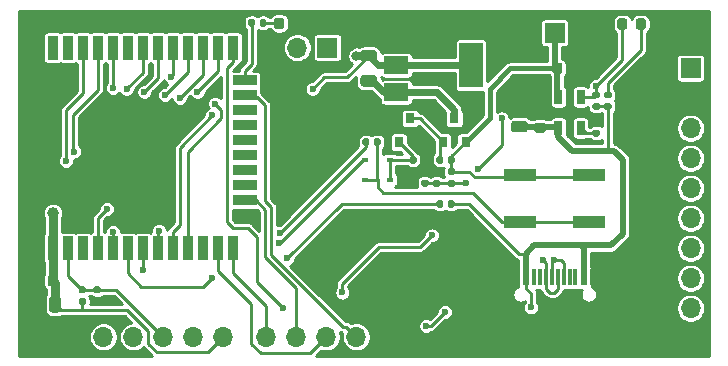
<source format=gtl>
G04 #@! TF.GenerationSoftware,KiCad,Pcbnew,(5.1.6)-1*
G04 #@! TF.CreationDate,2020-09-05T22:14:17+08:00*
G04 #@! TF.ProjectId,epaper,65706170-6572-42e6-9b69-6361645f7063,rev?*
G04 #@! TF.SameCoordinates,Original*
G04 #@! TF.FileFunction,Copper,L1,Top*
G04 #@! TF.FilePolarity,Positive*
%FSLAX46Y46*%
G04 Gerber Fmt 4.6, Leading zero omitted, Abs format (unit mm)*
G04 Created by KiCad (PCBNEW (5.1.6)-1) date 2020-09-05 22:14:17*
%MOMM*%
%LPD*%
G01*
G04 APERTURE LIST*
G04 #@! TA.AperFunction,SMDPad,CuDef*
%ADD10R,0.600000X0.450000*%
G04 #@! TD*
G04 #@! TA.AperFunction,ComponentPad*
%ADD11O,1.700000X1.700000*%
G04 #@! TD*
G04 #@! TA.AperFunction,ComponentPad*
%ADD12R,1.700000X1.700000*%
G04 #@! TD*
G04 #@! TA.AperFunction,SMDPad,CuDef*
%ADD13R,0.650000X1.220000*%
G04 #@! TD*
G04 #@! TA.AperFunction,SMDPad,CuDef*
%ADD14R,2.000000X1.500000*%
G04 #@! TD*
G04 #@! TA.AperFunction,SMDPad,CuDef*
%ADD15R,2.000000X3.800000*%
G04 #@! TD*
G04 #@! TA.AperFunction,SMDPad,CuDef*
%ADD16R,0.900000X2.000000*%
G04 #@! TD*
G04 #@! TA.AperFunction,SMDPad,CuDef*
%ADD17R,2.000000X0.900000*%
G04 #@! TD*
G04 #@! TA.AperFunction,SMDPad,CuDef*
%ADD18R,5.000000X5.000000*%
G04 #@! TD*
G04 #@! TA.AperFunction,SMDPad,CuDef*
%ADD19R,2.800000X1.000000*%
G04 #@! TD*
G04 #@! TA.AperFunction,SMDPad,CuDef*
%ADD20R,0.800000X0.900000*%
G04 #@! TD*
G04 #@! TA.AperFunction,ComponentPad*
%ADD21O,1.000000X1.600000*%
G04 #@! TD*
G04 #@! TA.AperFunction,ComponentPad*
%ADD22O,1.000000X2.100000*%
G04 #@! TD*
G04 #@! TA.AperFunction,SMDPad,CuDef*
%ADD23R,0.300000X1.450000*%
G04 #@! TD*
G04 #@! TA.AperFunction,SMDPad,CuDef*
%ADD24R,0.600000X1.450000*%
G04 #@! TD*
G04 #@! TA.AperFunction,ViaPad*
%ADD25C,0.600000*%
G04 #@! TD*
G04 #@! TA.AperFunction,ViaPad*
%ADD26C,0.800000*%
G04 #@! TD*
G04 #@! TA.AperFunction,ViaPad*
%ADD27C,1.000000*%
G04 #@! TD*
G04 #@! TA.AperFunction,Conductor*
%ADD28C,0.250000*%
G04 #@! TD*
G04 #@! TA.AperFunction,Conductor*
%ADD29C,0.800000*%
G04 #@! TD*
G04 #@! TA.AperFunction,Conductor*
%ADD30C,0.500000*%
G04 #@! TD*
G04 #@! TA.AperFunction,Conductor*
%ADD31C,0.600000*%
G04 #@! TD*
G04 #@! TA.AperFunction,Conductor*
%ADD32C,0.254000*%
G04 #@! TD*
G04 #@! TA.AperFunction,Conductor*
%ADD33C,0.700000*%
G04 #@! TD*
G04 #@! TA.AperFunction,Conductor*
%ADD34C,0.450000*%
G04 #@! TD*
G04 APERTURE END LIST*
D10*
X105450000Y-104700000D03*
X107550000Y-104700000D03*
D11*
X133000000Y-115570000D03*
X133000000Y-113030000D03*
X133000000Y-110490000D03*
X133000000Y-107950000D03*
X133000000Y-105410000D03*
X133000000Y-102870000D03*
X133000000Y-100330000D03*
X133000000Y-97790000D03*
D12*
X133000000Y-95250000D03*
D13*
X123700000Y-100310000D03*
X121800000Y-100310000D03*
X121800000Y-97690000D03*
X122750000Y-97690000D03*
X123700000Y-97690000D03*
D14*
X108100000Y-92700000D03*
X108100000Y-97300000D03*
X108100000Y-95000000D03*
D15*
X114400000Y-95000000D03*
D16*
X77745000Y-93500000D03*
X79015000Y-93500000D03*
X80285000Y-93500000D03*
X81555000Y-93500000D03*
X82825000Y-93500000D03*
X84095000Y-93500000D03*
X85365000Y-93500000D03*
X86635000Y-93500000D03*
X87905000Y-93500000D03*
X89175000Y-93500000D03*
X90445000Y-93500000D03*
X91715000Y-93500000D03*
X92985000Y-93500000D03*
X94255000Y-93500000D03*
D17*
X95255000Y-96285000D03*
X95255000Y-97555000D03*
X95255000Y-98825000D03*
X95255000Y-100095000D03*
X95255000Y-101365000D03*
X95255000Y-102635000D03*
X95255000Y-103905000D03*
X95255000Y-105175000D03*
X95255000Y-106445000D03*
X95255000Y-107715000D03*
D16*
X94255000Y-110500000D03*
X92985000Y-110500000D03*
X91715000Y-110500000D03*
X90445000Y-110500000D03*
X89175000Y-110500000D03*
X87905000Y-110500000D03*
X86635000Y-110500000D03*
X85365000Y-110500000D03*
X84095000Y-110500000D03*
X82825000Y-110500000D03*
X81555000Y-110500000D03*
X80285000Y-110500000D03*
X79015000Y-110500000D03*
X77745000Y-110500000D03*
D18*
X85245000Y-103000000D03*
D19*
X118600000Y-104250000D03*
X124400000Y-104250000D03*
X118600000Y-108250000D03*
X124400000Y-108250000D03*
G04 #@! TA.AperFunction,SMDPad,CuDef*
G36*
G01*
X124827500Y-100440000D02*
X125172500Y-100440000D01*
G75*
G02*
X125320000Y-100587500I0J-147500D01*
G01*
X125320000Y-100882500D01*
G75*
G02*
X125172500Y-101030000I-147500J0D01*
G01*
X124827500Y-101030000D01*
G75*
G02*
X124680000Y-100882500I0J147500D01*
G01*
X124680000Y-100587500D01*
G75*
G02*
X124827500Y-100440000I147500J0D01*
G01*
G37*
G04 #@! TD.AperFunction*
G04 #@! TA.AperFunction,SMDPad,CuDef*
G36*
G01*
X124827500Y-99470000D02*
X125172500Y-99470000D01*
G75*
G02*
X125320000Y-99617500I0J-147500D01*
G01*
X125320000Y-99912500D01*
G75*
G02*
X125172500Y-100060000I-147500J0D01*
G01*
X124827500Y-100060000D01*
G75*
G02*
X124680000Y-99912500I0J147500D01*
G01*
X124680000Y-99617500D01*
G75*
G02*
X124827500Y-99470000I147500J0D01*
G01*
G37*
G04 #@! TD.AperFunction*
G04 #@! TA.AperFunction,SMDPad,CuDef*
G36*
G01*
X125827500Y-98190000D02*
X126172500Y-98190000D01*
G75*
G02*
X126320000Y-98337500I0J-147500D01*
G01*
X126320000Y-98632500D01*
G75*
G02*
X126172500Y-98780000I-147500J0D01*
G01*
X125827500Y-98780000D01*
G75*
G02*
X125680000Y-98632500I0J147500D01*
G01*
X125680000Y-98337500D01*
G75*
G02*
X125827500Y-98190000I147500J0D01*
G01*
G37*
G04 #@! TD.AperFunction*
G04 #@! TA.AperFunction,SMDPad,CuDef*
G36*
G01*
X125827500Y-97220000D02*
X126172500Y-97220000D01*
G75*
G02*
X126320000Y-97367500I0J-147500D01*
G01*
X126320000Y-97662500D01*
G75*
G02*
X126172500Y-97810000I-147500J0D01*
G01*
X125827500Y-97810000D01*
G75*
G02*
X125680000Y-97662500I0J147500D01*
G01*
X125680000Y-97367500D01*
G75*
G02*
X125827500Y-97220000I147500J0D01*
G01*
G37*
G04 #@! TD.AperFunction*
G04 #@! TA.AperFunction,SMDPad,CuDef*
G36*
G01*
X124827500Y-98190000D02*
X125172500Y-98190000D01*
G75*
G02*
X125320000Y-98337500I0J-147500D01*
G01*
X125320000Y-98632500D01*
G75*
G02*
X125172500Y-98780000I-147500J0D01*
G01*
X124827500Y-98780000D01*
G75*
G02*
X124680000Y-98632500I0J147500D01*
G01*
X124680000Y-98337500D01*
G75*
G02*
X124827500Y-98190000I147500J0D01*
G01*
G37*
G04 #@! TD.AperFunction*
G04 #@! TA.AperFunction,SMDPad,CuDef*
G36*
G01*
X124827500Y-97220000D02*
X125172500Y-97220000D01*
G75*
G02*
X125320000Y-97367500I0J-147500D01*
G01*
X125320000Y-97662500D01*
G75*
G02*
X125172500Y-97810000I-147500J0D01*
G01*
X124827500Y-97810000D01*
G75*
G02*
X124680000Y-97662500I0J147500D01*
G01*
X124680000Y-97367500D01*
G75*
G02*
X124827500Y-97220000I147500J0D01*
G01*
G37*
G04 #@! TD.AperFunction*
G04 #@! TA.AperFunction,SMDPad,CuDef*
G36*
G01*
X110327500Y-104690000D02*
X110672500Y-104690000D01*
G75*
G02*
X110820000Y-104837500I0J-147500D01*
G01*
X110820000Y-105132500D01*
G75*
G02*
X110672500Y-105280000I-147500J0D01*
G01*
X110327500Y-105280000D01*
G75*
G02*
X110180000Y-105132500I0J147500D01*
G01*
X110180000Y-104837500D01*
G75*
G02*
X110327500Y-104690000I147500J0D01*
G01*
G37*
G04 #@! TD.AperFunction*
G04 #@! TA.AperFunction,SMDPad,CuDef*
G36*
G01*
X110327500Y-103720000D02*
X110672500Y-103720000D01*
G75*
G02*
X110820000Y-103867500I0J-147500D01*
G01*
X110820000Y-104162500D01*
G75*
G02*
X110672500Y-104310000I-147500J0D01*
G01*
X110327500Y-104310000D01*
G75*
G02*
X110180000Y-104162500I0J147500D01*
G01*
X110180000Y-103867500D01*
G75*
G02*
X110327500Y-103720000I147500J0D01*
G01*
G37*
G04 #@! TD.AperFunction*
G04 #@! TA.AperFunction,SMDPad,CuDef*
G36*
G01*
X112922500Y-104310000D02*
X112577500Y-104310000D01*
G75*
G02*
X112430000Y-104162500I0J147500D01*
G01*
X112430000Y-103867500D01*
G75*
G02*
X112577500Y-103720000I147500J0D01*
G01*
X112922500Y-103720000D01*
G75*
G02*
X113070000Y-103867500I0J-147500D01*
G01*
X113070000Y-104162500D01*
G75*
G02*
X112922500Y-104310000I-147500J0D01*
G01*
G37*
G04 #@! TD.AperFunction*
G04 #@! TA.AperFunction,SMDPad,CuDef*
G36*
G01*
X112922500Y-105280000D02*
X112577500Y-105280000D01*
G75*
G02*
X112430000Y-105132500I0J147500D01*
G01*
X112430000Y-104837500D01*
G75*
G02*
X112577500Y-104690000I147500J0D01*
G01*
X112922500Y-104690000D01*
G75*
G02*
X113070000Y-104837500I0J-147500D01*
G01*
X113070000Y-105132500D01*
G75*
G02*
X112922500Y-105280000I-147500J0D01*
G01*
G37*
G04 #@! TD.AperFunction*
G04 #@! TA.AperFunction,SMDPad,CuDef*
G36*
G01*
X112060000Y-102827500D02*
X112060000Y-103172500D01*
G75*
G02*
X111912500Y-103320000I-147500J0D01*
G01*
X111617500Y-103320000D01*
G75*
G02*
X111470000Y-103172500I0J147500D01*
G01*
X111470000Y-102827500D01*
G75*
G02*
X111617500Y-102680000I147500J0D01*
G01*
X111912500Y-102680000D01*
G75*
G02*
X112060000Y-102827500I0J-147500D01*
G01*
G37*
G04 #@! TD.AperFunction*
G04 #@! TA.AperFunction,SMDPad,CuDef*
G36*
G01*
X113030000Y-102827500D02*
X113030000Y-103172500D01*
G75*
G02*
X112882500Y-103320000I-147500J0D01*
G01*
X112587500Y-103320000D01*
G75*
G02*
X112440000Y-103172500I0J147500D01*
G01*
X112440000Y-102827500D01*
G75*
G02*
X112587500Y-102680000I147500J0D01*
G01*
X112882500Y-102680000D01*
G75*
G02*
X113030000Y-102827500I0J-147500D01*
G01*
G37*
G04 #@! TD.AperFunction*
G04 #@! TA.AperFunction,SMDPad,CuDef*
G36*
G01*
X112440000Y-106922500D02*
X112440000Y-106577500D01*
G75*
G02*
X112587500Y-106430000I147500J0D01*
G01*
X112882500Y-106430000D01*
G75*
G02*
X113030000Y-106577500I0J-147500D01*
G01*
X113030000Y-106922500D01*
G75*
G02*
X112882500Y-107070000I-147500J0D01*
G01*
X112587500Y-107070000D01*
G75*
G02*
X112440000Y-106922500I0J147500D01*
G01*
G37*
G04 #@! TD.AperFunction*
G04 #@! TA.AperFunction,SMDPad,CuDef*
G36*
G01*
X111470000Y-106922500D02*
X111470000Y-106577500D01*
G75*
G02*
X111617500Y-106430000I147500J0D01*
G01*
X111912500Y-106430000D01*
G75*
G02*
X112060000Y-106577500I0J-147500D01*
G01*
X112060000Y-106922500D01*
G75*
G02*
X111912500Y-107070000I-147500J0D01*
G01*
X111617500Y-107070000D01*
G75*
G02*
X111470000Y-106922500I0J147500D01*
G01*
G37*
G04 #@! TD.AperFunction*
G04 #@! TA.AperFunction,SMDPad,CuDef*
G36*
G01*
X109810000Y-102827500D02*
X109810000Y-103172500D01*
G75*
G02*
X109662500Y-103320000I-147500J0D01*
G01*
X109367500Y-103320000D01*
G75*
G02*
X109220000Y-103172500I0J147500D01*
G01*
X109220000Y-102827500D01*
G75*
G02*
X109367500Y-102680000I147500J0D01*
G01*
X109662500Y-102680000D01*
G75*
G02*
X109810000Y-102827500I0J-147500D01*
G01*
G37*
G04 #@! TD.AperFunction*
G04 #@! TA.AperFunction,SMDPad,CuDef*
G36*
G01*
X110780000Y-102827500D02*
X110780000Y-103172500D01*
G75*
G02*
X110632500Y-103320000I-147500J0D01*
G01*
X110337500Y-103320000D01*
G75*
G02*
X110190000Y-103172500I0J147500D01*
G01*
X110190000Y-102827500D01*
G75*
G02*
X110337500Y-102680000I147500J0D01*
G01*
X110632500Y-102680000D01*
G75*
G02*
X110780000Y-102827500I0J-147500D01*
G01*
G37*
G04 #@! TD.AperFunction*
G04 #@! TA.AperFunction,SMDPad,CuDef*
G36*
G01*
X105810000Y-101327500D02*
X105810000Y-101672500D01*
G75*
G02*
X105662500Y-101820000I-147500J0D01*
G01*
X105367500Y-101820000D01*
G75*
G02*
X105220000Y-101672500I0J147500D01*
G01*
X105220000Y-101327500D01*
G75*
G02*
X105367500Y-101180000I147500J0D01*
G01*
X105662500Y-101180000D01*
G75*
G02*
X105810000Y-101327500I0J-147500D01*
G01*
G37*
G04 #@! TD.AperFunction*
G04 #@! TA.AperFunction,SMDPad,CuDef*
G36*
G01*
X106780000Y-101327500D02*
X106780000Y-101672500D01*
G75*
G02*
X106632500Y-101820000I-147500J0D01*
G01*
X106337500Y-101820000D01*
G75*
G02*
X106190000Y-101672500I0J147500D01*
G01*
X106190000Y-101327500D01*
G75*
G02*
X106337500Y-101180000I147500J0D01*
G01*
X106632500Y-101180000D01*
G75*
G02*
X106780000Y-101327500I0J-147500D01*
G01*
G37*
G04 #@! TD.AperFunction*
G04 #@! TA.AperFunction,SMDPad,CuDef*
G36*
G01*
X96125000Y-91227500D02*
X96125000Y-91572500D01*
G75*
G02*
X95977500Y-91720000I-147500J0D01*
G01*
X95682500Y-91720000D01*
G75*
G02*
X95535000Y-91572500I0J147500D01*
G01*
X95535000Y-91227500D01*
G75*
G02*
X95682500Y-91080000I147500J0D01*
G01*
X95977500Y-91080000D01*
G75*
G02*
X96125000Y-91227500I0J-147500D01*
G01*
G37*
G04 #@! TD.AperFunction*
G04 #@! TA.AperFunction,SMDPad,CuDef*
G36*
G01*
X97095000Y-91227500D02*
X97095000Y-91572500D01*
G75*
G02*
X96947500Y-91720000I-147500J0D01*
G01*
X96652500Y-91720000D01*
G75*
G02*
X96505000Y-91572500I0J147500D01*
G01*
X96505000Y-91227500D01*
G75*
G02*
X96652500Y-91080000I147500J0D01*
G01*
X96947500Y-91080000D01*
G75*
G02*
X97095000Y-91227500I0J-147500D01*
G01*
G37*
G04 #@! TD.AperFunction*
G04 #@! TA.AperFunction,SMDPad,CuDef*
G36*
G01*
X81672500Y-114310000D02*
X81327500Y-114310000D01*
G75*
G02*
X81180000Y-114162500I0J147500D01*
G01*
X81180000Y-113867500D01*
G75*
G02*
X81327500Y-113720000I147500J0D01*
G01*
X81672500Y-113720000D01*
G75*
G02*
X81820000Y-113867500I0J-147500D01*
G01*
X81820000Y-114162500D01*
G75*
G02*
X81672500Y-114310000I-147500J0D01*
G01*
G37*
G04 #@! TD.AperFunction*
G04 #@! TA.AperFunction,SMDPad,CuDef*
G36*
G01*
X81672500Y-115280000D02*
X81327500Y-115280000D01*
G75*
G02*
X81180000Y-115132500I0J147500D01*
G01*
X81180000Y-114837500D01*
G75*
G02*
X81327500Y-114690000I147500J0D01*
G01*
X81672500Y-114690000D01*
G75*
G02*
X81820000Y-114837500I0J-147500D01*
G01*
X81820000Y-115132500D01*
G75*
G02*
X81672500Y-115280000I-147500J0D01*
G01*
G37*
G04 #@! TD.AperFunction*
D20*
X113000000Y-99500000D03*
X113950000Y-101500000D03*
X112050000Y-101500000D03*
X109250000Y-99500000D03*
X110200000Y-101500000D03*
X108300000Y-101500000D03*
D11*
X97090000Y-118000000D03*
X99630000Y-118000000D03*
X102170000Y-118000000D03*
X104710000Y-118000000D03*
D12*
X107250000Y-118000000D03*
D11*
X99710000Y-93500000D03*
D12*
X102250000Y-93500000D03*
D11*
X124040000Y-92250000D03*
D12*
X121500000Y-92250000D03*
D21*
X125820000Y-118050000D03*
X117180000Y-118050000D03*
D22*
X117180000Y-113870000D03*
X125820000Y-113870000D03*
D23*
X121250000Y-112955000D03*
X123250000Y-112955000D03*
X122750000Y-112955000D03*
X122250000Y-112955000D03*
X121750000Y-112955000D03*
X120750000Y-112955000D03*
X120250000Y-112955000D03*
X119750000Y-112955000D03*
D24*
X124750000Y-112955000D03*
X123950000Y-112955000D03*
X119050000Y-112955000D03*
X118250000Y-112955000D03*
X118250000Y-112955000D03*
X119050000Y-112955000D03*
X123950000Y-112955000D03*
X124750000Y-112955000D03*
D11*
X93450000Y-118000000D03*
X90910000Y-118000000D03*
X88370000Y-118000000D03*
X85830000Y-118000000D03*
X83290000Y-118000000D03*
D12*
X80750000Y-118000000D03*
G04 #@! TA.AperFunction,SMDPad,CuDef*
G36*
G01*
X128350000Y-91756250D02*
X128350000Y-91243750D01*
G75*
G02*
X128568750Y-91025000I218750J0D01*
G01*
X129006250Y-91025000D01*
G75*
G02*
X129225000Y-91243750I0J-218750D01*
G01*
X129225000Y-91756250D01*
G75*
G02*
X129006250Y-91975000I-218750J0D01*
G01*
X128568750Y-91975000D01*
G75*
G02*
X128350000Y-91756250I0J218750D01*
G01*
G37*
G04 #@! TD.AperFunction*
G04 #@! TA.AperFunction,SMDPad,CuDef*
G36*
G01*
X126775000Y-91756250D02*
X126775000Y-91243750D01*
G75*
G02*
X126993750Y-91025000I218750J0D01*
G01*
X127431250Y-91025000D01*
G75*
G02*
X127650000Y-91243750I0J-218750D01*
G01*
X127650000Y-91756250D01*
G75*
G02*
X127431250Y-91975000I-218750J0D01*
G01*
X126993750Y-91975000D01*
G75*
G02*
X126775000Y-91756250I0J218750D01*
G01*
G37*
G04 #@! TD.AperFunction*
D10*
X105450000Y-103000000D03*
X107550000Y-103000000D03*
G04 #@! TA.AperFunction,SMDPad,CuDef*
G36*
G01*
X98604999Y-91198749D02*
X98604999Y-91711249D01*
G75*
G02*
X98386249Y-91929999I-218750J0D01*
G01*
X97948749Y-91929999D01*
G75*
G02*
X97729999Y-91711249I0J218750D01*
G01*
X97729999Y-91198749D01*
G75*
G02*
X97948749Y-90979999I218750J0D01*
G01*
X98386249Y-90979999D01*
G75*
G02*
X98604999Y-91198749I0J-218750D01*
G01*
G37*
G04 #@! TD.AperFunction*
G04 #@! TA.AperFunction,SMDPad,CuDef*
G36*
G01*
X100179999Y-91198749D02*
X100179999Y-91711249D01*
G75*
G02*
X99961249Y-91929999I-218750J0D01*
G01*
X99523749Y-91929999D01*
G75*
G02*
X99304999Y-91711249I0J218750D01*
G01*
X99304999Y-91198749D01*
G75*
G02*
X99523749Y-90979999I218750J0D01*
G01*
X99961249Y-90979999D01*
G75*
G02*
X100179999Y-91198749I0J-218750D01*
G01*
G37*
G04 #@! TD.AperFunction*
G04 #@! TA.AperFunction,SMDPad,CuDef*
G36*
G01*
X122850000Y-95506250D02*
X122850000Y-94993750D01*
G75*
G02*
X123068750Y-94775000I218750J0D01*
G01*
X123506250Y-94775000D01*
G75*
G02*
X123725000Y-94993750I0J-218750D01*
G01*
X123725000Y-95506250D01*
G75*
G02*
X123506250Y-95725000I-218750J0D01*
G01*
X123068750Y-95725000D01*
G75*
G02*
X122850000Y-95506250I0J218750D01*
G01*
G37*
G04 #@! TD.AperFunction*
G04 #@! TA.AperFunction,SMDPad,CuDef*
G36*
G01*
X121275000Y-95506250D02*
X121275000Y-94993750D01*
G75*
G02*
X121493750Y-94775000I218750J0D01*
G01*
X121931250Y-94775000D01*
G75*
G02*
X122150000Y-94993750I0J-218750D01*
G01*
X122150000Y-95506250D01*
G75*
G02*
X121931250Y-95725000I-218750J0D01*
G01*
X121493750Y-95725000D01*
G75*
G02*
X121275000Y-95506250I0J218750D01*
G01*
G37*
G04 #@! TD.AperFunction*
G04 #@! TA.AperFunction,SMDPad,CuDef*
G36*
G01*
X106206250Y-92800000D02*
X105293750Y-92800000D01*
G75*
G02*
X105050000Y-92556250I0J243750D01*
G01*
X105050000Y-92068750D01*
G75*
G02*
X105293750Y-91825000I243750J0D01*
G01*
X106206250Y-91825000D01*
G75*
G02*
X106450000Y-92068750I0J-243750D01*
G01*
X106450000Y-92556250D01*
G75*
G02*
X106206250Y-92800000I-243750J0D01*
G01*
G37*
G04 #@! TD.AperFunction*
G04 #@! TA.AperFunction,SMDPad,CuDef*
G36*
G01*
X106206250Y-94675000D02*
X105293750Y-94675000D01*
G75*
G02*
X105050000Y-94431250I0J243750D01*
G01*
X105050000Y-93943750D01*
G75*
G02*
X105293750Y-93700000I243750J0D01*
G01*
X106206250Y-93700000D01*
G75*
G02*
X106450000Y-93943750I0J-243750D01*
G01*
X106450000Y-94431250D01*
G75*
G02*
X106206250Y-94675000I-243750J0D01*
G01*
G37*
G04 #@! TD.AperFunction*
G04 #@! TA.AperFunction,SMDPad,CuDef*
G36*
G01*
X118043750Y-99700000D02*
X118956250Y-99700000D01*
G75*
G02*
X119200000Y-99943750I0J-243750D01*
G01*
X119200000Y-100431250D01*
G75*
G02*
X118956250Y-100675000I-243750J0D01*
G01*
X118043750Y-100675000D01*
G75*
G02*
X117800000Y-100431250I0J243750D01*
G01*
X117800000Y-99943750D01*
G75*
G02*
X118043750Y-99700000I243750J0D01*
G01*
G37*
G04 #@! TD.AperFunction*
G04 #@! TA.AperFunction,SMDPad,CuDef*
G36*
G01*
X118043750Y-97825000D02*
X118956250Y-97825000D01*
G75*
G02*
X119200000Y-98068750I0J-243750D01*
G01*
X119200000Y-98556250D01*
G75*
G02*
X118956250Y-98800000I-243750J0D01*
G01*
X118043750Y-98800000D01*
G75*
G02*
X117800000Y-98556250I0J243750D01*
G01*
X117800000Y-98068750D01*
G75*
G02*
X118043750Y-97825000I243750J0D01*
G01*
G37*
G04 #@! TD.AperFunction*
G04 #@! TA.AperFunction,SMDPad,CuDef*
G36*
G01*
X119993750Y-99850000D02*
X120506250Y-99850000D01*
G75*
G02*
X120725000Y-100068750I0J-218750D01*
G01*
X120725000Y-100506250D01*
G75*
G02*
X120506250Y-100725000I-218750J0D01*
G01*
X119993750Y-100725000D01*
G75*
G02*
X119775000Y-100506250I0J218750D01*
G01*
X119775000Y-100068750D01*
G75*
G02*
X119993750Y-99850000I218750J0D01*
G01*
G37*
G04 #@! TD.AperFunction*
G04 #@! TA.AperFunction,SMDPad,CuDef*
G36*
G01*
X119993750Y-98275000D02*
X120506250Y-98275000D01*
G75*
G02*
X120725000Y-98493750I0J-218750D01*
G01*
X120725000Y-98931250D01*
G75*
G02*
X120506250Y-99150000I-218750J0D01*
G01*
X119993750Y-99150000D01*
G75*
G02*
X119775000Y-98931250I0J218750D01*
G01*
X119775000Y-98493750D01*
G75*
G02*
X119993750Y-98275000I218750J0D01*
G01*
G37*
G04 #@! TD.AperFunction*
G04 #@! TA.AperFunction,SMDPad,CuDef*
G36*
G01*
X105293750Y-97700000D02*
X106206250Y-97700000D01*
G75*
G02*
X106450000Y-97943750I0J-243750D01*
G01*
X106450000Y-98431250D01*
G75*
G02*
X106206250Y-98675000I-243750J0D01*
G01*
X105293750Y-98675000D01*
G75*
G02*
X105050000Y-98431250I0J243750D01*
G01*
X105050000Y-97943750D01*
G75*
G02*
X105293750Y-97700000I243750J0D01*
G01*
G37*
G04 #@! TD.AperFunction*
G04 #@! TA.AperFunction,SMDPad,CuDef*
G36*
G01*
X105293750Y-95825000D02*
X106206250Y-95825000D01*
G75*
G02*
X106450000Y-96068750I0J-243750D01*
G01*
X106450000Y-96556250D01*
G75*
G02*
X106206250Y-96800000I-243750J0D01*
G01*
X105293750Y-96800000D01*
G75*
G02*
X105050000Y-96556250I0J243750D01*
G01*
X105050000Y-96068750D01*
G75*
G02*
X105293750Y-95825000I243750J0D01*
G01*
G37*
G04 #@! TD.AperFunction*
G04 #@! TA.AperFunction,SMDPad,CuDef*
G36*
G01*
X111672500Y-104310000D02*
X111327500Y-104310000D01*
G75*
G02*
X111180000Y-104162500I0J147500D01*
G01*
X111180000Y-103867500D01*
G75*
G02*
X111327500Y-103720000I147500J0D01*
G01*
X111672500Y-103720000D01*
G75*
G02*
X111820000Y-103867500I0J-147500D01*
G01*
X111820000Y-104162500D01*
G75*
G02*
X111672500Y-104310000I-147500J0D01*
G01*
G37*
G04 #@! TD.AperFunction*
G04 #@! TA.AperFunction,SMDPad,CuDef*
G36*
G01*
X111672500Y-105280000D02*
X111327500Y-105280000D01*
G75*
G02*
X111180000Y-105132500I0J147500D01*
G01*
X111180000Y-104837500D01*
G75*
G02*
X111327500Y-104690000I147500J0D01*
G01*
X111672500Y-104690000D01*
G75*
G02*
X111820000Y-104837500I0J-147500D01*
G01*
X111820000Y-105132500D01*
G75*
G02*
X111672500Y-105280000I-147500J0D01*
G01*
G37*
G04 #@! TD.AperFunction*
G04 #@! TA.AperFunction,SMDPad,CuDef*
G36*
G01*
X77800000Y-114793750D02*
X77800000Y-115706250D01*
G75*
G02*
X77556250Y-115950000I-243750J0D01*
G01*
X77068750Y-115950000D01*
G75*
G02*
X76825000Y-115706250I0J243750D01*
G01*
X76825000Y-114793750D01*
G75*
G02*
X77068750Y-114550000I243750J0D01*
G01*
X77556250Y-114550000D01*
G75*
G02*
X77800000Y-114793750I0J-243750D01*
G01*
G37*
G04 #@! TD.AperFunction*
G04 #@! TA.AperFunction,SMDPad,CuDef*
G36*
G01*
X79675000Y-114793750D02*
X79675000Y-115706250D01*
G75*
G02*
X79431250Y-115950000I-243750J0D01*
G01*
X78943750Y-115950000D01*
G75*
G02*
X78700000Y-115706250I0J243750D01*
G01*
X78700000Y-114793750D01*
G75*
G02*
X78943750Y-114550000I243750J0D01*
G01*
X79431250Y-114550000D01*
G75*
G02*
X79675000Y-114793750I0J-243750D01*
G01*
G37*
G04 #@! TD.AperFunction*
G04 #@! TA.AperFunction,SMDPad,CuDef*
G36*
G01*
X77862500Y-112993750D02*
X77862500Y-113506250D01*
G75*
G02*
X77643750Y-113725000I-218750J0D01*
G01*
X77206250Y-113725000D01*
G75*
G02*
X76987500Y-113506250I0J218750D01*
G01*
X76987500Y-112993750D01*
G75*
G02*
X77206250Y-112775000I218750J0D01*
G01*
X77643750Y-112775000D01*
G75*
G02*
X77862500Y-112993750I0J-218750D01*
G01*
G37*
G04 #@! TD.AperFunction*
G04 #@! TA.AperFunction,SMDPad,CuDef*
G36*
G01*
X79437500Y-112993750D02*
X79437500Y-113506250D01*
G75*
G02*
X79218750Y-113725000I-218750J0D01*
G01*
X78781250Y-113725000D01*
G75*
G02*
X78562500Y-113506250I0J218750D01*
G01*
X78562500Y-112993750D01*
G75*
G02*
X78781250Y-112775000I218750J0D01*
G01*
X79218750Y-112775000D01*
G75*
G02*
X79437500Y-112993750I0J-218750D01*
G01*
G37*
G04 #@! TD.AperFunction*
G04 #@! TA.AperFunction,SMDPad,CuDef*
G36*
G01*
X82577500Y-114690000D02*
X82922500Y-114690000D01*
G75*
G02*
X83070000Y-114837500I0J-147500D01*
G01*
X83070000Y-115132500D01*
G75*
G02*
X82922500Y-115280000I-147500J0D01*
G01*
X82577500Y-115280000D01*
G75*
G02*
X82430000Y-115132500I0J147500D01*
G01*
X82430000Y-114837500D01*
G75*
G02*
X82577500Y-114690000I147500J0D01*
G01*
G37*
G04 #@! TD.AperFunction*
G04 #@! TA.AperFunction,SMDPad,CuDef*
G36*
G01*
X82577500Y-113720000D02*
X82922500Y-113720000D01*
G75*
G02*
X83070000Y-113867500I0J-147500D01*
G01*
X83070000Y-114162500D01*
G75*
G02*
X82922500Y-114310000I-147500J0D01*
G01*
X82577500Y-114310000D01*
G75*
G02*
X82430000Y-114162500I0J147500D01*
G01*
X82430000Y-113867500D01*
G75*
G02*
X82577500Y-113720000I147500J0D01*
G01*
G37*
G04 #@! TD.AperFunction*
D25*
X84500000Y-103250000D03*
X85750000Y-103250000D03*
X85750000Y-102000000D03*
X84500000Y-102000000D03*
X106000000Y-97750000D03*
X105250000Y-97750000D03*
X115000000Y-117500000D03*
X114250000Y-117500000D03*
X115500000Y-114500000D03*
X102250000Y-97000000D03*
X111000000Y-119000000D03*
X110000000Y-119000000D03*
X112000000Y-119000000D03*
D26*
X109000000Y-113400000D03*
X110300000Y-113400000D03*
X110300000Y-112200000D03*
X109000000Y-112200000D03*
D25*
X93000000Y-96750000D03*
X83485000Y-114985000D03*
X122000000Y-99000000D03*
X122750000Y-99000000D03*
X123500000Y-99000000D03*
X122750000Y-96500000D03*
X119187500Y-98312500D03*
X120000000Y-98312500D03*
X96300000Y-108500000D03*
X76500000Y-91250000D03*
X76500000Y-93250000D03*
X76500000Y-95250000D03*
X76500000Y-97250000D03*
X76500000Y-99250000D03*
X76500000Y-101250000D03*
X76500000Y-103250000D03*
X76500000Y-105250000D03*
X76500000Y-107250000D03*
X76500000Y-109250000D03*
X76500000Y-111250000D03*
X76500000Y-113250000D03*
X76500000Y-115250000D03*
X76500000Y-117250000D03*
X76500000Y-119250000D03*
X106000000Y-91250000D03*
X108540000Y-91250000D03*
X111080000Y-91250000D03*
X113620000Y-91250000D03*
X116160000Y-91250000D03*
X119000000Y-96500000D03*
X120000000Y-96500000D03*
X128750000Y-96500000D03*
X129750000Y-96500000D03*
X128750000Y-97500000D03*
X129750000Y-97500000D03*
X97750000Y-93750000D03*
X97750000Y-94750000D03*
X101000000Y-97000000D03*
D27*
X79015000Y-107500000D03*
D25*
X114750000Y-95250000D03*
D26*
X104712500Y-94187500D03*
D25*
X113985000Y-104985000D03*
X83575000Y-107175000D03*
X119500000Y-115500000D03*
X86650000Y-112350000D03*
X98150000Y-110050000D03*
X125000000Y-96750000D03*
X117000000Y-99500000D03*
X115000000Y-103750000D03*
X88000000Y-109000000D03*
X98449989Y-115550011D03*
X84095000Y-96905000D03*
X85250000Y-97000000D03*
X86750000Y-97250000D03*
X88500000Y-97500000D03*
X89750000Y-97750000D03*
X89000000Y-96000000D03*
X91250000Y-97250000D03*
X120500000Y-111500000D03*
X121475000Y-111525000D03*
X98233051Y-109183051D03*
X84095000Y-109095000D03*
X92500000Y-113000000D03*
X98850000Y-111350002D03*
X92750000Y-98250000D03*
X92500000Y-99250000D03*
X80100000Y-103100000D03*
X80800000Y-102300000D03*
X103515000Y-114235000D03*
X111100000Y-109400000D03*
X112200000Y-115900000D03*
X110624999Y-117075001D03*
D28*
X82750000Y-114985000D02*
X83485000Y-114985000D01*
X83485000Y-114985000D02*
X83485000Y-114985000D01*
D29*
X77312500Y-113362500D02*
X77425000Y-113250000D01*
X77312500Y-115250000D02*
X77312500Y-113362500D01*
X77745000Y-112930000D02*
X77425000Y-113250000D01*
X77745000Y-110500000D02*
X77745000Y-112930000D01*
D28*
X110485000Y-101785000D02*
X110200000Y-101500000D01*
X110485000Y-103000000D02*
X110485000Y-101785000D01*
X108062500Y-100500000D02*
X106281250Y-98718750D01*
X110200000Y-101500000D02*
X109200000Y-100500000D01*
X109200000Y-100500000D02*
X108062500Y-100500000D01*
X111500000Y-104015000D02*
X110500000Y-104015000D01*
X110485000Y-104000000D02*
X110500000Y-104015000D01*
X110485000Y-103000000D02*
X110485000Y-104000000D01*
X125000000Y-99765000D02*
X124765000Y-99765000D01*
X124765000Y-99765000D02*
X124000000Y-99000000D01*
X124000000Y-99000000D02*
X123500000Y-99000000D01*
X122750000Y-98750000D02*
X122750000Y-97690000D01*
X123000000Y-99000000D02*
X122750000Y-98750000D01*
D30*
X122750000Y-97690000D02*
X122750000Y-96500000D01*
X123287500Y-95712500D02*
X123287500Y-95250000D01*
X122750000Y-96250000D02*
X123287500Y-95712500D01*
X123287500Y-93002500D02*
X124040000Y-92250000D01*
X123287500Y-95250000D02*
X123287500Y-93002500D01*
D28*
X119850000Y-98312500D02*
X120250000Y-98712500D01*
X118500000Y-98312500D02*
X119187500Y-98312500D01*
X120250000Y-98712500D02*
X120712500Y-98712500D01*
X121000000Y-99000000D02*
X122000000Y-99000000D01*
X120712500Y-98712500D02*
X121000000Y-99000000D01*
X122000000Y-99000000D02*
X122750000Y-99000000D01*
X122750000Y-99000000D02*
X123000000Y-99000000D01*
X123500000Y-99000000D02*
X123000000Y-99000000D01*
D30*
X122750000Y-96500000D02*
X122750000Y-96250000D01*
D28*
X119187500Y-98312500D02*
X119687500Y-98312500D01*
X119687500Y-98312500D02*
X119850000Y-98312500D01*
X106281250Y-98718750D02*
X105750000Y-98187500D01*
X95255000Y-107715000D02*
X95515000Y-107715000D01*
X95515000Y-107715000D02*
X96300000Y-108500000D01*
X96300000Y-108500000D02*
X96300000Y-108500000D01*
X80285000Y-112800000D02*
X81500000Y-114015000D01*
X80285000Y-110500000D02*
X80285000Y-112800000D01*
X81500000Y-114015000D02*
X82750000Y-114015000D01*
X84385000Y-114015000D02*
X88370000Y-118000000D01*
X82750000Y-114015000D02*
X84385000Y-114015000D01*
X79687500Y-115750000D02*
X79187500Y-115250000D01*
X81500000Y-114985000D02*
X81500000Y-115750000D01*
X81500000Y-115750000D02*
X79687500Y-115750000D01*
D29*
X79187500Y-113437500D02*
X79000000Y-113250000D01*
X79187500Y-115250000D02*
X79187500Y-113437500D01*
X79000000Y-110515000D02*
X79015000Y-110500000D01*
X79000000Y-113250000D02*
X79000000Y-110515000D01*
X79015000Y-110500000D02*
X79015000Y-107500000D01*
X79015000Y-107500000D02*
X79015000Y-107500000D01*
D31*
X105750000Y-94187500D02*
X106562500Y-95000000D01*
X106562500Y-95000000D02*
X114400000Y-95000000D01*
D32*
X105750000Y-94187500D02*
X103937500Y-96000000D01*
X102000000Y-96000000D02*
X101000000Y-97000000D01*
X103937500Y-96000000D02*
X102000000Y-96000000D01*
D33*
X105750000Y-94187500D02*
X104712500Y-94187500D01*
X104712500Y-94187500D02*
X104712500Y-94187500D01*
D28*
X85319002Y-115750000D02*
X81500000Y-115750000D01*
X92150000Y-119300000D02*
X87800000Y-119300000D01*
X93450000Y-118000000D02*
X92150000Y-119300000D01*
X87800000Y-119300000D02*
X87100000Y-118600000D01*
X87100000Y-118600000D02*
X87100000Y-117530998D01*
X87100000Y-117530998D02*
X85319002Y-115750000D01*
X110500000Y-104985000D02*
X112750000Y-104985000D01*
X112750000Y-104985000D02*
X113985000Y-104985000D01*
X113985000Y-104985000D02*
X113985000Y-104985000D01*
X82825000Y-107925000D02*
X83575000Y-107175000D01*
X82825000Y-110500000D02*
X82825000Y-107925000D01*
X83575000Y-107175000D02*
X83600000Y-107150000D01*
D31*
X113000000Y-99500000D02*
X113000000Y-98750000D01*
X111550000Y-97300000D02*
X108100000Y-97300000D01*
X113000000Y-98750000D02*
X111550000Y-97300000D01*
X106062500Y-96312500D02*
X105750000Y-96312500D01*
X108100000Y-97300000D02*
X107050000Y-97300000D01*
X107050000Y-97300000D02*
X106062500Y-96312500D01*
D28*
X119500000Y-114327998D02*
X119500000Y-115500000D01*
X119050000Y-112955000D02*
X119050000Y-113877998D01*
X119050000Y-113877998D02*
X119500000Y-114327998D01*
D30*
X121800000Y-101050000D02*
X121800000Y-100310000D01*
X123000000Y-102250000D02*
X121800000Y-101050000D01*
X121677500Y-100187500D02*
X121800000Y-100310000D01*
X118500000Y-100187500D02*
X121677500Y-100187500D01*
X123950000Y-110450000D02*
X123750000Y-110250000D01*
X123950000Y-112955000D02*
X123950000Y-110450000D01*
X119050000Y-112955000D02*
X119050000Y-110950000D01*
X119750000Y-110250000D02*
X123750000Y-110250000D01*
X119050000Y-110950000D02*
X119750000Y-110250000D01*
D28*
X125000000Y-98485000D02*
X126000000Y-98485000D01*
X126000000Y-102000000D02*
X125750000Y-102250000D01*
X126000000Y-98485000D02*
X126000000Y-102000000D01*
D30*
X125750000Y-102250000D02*
X123000000Y-102250000D01*
X126500000Y-102250000D02*
X125750000Y-102250000D01*
X127250000Y-109250000D02*
X127250000Y-103000000D01*
X123750000Y-110250000D02*
X126250000Y-110250000D01*
X127250000Y-103000000D02*
X126500000Y-102250000D01*
X126250000Y-110250000D02*
X127250000Y-109250000D01*
D28*
X112735000Y-106750000D02*
X114250000Y-106750000D01*
X118450000Y-110950000D02*
X119050000Y-110950000D01*
X114250000Y-106750000D02*
X118450000Y-110950000D01*
X112735000Y-102715000D02*
X113950000Y-101500000D01*
X112735000Y-103000000D02*
X112735000Y-102715000D01*
X112750000Y-103015000D02*
X112735000Y-103000000D01*
X112750000Y-104015000D02*
X112750000Y-103015000D01*
D30*
X121500000Y-95037500D02*
X121712500Y-95250000D01*
X121500000Y-92250000D02*
X121500000Y-95037500D01*
X121712500Y-97602500D02*
X121800000Y-97690000D01*
X121712500Y-95250000D02*
X121712500Y-97602500D01*
D34*
X116000000Y-97000000D02*
X117750000Y-95250000D01*
X116000000Y-99500000D02*
X116000000Y-97000000D01*
X117750000Y-95250000D02*
X121712500Y-95250000D01*
X113950000Y-101500000D02*
X114000000Y-101500000D01*
X114000000Y-101500000D02*
X116000000Y-99500000D01*
D28*
X112750000Y-104015000D02*
X114265000Y-104015000D01*
X124150000Y-104500000D02*
X124400000Y-104250000D01*
X118600000Y-104250000D02*
X118600000Y-104400000D01*
X114750000Y-104500000D02*
X118500000Y-104500000D01*
X118600000Y-104400000D02*
X118500000Y-104500000D01*
X118500000Y-104500000D02*
X124150000Y-104500000D01*
X114265000Y-104015000D02*
X114750000Y-104500000D01*
X98112500Y-91400000D02*
X98167499Y-91454999D01*
X96800000Y-91400000D02*
X98112500Y-91400000D01*
X86635000Y-110500000D02*
X86650000Y-112350000D01*
X86650000Y-112350000D02*
X86635000Y-112385000D01*
X98250000Y-110050000D02*
X98150000Y-110050000D01*
X105450000Y-103000000D02*
X105300000Y-103000000D01*
X105300000Y-103000000D02*
X98250000Y-110050000D01*
X109515000Y-102715000D02*
X108300000Y-101500000D01*
X109515000Y-103000000D02*
X109515000Y-102715000D01*
X107550000Y-103000000D02*
X109515000Y-103000000D01*
X107550000Y-104700000D02*
X107550000Y-103000000D01*
X128787500Y-93712500D02*
X128787500Y-91500000D01*
X126000000Y-97515000D02*
X126000000Y-96500000D01*
X126000000Y-96500000D02*
X128787500Y-93712500D01*
X124825000Y-97690000D02*
X125000000Y-97515000D01*
X123700000Y-97690000D02*
X124825000Y-97690000D01*
X125000000Y-96750000D02*
X125000000Y-97515000D01*
X127212500Y-91500000D02*
X127212500Y-94537500D01*
X127212500Y-94537500D02*
X125000000Y-96750000D01*
X125000000Y-96750000D02*
X125000000Y-96750000D01*
X117000000Y-101750000D02*
X115000000Y-103750000D01*
X117000000Y-99500000D02*
X117000000Y-101750000D01*
X115000000Y-103750000D02*
X115000000Y-103750000D01*
X87905000Y-109095000D02*
X88000000Y-109000000D01*
X87905000Y-110500000D02*
X87905000Y-109095000D01*
X96250000Y-113350022D02*
X98449989Y-115550011D01*
X95500000Y-108750000D02*
X96250000Y-109500000D01*
X94255000Y-94750000D02*
X93750000Y-95255000D01*
X94255000Y-93500000D02*
X94255000Y-94750000D01*
X93750000Y-95255000D02*
X93750000Y-108245002D01*
X96250000Y-109500000D02*
X96250000Y-113350022D01*
X93750000Y-108245002D02*
X94254998Y-108750000D01*
X94254998Y-108750000D02*
X95500000Y-108750000D01*
X84095000Y-93500000D02*
X84095000Y-96905000D01*
X84095000Y-96905000D02*
X84095000Y-96905000D01*
X86635000Y-93500000D02*
X86635000Y-95615000D01*
X86635000Y-95615000D02*
X85375000Y-96875000D01*
X85375000Y-96875000D02*
X85250000Y-97000000D01*
X85250000Y-97000000D02*
X85250000Y-97000000D01*
X87905000Y-93500000D02*
X87905000Y-96095000D01*
X87905000Y-96095000D02*
X86750000Y-97250000D01*
X86750000Y-97250000D02*
X86750000Y-97250000D01*
X90445000Y-93500000D02*
X90445000Y-95555000D01*
X90445000Y-95555000D02*
X88500000Y-97500000D01*
X88500000Y-97500000D02*
X88500000Y-97500000D01*
X91715000Y-93500000D02*
X91715000Y-95785000D01*
X91715000Y-95785000D02*
X89750000Y-97750000D01*
X89750000Y-97750000D02*
X89750000Y-97750000D01*
X89175000Y-95825000D02*
X89000000Y-96000000D01*
X89175000Y-93500000D02*
X89175000Y-95825000D01*
X92985000Y-93500000D02*
X92985000Y-95515000D01*
X92985000Y-95515000D02*
X91250000Y-97250000D01*
X121750000Y-113965000D02*
X121750000Y-112955000D01*
X121465000Y-114250000D02*
X121750000Y-113965000D01*
X121084998Y-114250000D02*
X121465000Y-114250000D01*
X120750000Y-113915002D02*
X121084998Y-114250000D01*
X120750000Y-112955000D02*
X120750000Y-113915002D01*
X120750000Y-111750000D02*
X120500000Y-111500000D01*
X120750000Y-112955000D02*
X120750000Y-111750000D01*
X121250000Y-112955000D02*
X121250000Y-111750000D01*
X121250000Y-111750000D02*
X121475000Y-111525000D01*
X121500000Y-111500000D02*
X122000000Y-111500000D01*
X122250000Y-111750000D02*
X122250000Y-112955000D01*
X122000000Y-111500000D02*
X122250000Y-111750000D01*
X121475000Y-111525000D02*
X121500000Y-111500000D01*
X97090000Y-115390000D02*
X97090000Y-118000000D01*
X94255000Y-110500000D02*
X94255000Y-112555000D01*
X94255000Y-112555000D02*
X97090000Y-115390000D01*
X96195000Y-106445000D02*
X95255000Y-106445000D01*
X97000000Y-111250000D02*
X97000000Y-107250000D01*
X97000000Y-107250000D02*
X96195000Y-106445000D01*
X99630000Y-118000000D02*
X99630000Y-113880000D01*
X99630000Y-113880000D02*
X97000000Y-111250000D01*
X92985000Y-110500000D02*
X92985000Y-111750000D01*
X92985000Y-112385000D02*
X92985000Y-110500000D01*
X96600000Y-119400000D02*
X95800000Y-118600000D01*
X100770000Y-119400000D02*
X96600000Y-119400000D01*
X102170000Y-118000000D02*
X100770000Y-119400000D01*
X95800000Y-118600000D02*
X95800000Y-115200000D01*
X95800000Y-115200000D02*
X92985000Y-112385000D01*
X97500000Y-111075004D02*
X103574997Y-117150001D01*
X96250000Y-97650000D02*
X97000000Y-98400000D01*
X97500000Y-107000000D02*
X97500000Y-111075004D01*
X103574997Y-117150001D02*
X103860001Y-117150001D01*
X97000000Y-106500000D02*
X97500000Y-107000000D01*
X97000000Y-98400000D02*
X97000000Y-106500000D01*
X103860001Y-117150001D02*
X104710000Y-118000000D01*
X110050000Y-99500000D02*
X112050000Y-101500000D01*
X109250000Y-99500000D02*
X110050000Y-99500000D01*
X111765000Y-101785000D02*
X112050000Y-101500000D01*
X111765000Y-103000000D02*
X111765000Y-101785000D01*
X95255000Y-96285000D02*
X95255000Y-95445000D01*
X95830000Y-94870000D02*
X95830000Y-91400000D01*
X95255000Y-95445000D02*
X95830000Y-94870000D01*
X105515000Y-101500000D02*
X105515000Y-101901102D01*
X105515000Y-101901102D02*
X98233051Y-109183051D01*
X84095000Y-110500000D02*
X84095000Y-109095000D01*
X85365000Y-110500000D02*
X85365000Y-112615000D01*
X85365000Y-112615000D02*
X86500000Y-113750000D01*
X86500000Y-113750000D02*
X91750000Y-113750000D01*
X91750000Y-113750000D02*
X92500000Y-113000000D01*
X92500000Y-113000000D02*
X92500000Y-113000000D01*
X103450002Y-106750000D02*
X98850000Y-111350002D01*
X111765000Y-106750000D02*
X103450002Y-106750000D01*
X124125000Y-100735000D02*
X125000000Y-100735000D01*
X123700000Y-100310000D02*
X124125000Y-100735000D01*
X90445000Y-110500000D02*
X90445000Y-102305000D01*
X93250000Y-98750000D02*
X92750000Y-98250000D01*
X93250000Y-99500000D02*
X93250000Y-98750000D01*
X90445000Y-102305000D02*
X93250000Y-99500000D01*
X89750000Y-102000000D02*
X92500000Y-99250000D01*
X89750000Y-108500000D02*
X89750000Y-102000000D01*
X89175000Y-109075000D02*
X89175000Y-110500000D01*
X89750000Y-108500000D02*
X89175000Y-109075000D01*
X81555000Y-93500000D02*
X81555000Y-97345000D01*
X80100000Y-98800000D02*
X80100000Y-103100000D01*
X81555000Y-97345000D02*
X80100000Y-98800000D01*
X80100000Y-103100000D02*
X80100000Y-103100000D01*
X80700000Y-99200000D02*
X80700000Y-102200000D01*
X82825000Y-93500000D02*
X82825000Y-97075000D01*
X80700000Y-102200000D02*
X80800000Y-102300000D01*
X82825000Y-97075000D02*
X80700000Y-99200000D01*
X80800000Y-102300000D02*
X80800000Y-102300000D01*
X103515000Y-113485000D02*
X106600000Y-110400000D01*
X106600000Y-110400000D02*
X110100000Y-110400000D01*
X110100000Y-110400000D02*
X111100000Y-109400000D01*
X111100000Y-109400000D02*
X111100000Y-109400000D01*
X103515000Y-114235000D02*
X103515000Y-113485000D01*
X111024999Y-117075001D02*
X112200000Y-115900000D01*
X110624999Y-117075001D02*
X111024999Y-117075001D01*
X124400000Y-108250000D02*
X118600000Y-108250000D01*
X118600000Y-108250000D02*
X117050000Y-108250000D01*
X117050000Y-108250000D02*
X114600000Y-105800000D01*
X114600000Y-105800000D02*
X107000000Y-105800000D01*
X107000000Y-105800000D02*
X106500000Y-105300000D01*
X106400000Y-104700000D02*
X106500000Y-104600000D01*
X106500000Y-105300000D02*
X106500000Y-104600000D01*
X105450000Y-104700000D02*
X106400000Y-104700000D01*
X106485000Y-104585000D02*
X106500000Y-104600000D01*
X106485000Y-101500000D02*
X106485000Y-104585000D01*
D32*
G36*
X134594001Y-119594000D02*
G01*
X101291591Y-119594000D01*
X101733833Y-119151758D01*
X101810931Y-119183693D01*
X102048757Y-119231000D01*
X102291243Y-119231000D01*
X102529069Y-119183693D01*
X102753097Y-119090898D01*
X102954717Y-118956180D01*
X103126180Y-118784717D01*
X103260898Y-118583097D01*
X103353693Y-118359069D01*
X103401000Y-118121243D01*
X103401000Y-117878757D01*
X103353693Y-117640931D01*
X103334822Y-117595372D01*
X103350904Y-117603968D01*
X103380422Y-117619746D01*
X103475803Y-117648679D01*
X103485691Y-117649653D01*
X103523825Y-117653409D01*
X103479000Y-117878757D01*
X103479000Y-118121243D01*
X103526307Y-118359069D01*
X103619102Y-118583097D01*
X103753820Y-118784717D01*
X103925283Y-118956180D01*
X104126903Y-119090898D01*
X104350931Y-119183693D01*
X104588757Y-119231000D01*
X104831243Y-119231000D01*
X105069069Y-119183693D01*
X105293097Y-119090898D01*
X105494717Y-118956180D01*
X105666180Y-118784717D01*
X105800898Y-118583097D01*
X105893693Y-118359069D01*
X105941000Y-118121243D01*
X105941000Y-117878757D01*
X105893693Y-117640931D01*
X105800898Y-117416903D01*
X105666180Y-117215283D01*
X105494717Y-117043820D01*
X105441001Y-117007928D01*
X109943999Y-117007928D01*
X109943999Y-117142074D01*
X109970170Y-117273641D01*
X110021505Y-117397575D01*
X110096032Y-117509113D01*
X110190887Y-117603968D01*
X110302425Y-117678495D01*
X110426359Y-117729830D01*
X110557926Y-117756001D01*
X110692072Y-117756001D01*
X110823639Y-117729830D01*
X110947573Y-117678495D01*
X111059111Y-117603968D01*
X111085599Y-117577480D01*
X111124192Y-117573679D01*
X111219574Y-117544746D01*
X111307478Y-117497760D01*
X111384526Y-117434528D01*
X111400375Y-117415216D01*
X112234592Y-116581000D01*
X112267073Y-116581000D01*
X112398640Y-116554829D01*
X112522574Y-116503494D01*
X112634112Y-116428967D01*
X112728967Y-116334112D01*
X112803494Y-116222574D01*
X112854829Y-116098640D01*
X112881000Y-115967073D01*
X112881000Y-115832927D01*
X112854829Y-115701360D01*
X112803494Y-115577426D01*
X112728967Y-115465888D01*
X112634112Y-115371033D01*
X112522574Y-115296506D01*
X112398640Y-115245171D01*
X112267073Y-115219000D01*
X112132927Y-115219000D01*
X112001360Y-115245171D01*
X111877426Y-115296506D01*
X111765888Y-115371033D01*
X111671033Y-115465888D01*
X111596506Y-115577426D01*
X111545171Y-115701360D01*
X111519000Y-115832927D01*
X111519000Y-115865408D01*
X110923057Y-116461352D01*
X110823639Y-116420172D01*
X110692072Y-116394001D01*
X110557926Y-116394001D01*
X110426359Y-116420172D01*
X110302425Y-116471507D01*
X110190887Y-116546034D01*
X110096032Y-116640889D01*
X110021505Y-116752427D01*
X109970170Y-116876361D01*
X109943999Y-117007928D01*
X105441001Y-117007928D01*
X105293097Y-116909102D01*
X105069069Y-116816307D01*
X104831243Y-116769000D01*
X104588757Y-116769000D01*
X104350931Y-116816307D01*
X104273833Y-116848242D01*
X104235377Y-116809786D01*
X104219528Y-116790474D01*
X104142480Y-116727242D01*
X104054576Y-116680256D01*
X103959194Y-116651323D01*
X103884855Y-116644001D01*
X103884847Y-116644001D01*
X103860001Y-116641554D01*
X103835155Y-116644001D01*
X103784589Y-116644001D01*
X101308515Y-114167927D01*
X102834000Y-114167927D01*
X102834000Y-114302073D01*
X102860171Y-114433640D01*
X102911506Y-114557574D01*
X102986033Y-114669112D01*
X103080888Y-114763967D01*
X103192426Y-114838494D01*
X103316360Y-114889829D01*
X103447927Y-114916000D01*
X103582073Y-114916000D01*
X103713640Y-114889829D01*
X103837574Y-114838494D01*
X103949112Y-114763967D01*
X104043967Y-114669112D01*
X104118494Y-114557574D01*
X104169829Y-114433640D01*
X104196000Y-114302073D01*
X104196000Y-114167927D01*
X104169829Y-114036360D01*
X104118494Y-113912426D01*
X104043967Y-113800888D01*
X104021000Y-113777921D01*
X104021000Y-113694591D01*
X106809592Y-110906000D01*
X110075154Y-110906000D01*
X110100000Y-110908447D01*
X110124846Y-110906000D01*
X110124854Y-110906000D01*
X110199193Y-110898678D01*
X110294575Y-110869745D01*
X110382479Y-110822759D01*
X110459527Y-110759527D01*
X110475376Y-110740215D01*
X111134592Y-110081000D01*
X111167073Y-110081000D01*
X111298640Y-110054829D01*
X111422574Y-110003494D01*
X111534112Y-109928967D01*
X111628967Y-109834112D01*
X111703494Y-109722574D01*
X111754829Y-109598640D01*
X111781000Y-109467073D01*
X111781000Y-109332927D01*
X111754829Y-109201360D01*
X111703494Y-109077426D01*
X111628967Y-108965888D01*
X111534112Y-108871033D01*
X111422574Y-108796506D01*
X111298640Y-108745171D01*
X111167073Y-108719000D01*
X111032927Y-108719000D01*
X110901360Y-108745171D01*
X110777426Y-108796506D01*
X110665888Y-108871033D01*
X110571033Y-108965888D01*
X110496506Y-109077426D01*
X110445171Y-109201360D01*
X110419000Y-109332927D01*
X110419000Y-109365408D01*
X109890409Y-109894000D01*
X106624854Y-109894000D01*
X106600000Y-109891552D01*
X106575146Y-109894000D01*
X106500807Y-109901322D01*
X106405425Y-109930255D01*
X106317521Y-109977241D01*
X106240473Y-110040473D01*
X106224629Y-110059779D01*
X103174781Y-113109628D01*
X103155474Y-113125473D01*
X103092242Y-113202521D01*
X103070071Y-113244000D01*
X103045255Y-113290426D01*
X103016322Y-113385808D01*
X103006553Y-113485000D01*
X103009001Y-113509856D01*
X103009001Y-113777920D01*
X102986033Y-113800888D01*
X102911506Y-113912426D01*
X102860171Y-114036360D01*
X102834000Y-114167927D01*
X101308515Y-114167927D01*
X99117073Y-111976485D01*
X99172574Y-111953496D01*
X99284112Y-111878969D01*
X99378967Y-111784114D01*
X99453494Y-111672576D01*
X99504829Y-111548642D01*
X99531000Y-111417075D01*
X99531000Y-111384593D01*
X103659594Y-107256000D01*
X111208425Y-107256000D01*
X111242491Y-107297509D01*
X111322857Y-107363464D01*
X111414547Y-107412473D01*
X111514035Y-107442653D01*
X111617500Y-107452843D01*
X111912500Y-107452843D01*
X112015965Y-107442653D01*
X112115453Y-107412473D01*
X112207143Y-107363464D01*
X112250000Y-107328292D01*
X112292857Y-107363464D01*
X112384547Y-107412473D01*
X112484035Y-107442653D01*
X112587500Y-107452843D01*
X112882500Y-107452843D01*
X112985965Y-107442653D01*
X113085453Y-107412473D01*
X113177143Y-107363464D01*
X113257509Y-107297509D01*
X113291575Y-107256000D01*
X114040409Y-107256000D01*
X118074628Y-111290220D01*
X118090473Y-111309527D01*
X118167521Y-111372759D01*
X118255425Y-111419745D01*
X118350807Y-111448678D01*
X118419001Y-111455395D01*
X118419000Y-112041021D01*
X118396299Y-112083492D01*
X118374513Y-112155311D01*
X118367157Y-112230000D01*
X118367157Y-113680000D01*
X118372496Y-113734208D01*
X118275584Y-113774351D01*
X118159951Y-113851614D01*
X118061614Y-113949951D01*
X117984351Y-114065584D01*
X117931131Y-114194067D01*
X117904000Y-114330465D01*
X117904000Y-114469535D01*
X117931131Y-114605933D01*
X117984351Y-114734416D01*
X118061614Y-114850049D01*
X118159951Y-114948386D01*
X118275584Y-115025649D01*
X118404067Y-115078869D01*
X118540465Y-115106000D01*
X118679535Y-115106000D01*
X118815933Y-115078869D01*
X118944416Y-115025649D01*
X118994001Y-114992518D01*
X118994001Y-115042920D01*
X118971033Y-115065888D01*
X118896506Y-115177426D01*
X118845171Y-115301360D01*
X118819000Y-115432927D01*
X118819000Y-115567073D01*
X118845171Y-115698640D01*
X118896506Y-115822574D01*
X118971033Y-115934112D01*
X119065888Y-116028967D01*
X119177426Y-116103494D01*
X119301360Y-116154829D01*
X119432927Y-116181000D01*
X119567073Y-116181000D01*
X119698640Y-116154829D01*
X119822574Y-116103494D01*
X119934112Y-116028967D01*
X120028967Y-115934112D01*
X120103494Y-115822574D01*
X120154829Y-115698640D01*
X120181000Y-115567073D01*
X120181000Y-115448757D01*
X131769000Y-115448757D01*
X131769000Y-115691243D01*
X131816307Y-115929069D01*
X131909102Y-116153097D01*
X132043820Y-116354717D01*
X132215283Y-116526180D01*
X132416903Y-116660898D01*
X132640931Y-116753693D01*
X132878757Y-116801000D01*
X133121243Y-116801000D01*
X133359069Y-116753693D01*
X133583097Y-116660898D01*
X133784717Y-116526180D01*
X133956180Y-116354717D01*
X134090898Y-116153097D01*
X134183693Y-115929069D01*
X134231000Y-115691243D01*
X134231000Y-115448757D01*
X134183693Y-115210931D01*
X134090898Y-114986903D01*
X133956180Y-114785283D01*
X133784717Y-114613820D01*
X133583097Y-114479102D01*
X133359069Y-114386307D01*
X133121243Y-114339000D01*
X132878757Y-114339000D01*
X132640931Y-114386307D01*
X132416903Y-114479102D01*
X132215283Y-114613820D01*
X132043820Y-114785283D01*
X131909102Y-114986903D01*
X131816307Y-115210931D01*
X131769000Y-115448757D01*
X120181000Y-115448757D01*
X120181000Y-115432927D01*
X120154829Y-115301360D01*
X120103494Y-115177426D01*
X120028967Y-115065888D01*
X120006000Y-115042921D01*
X120006000Y-114352843D01*
X120008447Y-114327997D01*
X120006000Y-114303151D01*
X120006000Y-114303144D01*
X119998678Y-114228805D01*
X119995930Y-114219744D01*
X119969745Y-114133423D01*
X119930418Y-114059847D01*
X119974689Y-114055487D01*
X120000000Y-114047809D01*
X120025311Y-114055487D01*
X120100000Y-114062843D01*
X120266079Y-114062843D01*
X120280255Y-114109576D01*
X120302127Y-114150494D01*
X120327242Y-114197481D01*
X120390474Y-114274529D01*
X120409781Y-114290374D01*
X120709622Y-114590215D01*
X120725471Y-114609527D01*
X120802519Y-114672759D01*
X120890423Y-114719745D01*
X120985805Y-114748678D01*
X121084998Y-114758448D01*
X121109852Y-114756000D01*
X121440154Y-114756000D01*
X121465000Y-114758447D01*
X121489846Y-114756000D01*
X121489854Y-114756000D01*
X121564193Y-114748678D01*
X121659575Y-114719745D01*
X121747479Y-114672759D01*
X121824527Y-114609527D01*
X121840376Y-114590215D01*
X122090215Y-114340376D01*
X122109527Y-114324527D01*
X122172759Y-114247479D01*
X122219745Y-114159575D01*
X122248678Y-114064193D01*
X122248811Y-114062843D01*
X122400000Y-114062843D01*
X122474689Y-114055487D01*
X122500000Y-114047809D01*
X122525311Y-114055487D01*
X122600000Y-114062843D01*
X122900000Y-114062843D01*
X122974689Y-114055487D01*
X123000000Y-114047809D01*
X123025311Y-114055487D01*
X123100000Y-114062843D01*
X123400000Y-114062843D01*
X123474689Y-114055487D01*
X123525000Y-114040225D01*
X123575311Y-114055487D01*
X123650000Y-114062843D01*
X123766182Y-114062843D01*
X123764351Y-114065584D01*
X123711131Y-114194067D01*
X123684000Y-114330465D01*
X123684000Y-114469535D01*
X123711131Y-114605933D01*
X123764351Y-114734416D01*
X123841614Y-114850049D01*
X123939951Y-114948386D01*
X124055584Y-115025649D01*
X124184067Y-115078869D01*
X124320465Y-115106000D01*
X124459535Y-115106000D01*
X124595933Y-115078869D01*
X124724416Y-115025649D01*
X124840049Y-114948386D01*
X124938386Y-114850049D01*
X125015649Y-114734416D01*
X125068869Y-114605933D01*
X125096000Y-114469535D01*
X125096000Y-114330465D01*
X125068869Y-114194067D01*
X125015649Y-114065584D01*
X124938386Y-113949951D01*
X124840049Y-113851614D01*
X124724416Y-113774351D01*
X124627504Y-113734208D01*
X124632843Y-113680000D01*
X124632843Y-112908757D01*
X131769000Y-112908757D01*
X131769000Y-113151243D01*
X131816307Y-113389069D01*
X131909102Y-113613097D01*
X132043820Y-113814717D01*
X132215283Y-113986180D01*
X132416903Y-114120898D01*
X132640931Y-114213693D01*
X132878757Y-114261000D01*
X133121243Y-114261000D01*
X133359069Y-114213693D01*
X133583097Y-114120898D01*
X133784717Y-113986180D01*
X133956180Y-113814717D01*
X134090898Y-113613097D01*
X134183693Y-113389069D01*
X134231000Y-113151243D01*
X134231000Y-112908757D01*
X134183693Y-112670931D01*
X134090898Y-112446903D01*
X133956180Y-112245283D01*
X133784717Y-112073820D01*
X133583097Y-111939102D01*
X133359069Y-111846307D01*
X133121243Y-111799000D01*
X132878757Y-111799000D01*
X132640931Y-111846307D01*
X132416903Y-111939102D01*
X132215283Y-112073820D01*
X132043820Y-112245283D01*
X131909102Y-112446903D01*
X131816307Y-112670931D01*
X131769000Y-112908757D01*
X124632843Y-112908757D01*
X124632843Y-112230000D01*
X124625487Y-112155311D01*
X124603701Y-112083492D01*
X124581000Y-112041022D01*
X124581000Y-110881000D01*
X126219010Y-110881000D01*
X126250000Y-110884052D01*
X126280990Y-110881000D01*
X126280998Y-110881000D01*
X126373698Y-110871870D01*
X126492642Y-110835789D01*
X126602261Y-110777196D01*
X126698343Y-110698343D01*
X126718105Y-110674263D01*
X127023611Y-110368757D01*
X131769000Y-110368757D01*
X131769000Y-110611243D01*
X131816307Y-110849069D01*
X131909102Y-111073097D01*
X132043820Y-111274717D01*
X132215283Y-111446180D01*
X132416903Y-111580898D01*
X132640931Y-111673693D01*
X132878757Y-111721000D01*
X133121243Y-111721000D01*
X133359069Y-111673693D01*
X133583097Y-111580898D01*
X133784717Y-111446180D01*
X133956180Y-111274717D01*
X134090898Y-111073097D01*
X134183693Y-110849069D01*
X134231000Y-110611243D01*
X134231000Y-110368757D01*
X134183693Y-110130931D01*
X134090898Y-109906903D01*
X133956180Y-109705283D01*
X133784717Y-109533820D01*
X133583097Y-109399102D01*
X133359069Y-109306307D01*
X133121243Y-109259000D01*
X132878757Y-109259000D01*
X132640931Y-109306307D01*
X132416903Y-109399102D01*
X132215283Y-109533820D01*
X132043820Y-109705283D01*
X131909102Y-109906903D01*
X131816307Y-110130931D01*
X131769000Y-110368757D01*
X127023611Y-110368757D01*
X127674269Y-109718100D01*
X127698343Y-109698343D01*
X127734055Y-109654829D01*
X127777196Y-109602261D01*
X127835789Y-109492642D01*
X127871870Y-109373698D01*
X127884053Y-109250000D01*
X127881000Y-109219002D01*
X127881000Y-107828757D01*
X131769000Y-107828757D01*
X131769000Y-108071243D01*
X131816307Y-108309069D01*
X131909102Y-108533097D01*
X132043820Y-108734717D01*
X132215283Y-108906180D01*
X132416903Y-109040898D01*
X132640931Y-109133693D01*
X132878757Y-109181000D01*
X133121243Y-109181000D01*
X133359069Y-109133693D01*
X133583097Y-109040898D01*
X133784717Y-108906180D01*
X133956180Y-108734717D01*
X134090898Y-108533097D01*
X134183693Y-108309069D01*
X134231000Y-108071243D01*
X134231000Y-107828757D01*
X134183693Y-107590931D01*
X134090898Y-107366903D01*
X133956180Y-107165283D01*
X133784717Y-106993820D01*
X133583097Y-106859102D01*
X133359069Y-106766307D01*
X133121243Y-106719000D01*
X132878757Y-106719000D01*
X132640931Y-106766307D01*
X132416903Y-106859102D01*
X132215283Y-106993820D01*
X132043820Y-107165283D01*
X131909102Y-107366903D01*
X131816307Y-107590931D01*
X131769000Y-107828757D01*
X127881000Y-107828757D01*
X127881000Y-105288757D01*
X131769000Y-105288757D01*
X131769000Y-105531243D01*
X131816307Y-105769069D01*
X131909102Y-105993097D01*
X132043820Y-106194717D01*
X132215283Y-106366180D01*
X132416903Y-106500898D01*
X132640931Y-106593693D01*
X132878757Y-106641000D01*
X133121243Y-106641000D01*
X133359069Y-106593693D01*
X133583097Y-106500898D01*
X133784717Y-106366180D01*
X133956180Y-106194717D01*
X134090898Y-105993097D01*
X134183693Y-105769069D01*
X134231000Y-105531243D01*
X134231000Y-105288757D01*
X134183693Y-105050931D01*
X134090898Y-104826903D01*
X133956180Y-104625283D01*
X133784717Y-104453820D01*
X133583097Y-104319102D01*
X133359069Y-104226307D01*
X133121243Y-104179000D01*
X132878757Y-104179000D01*
X132640931Y-104226307D01*
X132416903Y-104319102D01*
X132215283Y-104453820D01*
X132043820Y-104625283D01*
X131909102Y-104826903D01*
X131816307Y-105050931D01*
X131769000Y-105288757D01*
X127881000Y-105288757D01*
X127881000Y-103030987D01*
X127884052Y-102999999D01*
X127881000Y-102969011D01*
X127881000Y-102969002D01*
X127871870Y-102876302D01*
X127835789Y-102757358D01*
X127831192Y-102748757D01*
X131769000Y-102748757D01*
X131769000Y-102991243D01*
X131816307Y-103229069D01*
X131909102Y-103453097D01*
X132043820Y-103654717D01*
X132215283Y-103826180D01*
X132416903Y-103960898D01*
X132640931Y-104053693D01*
X132878757Y-104101000D01*
X133121243Y-104101000D01*
X133359069Y-104053693D01*
X133583097Y-103960898D01*
X133784717Y-103826180D01*
X133956180Y-103654717D01*
X134090898Y-103453097D01*
X134183693Y-103229069D01*
X134231000Y-102991243D01*
X134231000Y-102748757D01*
X134183693Y-102510931D01*
X134090898Y-102286903D01*
X133956180Y-102085283D01*
X133784717Y-101913820D01*
X133583097Y-101779102D01*
X133359069Y-101686307D01*
X133121243Y-101639000D01*
X132878757Y-101639000D01*
X132640931Y-101686307D01*
X132416903Y-101779102D01*
X132215283Y-101913820D01*
X132043820Y-102085283D01*
X131909102Y-102286903D01*
X131816307Y-102510931D01*
X131769000Y-102748757D01*
X127831192Y-102748757D01*
X127777196Y-102647739D01*
X127756695Y-102622759D01*
X127718103Y-102575734D01*
X127718101Y-102575732D01*
X127698343Y-102551657D01*
X127674268Y-102531899D01*
X126968105Y-101825737D01*
X126948343Y-101801657D01*
X126852261Y-101722804D01*
X126742642Y-101664211D01*
X126623698Y-101628130D01*
X126530998Y-101619000D01*
X126530990Y-101619000D01*
X126506000Y-101616539D01*
X126506000Y-100208757D01*
X131769000Y-100208757D01*
X131769000Y-100451243D01*
X131816307Y-100689069D01*
X131909102Y-100913097D01*
X132043820Y-101114717D01*
X132215283Y-101286180D01*
X132416903Y-101420898D01*
X132640931Y-101513693D01*
X132878757Y-101561000D01*
X133121243Y-101561000D01*
X133359069Y-101513693D01*
X133583097Y-101420898D01*
X133784717Y-101286180D01*
X133956180Y-101114717D01*
X134090898Y-100913097D01*
X134183693Y-100689069D01*
X134231000Y-100451243D01*
X134231000Y-100208757D01*
X134183693Y-99970931D01*
X134090898Y-99746903D01*
X133956180Y-99545283D01*
X133784717Y-99373820D01*
X133583097Y-99239102D01*
X133359069Y-99146307D01*
X133121243Y-99099000D01*
X132878757Y-99099000D01*
X132640931Y-99146307D01*
X132416903Y-99239102D01*
X132215283Y-99373820D01*
X132043820Y-99545283D01*
X131909102Y-99746903D01*
X131816307Y-99970931D01*
X131769000Y-100208757D01*
X126506000Y-100208757D01*
X126506000Y-99041575D01*
X126547509Y-99007509D01*
X126613464Y-98927143D01*
X126662473Y-98835453D01*
X126692653Y-98735965D01*
X126702843Y-98632500D01*
X126702843Y-98337500D01*
X126692653Y-98234035D01*
X126662473Y-98134547D01*
X126613464Y-98042857D01*
X126578292Y-98000000D01*
X126613464Y-97957143D01*
X126662473Y-97865453D01*
X126692653Y-97765965D01*
X126702843Y-97662500D01*
X126702843Y-97367500D01*
X126692653Y-97264035D01*
X126662473Y-97164547D01*
X126613464Y-97072857D01*
X126547509Y-96992491D01*
X126506000Y-96958425D01*
X126506000Y-96709591D01*
X128815591Y-94400000D01*
X131767157Y-94400000D01*
X131767157Y-96100000D01*
X131774513Y-96174689D01*
X131796299Y-96246508D01*
X131831678Y-96312696D01*
X131879289Y-96370711D01*
X131937304Y-96418322D01*
X132003492Y-96453701D01*
X132075311Y-96475487D01*
X132150000Y-96482843D01*
X133850000Y-96482843D01*
X133924689Y-96475487D01*
X133996508Y-96453701D01*
X134062696Y-96418322D01*
X134120711Y-96370711D01*
X134168322Y-96312696D01*
X134203701Y-96246508D01*
X134225487Y-96174689D01*
X134232843Y-96100000D01*
X134232843Y-94400000D01*
X134225487Y-94325311D01*
X134203701Y-94253492D01*
X134168322Y-94187304D01*
X134120711Y-94129289D01*
X134062696Y-94081678D01*
X133996508Y-94046299D01*
X133924689Y-94024513D01*
X133850000Y-94017157D01*
X132150000Y-94017157D01*
X132075311Y-94024513D01*
X132003492Y-94046299D01*
X131937304Y-94081678D01*
X131879289Y-94129289D01*
X131831678Y-94187304D01*
X131796299Y-94253492D01*
X131774513Y-94325311D01*
X131767157Y-94400000D01*
X128815591Y-94400000D01*
X129127720Y-94087872D01*
X129147027Y-94072027D01*
X129210259Y-93994979D01*
X129257245Y-93907075D01*
X129286178Y-93811693D01*
X129293500Y-93737354D01*
X129293500Y-93737347D01*
X129295947Y-93712501D01*
X129293500Y-93687655D01*
X129293500Y-92281566D01*
X129340477Y-92256456D01*
X129431640Y-92181640D01*
X129506456Y-92090477D01*
X129562049Y-91986470D01*
X129596284Y-91873615D01*
X129607843Y-91756250D01*
X129607843Y-91243750D01*
X129596284Y-91126385D01*
X129562049Y-91013530D01*
X129506456Y-90909523D01*
X129431640Y-90818360D01*
X129340477Y-90743544D01*
X129236470Y-90687951D01*
X129123615Y-90653716D01*
X129006250Y-90642157D01*
X128568750Y-90642157D01*
X128451385Y-90653716D01*
X128338530Y-90687951D01*
X128234523Y-90743544D01*
X128143360Y-90818360D01*
X128068544Y-90909523D01*
X128012951Y-91013530D01*
X128000000Y-91056223D01*
X127987049Y-91013530D01*
X127931456Y-90909523D01*
X127856640Y-90818360D01*
X127765477Y-90743544D01*
X127661470Y-90687951D01*
X127548615Y-90653716D01*
X127431250Y-90642157D01*
X126993750Y-90642157D01*
X126876385Y-90653716D01*
X126763530Y-90687951D01*
X126659523Y-90743544D01*
X126568360Y-90818360D01*
X126493544Y-90909523D01*
X126437951Y-91013530D01*
X126403716Y-91126385D01*
X126392157Y-91243750D01*
X126392157Y-91756250D01*
X126403716Y-91873615D01*
X126437951Y-91986470D01*
X126493544Y-92090477D01*
X126568360Y-92181640D01*
X126659523Y-92256456D01*
X126706500Y-92281566D01*
X126706501Y-94327907D01*
X124965409Y-96069000D01*
X124932927Y-96069000D01*
X124801360Y-96095171D01*
X124677426Y-96146506D01*
X124565888Y-96221033D01*
X124471033Y-96315888D01*
X124396506Y-96427426D01*
X124345171Y-96551360D01*
X124319000Y-96682927D01*
X124319000Y-96817073D01*
X124324407Y-96844256D01*
X124295711Y-96809289D01*
X124237696Y-96761678D01*
X124171508Y-96726299D01*
X124099689Y-96704513D01*
X124025000Y-96697157D01*
X123375000Y-96697157D01*
X123300311Y-96704513D01*
X123228492Y-96726299D01*
X123162304Y-96761678D01*
X123104289Y-96809289D01*
X123056678Y-96867304D01*
X123021299Y-96933492D01*
X122999513Y-97005311D01*
X122992157Y-97080000D01*
X122992157Y-98300000D01*
X122999513Y-98374689D01*
X123021299Y-98446508D01*
X123056678Y-98512696D01*
X123104289Y-98570711D01*
X123162304Y-98618322D01*
X123228492Y-98653701D01*
X123300311Y-98675487D01*
X123375000Y-98682843D01*
X124025000Y-98682843D01*
X124099689Y-98675487D01*
X124171508Y-98653701D01*
X124237696Y-98618322D01*
X124295711Y-98570711D01*
X124297157Y-98568949D01*
X124297157Y-98632500D01*
X124307347Y-98735965D01*
X124337527Y-98835453D01*
X124386536Y-98927143D01*
X124452491Y-99007509D01*
X124532857Y-99073464D01*
X124624547Y-99122473D01*
X124724035Y-99152653D01*
X124827500Y-99162843D01*
X125172500Y-99162843D01*
X125275965Y-99152653D01*
X125375453Y-99122473D01*
X125467143Y-99073464D01*
X125494000Y-99051423D01*
X125494000Y-100168577D01*
X125467143Y-100146536D01*
X125375453Y-100097527D01*
X125275965Y-100067347D01*
X125172500Y-100057157D01*
X124827500Y-100057157D01*
X124724035Y-100067347D01*
X124624547Y-100097527D01*
X124532857Y-100146536D01*
X124452491Y-100212491D01*
X124438942Y-100229000D01*
X124407843Y-100229000D01*
X124407843Y-99700000D01*
X124400487Y-99625311D01*
X124378701Y-99553492D01*
X124343322Y-99487304D01*
X124295711Y-99429289D01*
X124237696Y-99381678D01*
X124171508Y-99346299D01*
X124099689Y-99324513D01*
X124025000Y-99317157D01*
X123375000Y-99317157D01*
X123300311Y-99324513D01*
X123228492Y-99346299D01*
X123162304Y-99381678D01*
X123104289Y-99429289D01*
X123056678Y-99487304D01*
X123021299Y-99553492D01*
X122999513Y-99625311D01*
X122992157Y-99700000D01*
X122992157Y-100920000D01*
X122999513Y-100994689D01*
X123021299Y-101066508D01*
X123056678Y-101132696D01*
X123104289Y-101190711D01*
X123162304Y-101238322D01*
X123228492Y-101273701D01*
X123300311Y-101295487D01*
X123375000Y-101302843D01*
X124025000Y-101302843D01*
X124099689Y-101295487D01*
X124171508Y-101273701D01*
X124232686Y-101241000D01*
X124438942Y-101241000D01*
X124452491Y-101257509D01*
X124532857Y-101323464D01*
X124624547Y-101372473D01*
X124724035Y-101402653D01*
X124827500Y-101412843D01*
X125172500Y-101412843D01*
X125275965Y-101402653D01*
X125375453Y-101372473D01*
X125467143Y-101323464D01*
X125494001Y-101301422D01*
X125494001Y-101619000D01*
X123261369Y-101619000D01*
X122507843Y-100865475D01*
X122507843Y-99700000D01*
X122500487Y-99625311D01*
X122478701Y-99553492D01*
X122443322Y-99487304D01*
X122395711Y-99429289D01*
X122337696Y-99381678D01*
X122271508Y-99346299D01*
X122199689Y-99324513D01*
X122125000Y-99317157D01*
X121475000Y-99317157D01*
X121400311Y-99324513D01*
X121328492Y-99346299D01*
X121262304Y-99381678D01*
X121204289Y-99429289D01*
X121156678Y-99487304D01*
X121121299Y-99553492D01*
X121120387Y-99556500D01*
X120817944Y-99556500D01*
X120736470Y-99512951D01*
X120623615Y-99478716D01*
X120506250Y-99467157D01*
X119993750Y-99467157D01*
X119876385Y-99478716D01*
X119763530Y-99512951D01*
X119682056Y-99556500D01*
X119445127Y-99556500D01*
X119399318Y-99500682D01*
X119304366Y-99422757D01*
X119196037Y-99364854D01*
X119078492Y-99329197D01*
X118956250Y-99317157D01*
X118043750Y-99317157D01*
X117921508Y-99329197D01*
X117803963Y-99364854D01*
X117695634Y-99422757D01*
X117681000Y-99434767D01*
X117681000Y-99432927D01*
X117654829Y-99301360D01*
X117603494Y-99177426D01*
X117528967Y-99065888D01*
X117434112Y-98971033D01*
X117322574Y-98896506D01*
X117198640Y-98845171D01*
X117067073Y-98819000D01*
X116932927Y-98819000D01*
X116801360Y-98845171D01*
X116677426Y-98896506D01*
X116606000Y-98944231D01*
X116606000Y-97251013D01*
X118001013Y-95856000D01*
X121006283Y-95856000D01*
X121068360Y-95931640D01*
X121081500Y-95942424D01*
X121081501Y-97571500D01*
X121078448Y-97602500D01*
X121090630Y-97726197D01*
X121092157Y-97731231D01*
X121092157Y-98300000D01*
X121099513Y-98374689D01*
X121121299Y-98446508D01*
X121156678Y-98512696D01*
X121204289Y-98570711D01*
X121262304Y-98618322D01*
X121328492Y-98653701D01*
X121400311Y-98675487D01*
X121475000Y-98682843D01*
X122125000Y-98682843D01*
X122199689Y-98675487D01*
X122271508Y-98653701D01*
X122337696Y-98618322D01*
X122395711Y-98570711D01*
X122443322Y-98512696D01*
X122478701Y-98446508D01*
X122500487Y-98374689D01*
X122507843Y-98300000D01*
X122507843Y-97080000D01*
X122500487Y-97005311D01*
X122478701Y-96933492D01*
X122443322Y-96867304D01*
X122395711Y-96809289D01*
X122343500Y-96766441D01*
X122343500Y-95942424D01*
X122356640Y-95931640D01*
X122431456Y-95840477D01*
X122487049Y-95736470D01*
X122521284Y-95623615D01*
X122532843Y-95506250D01*
X122532843Y-94993750D01*
X122521284Y-94876385D01*
X122487049Y-94763530D01*
X122431456Y-94659523D01*
X122356640Y-94568360D01*
X122265477Y-94493544D01*
X122161470Y-94437951D01*
X122131000Y-94428708D01*
X122131000Y-93482843D01*
X122350000Y-93482843D01*
X122424689Y-93475487D01*
X122496508Y-93453701D01*
X122562696Y-93418322D01*
X122620711Y-93370711D01*
X122668322Y-93312696D01*
X122703701Y-93246508D01*
X122725487Y-93174689D01*
X122732843Y-93100000D01*
X122732843Y-91400000D01*
X122725487Y-91325311D01*
X122703701Y-91253492D01*
X122668322Y-91187304D01*
X122620711Y-91129289D01*
X122562696Y-91081678D01*
X122496508Y-91046299D01*
X122424689Y-91024513D01*
X122350000Y-91017157D01*
X120650000Y-91017157D01*
X120575311Y-91024513D01*
X120503492Y-91046299D01*
X120437304Y-91081678D01*
X120379289Y-91129289D01*
X120331678Y-91187304D01*
X120296299Y-91253492D01*
X120274513Y-91325311D01*
X120267157Y-91400000D01*
X120267157Y-93100000D01*
X120274513Y-93174689D01*
X120296299Y-93246508D01*
X120331678Y-93312696D01*
X120379289Y-93370711D01*
X120437304Y-93418322D01*
X120503492Y-93453701D01*
X120575311Y-93475487D01*
X120650000Y-93482843D01*
X120869000Y-93482843D01*
X120869001Y-94644000D01*
X117779768Y-94644000D01*
X117750000Y-94641068D01*
X117720232Y-94644000D01*
X117720230Y-94644000D01*
X117631203Y-94652768D01*
X117516972Y-94687420D01*
X117492469Y-94700517D01*
X117411695Y-94743691D01*
X117350222Y-94794142D01*
X117319420Y-94819420D01*
X117300442Y-94842545D01*
X115782843Y-96360144D01*
X115782843Y-93100000D01*
X115775487Y-93025311D01*
X115753701Y-92953492D01*
X115718322Y-92887304D01*
X115670711Y-92829289D01*
X115612696Y-92781678D01*
X115546508Y-92746299D01*
X115474689Y-92724513D01*
X115400000Y-92717157D01*
X113400000Y-92717157D01*
X113325311Y-92724513D01*
X113253492Y-92746299D01*
X113187304Y-92781678D01*
X113129289Y-92829289D01*
X113081678Y-92887304D01*
X113046299Y-92953492D01*
X113024513Y-93025311D01*
X113017157Y-93100000D01*
X113017157Y-94319000D01*
X109482843Y-94319000D01*
X109482843Y-94250000D01*
X109475487Y-94175311D01*
X109453701Y-94103492D01*
X109418322Y-94037304D01*
X109370711Y-93979289D01*
X109312696Y-93931678D01*
X109246508Y-93896299D01*
X109174689Y-93874513D01*
X109100000Y-93867157D01*
X107100000Y-93867157D01*
X107025311Y-93874513D01*
X106953492Y-93896299D01*
X106887304Y-93931678D01*
X106832843Y-93976372D01*
X106832843Y-93943750D01*
X106820803Y-93821508D01*
X106785146Y-93703963D01*
X106727243Y-93595634D01*
X106649318Y-93500682D01*
X106554366Y-93422757D01*
X106446037Y-93364854D01*
X106328492Y-93329197D01*
X106206250Y-93317157D01*
X105293750Y-93317157D01*
X105171508Y-93329197D01*
X105053963Y-93364854D01*
X104945634Y-93422757D01*
X104931103Y-93434682D01*
X104789422Y-93406500D01*
X104635578Y-93406500D01*
X104484691Y-93436513D01*
X104342558Y-93495387D01*
X104214641Y-93580858D01*
X104105858Y-93689641D01*
X104020387Y-93817558D01*
X103961513Y-93959691D01*
X103931500Y-94110578D01*
X103931500Y-94264422D01*
X103961513Y-94415309D01*
X104020387Y-94557442D01*
X104105858Y-94685359D01*
X104214641Y-94794142D01*
X104340705Y-94878375D01*
X103727080Y-95492000D01*
X102024944Y-95492000D01*
X102000000Y-95489543D01*
X101975056Y-95492000D01*
X101975053Y-95492000D01*
X101900415Y-95499351D01*
X101804657Y-95528399D01*
X101716405Y-95575571D01*
X101639052Y-95639052D01*
X101623145Y-95658435D01*
X100962580Y-96319000D01*
X100932927Y-96319000D01*
X100801360Y-96345171D01*
X100677426Y-96396506D01*
X100565888Y-96471033D01*
X100471033Y-96565888D01*
X100396506Y-96677426D01*
X100345171Y-96801360D01*
X100319000Y-96932927D01*
X100319000Y-97067073D01*
X100345171Y-97198640D01*
X100396506Y-97322574D01*
X100471033Y-97434112D01*
X100565888Y-97528967D01*
X100677426Y-97603494D01*
X100801360Y-97654829D01*
X100932927Y-97681000D01*
X101067073Y-97681000D01*
X101198640Y-97654829D01*
X101322574Y-97603494D01*
X101434112Y-97528967D01*
X101528967Y-97434112D01*
X101603494Y-97322574D01*
X101654829Y-97198640D01*
X101681000Y-97067073D01*
X101681000Y-97037420D01*
X102210420Y-96508000D01*
X103912556Y-96508000D01*
X103937500Y-96510457D01*
X103962444Y-96508000D01*
X103962447Y-96508000D01*
X104037085Y-96500649D01*
X104132843Y-96471601D01*
X104221095Y-96424429D01*
X104298448Y-96360948D01*
X104314355Y-96341565D01*
X104675896Y-95980024D01*
X104667157Y-96068750D01*
X104667157Y-96556250D01*
X104679197Y-96678492D01*
X104714854Y-96796037D01*
X104772757Y-96904366D01*
X104850682Y-96999318D01*
X104945634Y-97077243D01*
X105053963Y-97135146D01*
X105171508Y-97170803D01*
X105293750Y-97182843D01*
X105969765Y-97182843D01*
X106544800Y-97757879D01*
X106566130Y-97783870D01*
X106669826Y-97868970D01*
X106717157Y-97894269D01*
X106717157Y-98050000D01*
X106724513Y-98124689D01*
X106746299Y-98196508D01*
X106781678Y-98262696D01*
X106829289Y-98320711D01*
X106887304Y-98368322D01*
X106953492Y-98403701D01*
X107025311Y-98425487D01*
X107100000Y-98432843D01*
X109100000Y-98432843D01*
X109174689Y-98425487D01*
X109246508Y-98403701D01*
X109312696Y-98368322D01*
X109370711Y-98320711D01*
X109418322Y-98262696D01*
X109453701Y-98196508D01*
X109475487Y-98124689D01*
X109482843Y-98050000D01*
X109482843Y-97981000D01*
X111267922Y-97981000D01*
X112233292Y-98946371D01*
X112224513Y-98975311D01*
X112217157Y-99050000D01*
X112217157Y-99950000D01*
X112224513Y-100024689D01*
X112246299Y-100096508D01*
X112281678Y-100162696D01*
X112329289Y-100220711D01*
X112387304Y-100268322D01*
X112453492Y-100303701D01*
X112525311Y-100325487D01*
X112600000Y-100332843D01*
X113400000Y-100332843D01*
X113474689Y-100325487D01*
X113546508Y-100303701D01*
X113612696Y-100268322D01*
X113670711Y-100220711D01*
X113718322Y-100162696D01*
X113753701Y-100096508D01*
X113775487Y-100024689D01*
X113782843Y-99950000D01*
X113782843Y-99050000D01*
X113775487Y-98975311D01*
X113753701Y-98903492D01*
X113718322Y-98837304D01*
X113681000Y-98791826D01*
X113681000Y-98783453D01*
X113684295Y-98750000D01*
X113671146Y-98616501D01*
X113632206Y-98488131D01*
X113568970Y-98369826D01*
X113536495Y-98330255D01*
X113483870Y-98266130D01*
X113457879Y-98244800D01*
X112055204Y-96842126D01*
X112033870Y-96816130D01*
X111930174Y-96731030D01*
X111811868Y-96667794D01*
X111683499Y-96628854D01*
X111583453Y-96619000D01*
X111550000Y-96615705D01*
X111516547Y-96619000D01*
X109482843Y-96619000D01*
X109482843Y-96550000D01*
X109475487Y-96475311D01*
X109453701Y-96403492D01*
X109418322Y-96337304D01*
X109370711Y-96279289D01*
X109312696Y-96231678D01*
X109246508Y-96196299D01*
X109174689Y-96174513D01*
X109100000Y-96167157D01*
X107100000Y-96167157D01*
X107025311Y-96174513D01*
X106953492Y-96196299D01*
X106924744Y-96211666D01*
X106832843Y-96119765D01*
X106832843Y-96068750D01*
X106827951Y-96019080D01*
X106829289Y-96020711D01*
X106887304Y-96068322D01*
X106953492Y-96103701D01*
X107025311Y-96125487D01*
X107100000Y-96132843D01*
X109100000Y-96132843D01*
X109174689Y-96125487D01*
X109246508Y-96103701D01*
X109312696Y-96068322D01*
X109370711Y-96020711D01*
X109418322Y-95962696D01*
X109453701Y-95896508D01*
X109475487Y-95824689D01*
X109482843Y-95750000D01*
X109482843Y-95681000D01*
X113017157Y-95681000D01*
X113017157Y-96900000D01*
X113024513Y-96974689D01*
X113046299Y-97046508D01*
X113081678Y-97112696D01*
X113129289Y-97170711D01*
X113187304Y-97218322D01*
X113253492Y-97253701D01*
X113325311Y-97275487D01*
X113400000Y-97282843D01*
X115394001Y-97282843D01*
X115394000Y-99248986D01*
X113975830Y-100667157D01*
X113550000Y-100667157D01*
X113475311Y-100674513D01*
X113403492Y-100696299D01*
X113337304Y-100731678D01*
X113279289Y-100779289D01*
X113231678Y-100837304D01*
X113196299Y-100903492D01*
X113174513Y-100975311D01*
X113167157Y-101050000D01*
X113167157Y-101567251D01*
X112832843Y-101901566D01*
X112832843Y-101050000D01*
X112825487Y-100975311D01*
X112803701Y-100903492D01*
X112768322Y-100837304D01*
X112720711Y-100779289D01*
X112662696Y-100731678D01*
X112596508Y-100696299D01*
X112524689Y-100674513D01*
X112450000Y-100667157D01*
X111932749Y-100667157D01*
X110425376Y-99159785D01*
X110409527Y-99140473D01*
X110332479Y-99077241D01*
X110244575Y-99030255D01*
X110149193Y-99001322D01*
X110074854Y-98994000D01*
X110074846Y-98994000D01*
X110050000Y-98991553D01*
X110027307Y-98993788D01*
X110025487Y-98975311D01*
X110003701Y-98903492D01*
X109968322Y-98837304D01*
X109920711Y-98779289D01*
X109862696Y-98731678D01*
X109796508Y-98696299D01*
X109724689Y-98674513D01*
X109650000Y-98667157D01*
X108850000Y-98667157D01*
X108775311Y-98674513D01*
X108703492Y-98696299D01*
X108637304Y-98731678D01*
X108579289Y-98779289D01*
X108531678Y-98837304D01*
X108496299Y-98903492D01*
X108474513Y-98975311D01*
X108467157Y-99050000D01*
X108467157Y-99950000D01*
X108474513Y-100024689D01*
X108496299Y-100096508D01*
X108531678Y-100162696D01*
X108579289Y-100220711D01*
X108637304Y-100268322D01*
X108703492Y-100303701D01*
X108775311Y-100325487D01*
X108850000Y-100332843D01*
X109650000Y-100332843D01*
X109724689Y-100325487D01*
X109796508Y-100303701D01*
X109862696Y-100268322D01*
X109920711Y-100220711D01*
X109968322Y-100162696D01*
X109978348Y-100143939D01*
X111267157Y-101432749D01*
X111267157Y-101683055D01*
X111266322Y-101685808D01*
X111256553Y-101785000D01*
X111259001Y-101809856D01*
X111259000Y-102438942D01*
X111242491Y-102452491D01*
X111176536Y-102532857D01*
X111127527Y-102624547D01*
X111097347Y-102724035D01*
X111087157Y-102827500D01*
X111087157Y-103172500D01*
X111097347Y-103275965D01*
X111127527Y-103375453D01*
X111176536Y-103467143D01*
X111242491Y-103547509D01*
X111322857Y-103613464D01*
X111414547Y-103662473D01*
X111514035Y-103692653D01*
X111617500Y-103702843D01*
X111912500Y-103702843D01*
X112015965Y-103692653D01*
X112085390Y-103671593D01*
X112057347Y-103764035D01*
X112047157Y-103867500D01*
X112047157Y-104162500D01*
X112057347Y-104265965D01*
X112087527Y-104365453D01*
X112136536Y-104457143D01*
X112154474Y-104479000D01*
X112061058Y-104479000D01*
X112047509Y-104462491D01*
X111967143Y-104396536D01*
X111875453Y-104347527D01*
X111775965Y-104317347D01*
X111672500Y-104307157D01*
X111327500Y-104307157D01*
X111224035Y-104317347D01*
X111124547Y-104347527D01*
X111032857Y-104396536D01*
X111000000Y-104423501D01*
X110967143Y-104396536D01*
X110875453Y-104347527D01*
X110775965Y-104317347D01*
X110672500Y-104307157D01*
X110327500Y-104307157D01*
X110224035Y-104317347D01*
X110124547Y-104347527D01*
X110032857Y-104396536D01*
X109952491Y-104462491D01*
X109886536Y-104542857D01*
X109837527Y-104634547D01*
X109807347Y-104734035D01*
X109797157Y-104837500D01*
X109797157Y-105132500D01*
X109807347Y-105235965D01*
X109824952Y-105294000D01*
X107946074Y-105294000D01*
X107996508Y-105278701D01*
X108062696Y-105243322D01*
X108120711Y-105195711D01*
X108168322Y-105137696D01*
X108203701Y-105071508D01*
X108225487Y-104999689D01*
X108232843Y-104925000D01*
X108232843Y-104475000D01*
X108225487Y-104400311D01*
X108203701Y-104328492D01*
X108168322Y-104262304D01*
X108120711Y-104204289D01*
X108062696Y-104156678D01*
X108056000Y-104153099D01*
X108056000Y-103546901D01*
X108062696Y-103543322D01*
X108108174Y-103506000D01*
X108958425Y-103506000D01*
X108992491Y-103547509D01*
X109072857Y-103613464D01*
X109164547Y-103662473D01*
X109264035Y-103692653D01*
X109367500Y-103702843D01*
X109662500Y-103702843D01*
X109765965Y-103692653D01*
X109865453Y-103662473D01*
X109957143Y-103613464D01*
X110037509Y-103547509D01*
X110103464Y-103467143D01*
X110152473Y-103375453D01*
X110182653Y-103275965D01*
X110192843Y-103172500D01*
X110192843Y-102827500D01*
X110182653Y-102724035D01*
X110152473Y-102624547D01*
X110103464Y-102532857D01*
X110037509Y-102452491D01*
X109957143Y-102386536D01*
X109865453Y-102337527D01*
X109847748Y-102332156D01*
X109082843Y-101567252D01*
X109082843Y-101050000D01*
X109075487Y-100975311D01*
X109053701Y-100903492D01*
X109018322Y-100837304D01*
X108970711Y-100779289D01*
X108912696Y-100731678D01*
X108846508Y-100696299D01*
X108774689Y-100674513D01*
X108700000Y-100667157D01*
X107900000Y-100667157D01*
X107825311Y-100674513D01*
X107753492Y-100696299D01*
X107687304Y-100731678D01*
X107629289Y-100779289D01*
X107581678Y-100837304D01*
X107546299Y-100903492D01*
X107524513Y-100975311D01*
X107517157Y-101050000D01*
X107517157Y-101950000D01*
X107524513Y-102024689D01*
X107546299Y-102096508D01*
X107581678Y-102162696D01*
X107629289Y-102220711D01*
X107687304Y-102268322D01*
X107753492Y-102303701D01*
X107825311Y-102325487D01*
X107900000Y-102332843D01*
X108417252Y-102332843D01*
X108578408Y-102494000D01*
X108108174Y-102494000D01*
X108062696Y-102456678D01*
X107996508Y-102421299D01*
X107924689Y-102399513D01*
X107850000Y-102392157D01*
X107250000Y-102392157D01*
X107175311Y-102399513D01*
X107103492Y-102421299D01*
X107037304Y-102456678D01*
X106991000Y-102494678D01*
X106991000Y-102061058D01*
X107007509Y-102047509D01*
X107073464Y-101967143D01*
X107122473Y-101875453D01*
X107152653Y-101775965D01*
X107162843Y-101672500D01*
X107162843Y-101327500D01*
X107152653Y-101224035D01*
X107122473Y-101124547D01*
X107073464Y-101032857D01*
X107007509Y-100952491D01*
X106927143Y-100886536D01*
X106835453Y-100837527D01*
X106735965Y-100807347D01*
X106632500Y-100797157D01*
X106337500Y-100797157D01*
X106234035Y-100807347D01*
X106134547Y-100837527D01*
X106042857Y-100886536D01*
X106000000Y-100921708D01*
X105957143Y-100886536D01*
X105865453Y-100837527D01*
X105765965Y-100807347D01*
X105662500Y-100797157D01*
X105367500Y-100797157D01*
X105264035Y-100807347D01*
X105164547Y-100837527D01*
X105072857Y-100886536D01*
X104992491Y-100952491D01*
X104926536Y-101032857D01*
X104877527Y-101124547D01*
X104847347Y-101224035D01*
X104837157Y-101327500D01*
X104837157Y-101672500D01*
X104847347Y-101775965D01*
X104865315Y-101835195D01*
X98198460Y-108502051D01*
X98165978Y-108502051D01*
X98034411Y-108528222D01*
X98006000Y-108539990D01*
X98006000Y-107024854D01*
X98008448Y-107000000D01*
X97998678Y-106900807D01*
X97969745Y-106805425D01*
X97961753Y-106790474D01*
X97922759Y-106717521D01*
X97859527Y-106640473D01*
X97840220Y-106624628D01*
X97506000Y-106290409D01*
X97506000Y-98424845D01*
X97508447Y-98399999D01*
X97506000Y-98375153D01*
X97506000Y-98375146D01*
X97498678Y-98300807D01*
X97498434Y-98300000D01*
X97469745Y-98205425D01*
X97460793Y-98188678D01*
X97422759Y-98117521D01*
X97359527Y-98040473D01*
X97340220Y-98024628D01*
X96637843Y-97322252D01*
X96637843Y-97105000D01*
X96630487Y-97030311D01*
X96608701Y-96958492D01*
X96588126Y-96920000D01*
X96608701Y-96881508D01*
X96630487Y-96809689D01*
X96637843Y-96735000D01*
X96637843Y-95835000D01*
X96630487Y-95760311D01*
X96608701Y-95688492D01*
X96573322Y-95622304D01*
X96525711Y-95564289D01*
X96467696Y-95516678D01*
X96401508Y-95481299D01*
X96329689Y-95459513D01*
X96255000Y-95452157D01*
X95963435Y-95452157D01*
X96170220Y-95245372D01*
X96189527Y-95229527D01*
X96252759Y-95152479D01*
X96299745Y-95064575D01*
X96328678Y-94969193D01*
X96336000Y-94894854D01*
X96336000Y-94894853D01*
X96338448Y-94870000D01*
X96336000Y-94845146D01*
X96336000Y-93378757D01*
X98479000Y-93378757D01*
X98479000Y-93621243D01*
X98526307Y-93859069D01*
X98619102Y-94083097D01*
X98753820Y-94284717D01*
X98925283Y-94456180D01*
X99126903Y-94590898D01*
X99350931Y-94683693D01*
X99588757Y-94731000D01*
X99831243Y-94731000D01*
X100069069Y-94683693D01*
X100293097Y-94590898D01*
X100494717Y-94456180D01*
X100666180Y-94284717D01*
X100800898Y-94083097D01*
X100893693Y-93859069D01*
X100941000Y-93621243D01*
X100941000Y-93378757D01*
X100893693Y-93140931D01*
X100800898Y-92916903D01*
X100666180Y-92715283D01*
X100600897Y-92650000D01*
X101017157Y-92650000D01*
X101017157Y-94350000D01*
X101024513Y-94424689D01*
X101046299Y-94496508D01*
X101081678Y-94562696D01*
X101129289Y-94620711D01*
X101187304Y-94668322D01*
X101253492Y-94703701D01*
X101325311Y-94725487D01*
X101400000Y-94732843D01*
X103100000Y-94732843D01*
X103174689Y-94725487D01*
X103246508Y-94703701D01*
X103312696Y-94668322D01*
X103370711Y-94620711D01*
X103418322Y-94562696D01*
X103453701Y-94496508D01*
X103475487Y-94424689D01*
X103482843Y-94350000D01*
X103482843Y-92650000D01*
X103475487Y-92575311D01*
X103453701Y-92503492D01*
X103418322Y-92437304D01*
X103370711Y-92379289D01*
X103312696Y-92331678D01*
X103246508Y-92296299D01*
X103174689Y-92274513D01*
X103100000Y-92267157D01*
X101400000Y-92267157D01*
X101325311Y-92274513D01*
X101253492Y-92296299D01*
X101187304Y-92331678D01*
X101129289Y-92379289D01*
X101081678Y-92437304D01*
X101046299Y-92503492D01*
X101024513Y-92575311D01*
X101017157Y-92650000D01*
X100600897Y-92650000D01*
X100494717Y-92543820D01*
X100293097Y-92409102D01*
X100069069Y-92316307D01*
X99831243Y-92269000D01*
X99588757Y-92269000D01*
X99350931Y-92316307D01*
X99126903Y-92409102D01*
X98925283Y-92543820D01*
X98753820Y-92715283D01*
X98619102Y-92916903D01*
X98526307Y-93140931D01*
X98479000Y-93378757D01*
X96336000Y-93378757D01*
X96336000Y-91995526D01*
X96357857Y-92013464D01*
X96449547Y-92062473D01*
X96549035Y-92092653D01*
X96652500Y-92102843D01*
X96947500Y-92102843D01*
X97050965Y-92092653D01*
X97150453Y-92062473D01*
X97242143Y-92013464D01*
X97322509Y-91947509D01*
X97356575Y-91906000D01*
X97382190Y-91906000D01*
X97392950Y-91941469D01*
X97448543Y-92045476D01*
X97523359Y-92136639D01*
X97614522Y-92211455D01*
X97718529Y-92267048D01*
X97831384Y-92301283D01*
X97948749Y-92312842D01*
X98386249Y-92312842D01*
X98503614Y-92301283D01*
X98616469Y-92267048D01*
X98720476Y-92211455D01*
X98811639Y-92136639D01*
X98886455Y-92045476D01*
X98942048Y-91941469D01*
X98976283Y-91828614D01*
X98987842Y-91711249D01*
X98987842Y-91198749D01*
X98976283Y-91081384D01*
X98942048Y-90968529D01*
X98886455Y-90864522D01*
X98811639Y-90773359D01*
X98720476Y-90698543D01*
X98616469Y-90642950D01*
X98503614Y-90608715D01*
X98386249Y-90597156D01*
X97948749Y-90597156D01*
X97831384Y-90608715D01*
X97718529Y-90642950D01*
X97614522Y-90698543D01*
X97523359Y-90773359D01*
X97448543Y-90864522D01*
X97432787Y-90894000D01*
X97356575Y-90894000D01*
X97322509Y-90852491D01*
X97242143Y-90786536D01*
X97150453Y-90737527D01*
X97050965Y-90707347D01*
X96947500Y-90697157D01*
X96652500Y-90697157D01*
X96549035Y-90707347D01*
X96449547Y-90737527D01*
X96357857Y-90786536D01*
X96315000Y-90821708D01*
X96272143Y-90786536D01*
X96180453Y-90737527D01*
X96080965Y-90707347D01*
X95977500Y-90697157D01*
X95682500Y-90697157D01*
X95579035Y-90707347D01*
X95479547Y-90737527D01*
X95387857Y-90786536D01*
X95307491Y-90852491D01*
X95241536Y-90932857D01*
X95192527Y-91024547D01*
X95162347Y-91124035D01*
X95152157Y-91227500D01*
X95152157Y-91572500D01*
X95162347Y-91675965D01*
X95192527Y-91775453D01*
X95241536Y-91867143D01*
X95307491Y-91947509D01*
X95324001Y-91961058D01*
X95324000Y-94660408D01*
X94914780Y-95069629D01*
X94895474Y-95085473D01*
X94832242Y-95162521D01*
X94826770Y-95172759D01*
X94785255Y-95250426D01*
X94756322Y-95345808D01*
X94746553Y-95445000D01*
X94747258Y-95452157D01*
X94268434Y-95452157D01*
X94595220Y-95125372D01*
X94614527Y-95109527D01*
X94677759Y-95032479D01*
X94724745Y-94944575D01*
X94744655Y-94878937D01*
X94779689Y-94875487D01*
X94851508Y-94853701D01*
X94917696Y-94818322D01*
X94975711Y-94770711D01*
X95023322Y-94712696D01*
X95058701Y-94646508D01*
X95080487Y-94574689D01*
X95087843Y-94500000D01*
X95087843Y-92500000D01*
X95080487Y-92425311D01*
X95058701Y-92353492D01*
X95023322Y-92287304D01*
X94975711Y-92229289D01*
X94917696Y-92181678D01*
X94851508Y-92146299D01*
X94779689Y-92124513D01*
X94705000Y-92117157D01*
X93805000Y-92117157D01*
X93730311Y-92124513D01*
X93658492Y-92146299D01*
X93620000Y-92166874D01*
X93581508Y-92146299D01*
X93509689Y-92124513D01*
X93435000Y-92117157D01*
X92535000Y-92117157D01*
X92460311Y-92124513D01*
X92388492Y-92146299D01*
X92350000Y-92166874D01*
X92311508Y-92146299D01*
X92239689Y-92124513D01*
X92165000Y-92117157D01*
X91265000Y-92117157D01*
X91190311Y-92124513D01*
X91118492Y-92146299D01*
X91080000Y-92166874D01*
X91041508Y-92146299D01*
X90969689Y-92124513D01*
X90895000Y-92117157D01*
X89995000Y-92117157D01*
X89920311Y-92124513D01*
X89848492Y-92146299D01*
X89810000Y-92166874D01*
X89771508Y-92146299D01*
X89699689Y-92124513D01*
X89625000Y-92117157D01*
X88725000Y-92117157D01*
X88650311Y-92124513D01*
X88578492Y-92146299D01*
X88540000Y-92166874D01*
X88501508Y-92146299D01*
X88429689Y-92124513D01*
X88355000Y-92117157D01*
X87455000Y-92117157D01*
X87380311Y-92124513D01*
X87308492Y-92146299D01*
X87270000Y-92166874D01*
X87231508Y-92146299D01*
X87159689Y-92124513D01*
X87085000Y-92117157D01*
X86185000Y-92117157D01*
X86110311Y-92124513D01*
X86038492Y-92146299D01*
X86000000Y-92166874D01*
X85961508Y-92146299D01*
X85889689Y-92124513D01*
X85815000Y-92117157D01*
X84915000Y-92117157D01*
X84840311Y-92124513D01*
X84768492Y-92146299D01*
X84730000Y-92166874D01*
X84691508Y-92146299D01*
X84619689Y-92124513D01*
X84545000Y-92117157D01*
X83645000Y-92117157D01*
X83570311Y-92124513D01*
X83498492Y-92146299D01*
X83460000Y-92166874D01*
X83421508Y-92146299D01*
X83349689Y-92124513D01*
X83275000Y-92117157D01*
X82375000Y-92117157D01*
X82300311Y-92124513D01*
X82228492Y-92146299D01*
X82190000Y-92166874D01*
X82151508Y-92146299D01*
X82079689Y-92124513D01*
X82005000Y-92117157D01*
X81105000Y-92117157D01*
X81030311Y-92124513D01*
X80958492Y-92146299D01*
X80920000Y-92166874D01*
X80881508Y-92146299D01*
X80809689Y-92124513D01*
X80735000Y-92117157D01*
X79835000Y-92117157D01*
X79760311Y-92124513D01*
X79688492Y-92146299D01*
X79650000Y-92166874D01*
X79611508Y-92146299D01*
X79539689Y-92124513D01*
X79465000Y-92117157D01*
X78565000Y-92117157D01*
X78490311Y-92124513D01*
X78418492Y-92146299D01*
X78352304Y-92181678D01*
X78294289Y-92229289D01*
X78246678Y-92287304D01*
X78211299Y-92353492D01*
X78189513Y-92425311D01*
X78182157Y-92500000D01*
X78182157Y-94500000D01*
X78189513Y-94574689D01*
X78211299Y-94646508D01*
X78246678Y-94712696D01*
X78294289Y-94770711D01*
X78352304Y-94818322D01*
X78418492Y-94853701D01*
X78490311Y-94875487D01*
X78565000Y-94882843D01*
X79465000Y-94882843D01*
X79539689Y-94875487D01*
X79611508Y-94853701D01*
X79650000Y-94833126D01*
X79688492Y-94853701D01*
X79760311Y-94875487D01*
X79835000Y-94882843D01*
X80735000Y-94882843D01*
X80809689Y-94875487D01*
X80881508Y-94853701D01*
X80920000Y-94833126D01*
X80958492Y-94853701D01*
X81030311Y-94875487D01*
X81049000Y-94877328D01*
X81049001Y-97135407D01*
X79759785Y-98424624D01*
X79740473Y-98440473D01*
X79677241Y-98517521D01*
X79630255Y-98605426D01*
X79601322Y-98700808D01*
X79594000Y-98775147D01*
X79594000Y-98775154D01*
X79591553Y-98800000D01*
X79594000Y-98824846D01*
X79594001Y-102642920D01*
X79571033Y-102665888D01*
X79496506Y-102777426D01*
X79445171Y-102901360D01*
X79419000Y-103032927D01*
X79419000Y-103167073D01*
X79445171Y-103298640D01*
X79496506Y-103422574D01*
X79571033Y-103534112D01*
X79665888Y-103628967D01*
X79777426Y-103703494D01*
X79901360Y-103754829D01*
X80032927Y-103781000D01*
X80167073Y-103781000D01*
X80298640Y-103754829D01*
X80422574Y-103703494D01*
X80534112Y-103628967D01*
X80628967Y-103534112D01*
X80703494Y-103422574D01*
X80754829Y-103298640D01*
X80781000Y-103167073D01*
X80781000Y-103032927D01*
X80770671Y-102981000D01*
X80867073Y-102981000D01*
X80998640Y-102954829D01*
X81122574Y-102903494D01*
X81234112Y-102828967D01*
X81328967Y-102734112D01*
X81403494Y-102622574D01*
X81454829Y-102498640D01*
X81481000Y-102367073D01*
X81481000Y-102232927D01*
X81454829Y-102101360D01*
X81403494Y-101977426D01*
X81328967Y-101865888D01*
X81234112Y-101771033D01*
X81206000Y-101752249D01*
X81206000Y-99409591D01*
X83165220Y-97450372D01*
X83184527Y-97434527D01*
X83247759Y-97357479D01*
X83294745Y-97269575D01*
X83323678Y-97174193D01*
X83331000Y-97099854D01*
X83333448Y-97075000D01*
X83331000Y-97050146D01*
X83331000Y-94877328D01*
X83349689Y-94875487D01*
X83421508Y-94853701D01*
X83460000Y-94833126D01*
X83498492Y-94853701D01*
X83570311Y-94875487D01*
X83589000Y-94877328D01*
X83589001Y-96447920D01*
X83566033Y-96470888D01*
X83491506Y-96582426D01*
X83440171Y-96706360D01*
X83414000Y-96837927D01*
X83414000Y-96972073D01*
X83440171Y-97103640D01*
X83491506Y-97227574D01*
X83566033Y-97339112D01*
X83660888Y-97433967D01*
X83772426Y-97508494D01*
X83896360Y-97559829D01*
X84027927Y-97586000D01*
X84162073Y-97586000D01*
X84293640Y-97559829D01*
X84417574Y-97508494D01*
X84529112Y-97433967D01*
X84623967Y-97339112D01*
X84642109Y-97311960D01*
X84646506Y-97322574D01*
X84721033Y-97434112D01*
X84815888Y-97528967D01*
X84927426Y-97603494D01*
X85051360Y-97654829D01*
X85182927Y-97681000D01*
X85317073Y-97681000D01*
X85448640Y-97654829D01*
X85572574Y-97603494D01*
X85684112Y-97528967D01*
X85778967Y-97434112D01*
X85853494Y-97322574D01*
X85904829Y-97198640D01*
X85931000Y-97067073D01*
X85931000Y-97034591D01*
X86975220Y-95990372D01*
X86994527Y-95974527D01*
X87057759Y-95897479D01*
X87104745Y-95809575D01*
X87114567Y-95777195D01*
X87133678Y-95714194D01*
X87136947Y-95681000D01*
X87141000Y-95639854D01*
X87141000Y-95639847D01*
X87143447Y-95615001D01*
X87141000Y-95590155D01*
X87141000Y-94877328D01*
X87159689Y-94875487D01*
X87231508Y-94853701D01*
X87270000Y-94833126D01*
X87308492Y-94853701D01*
X87380311Y-94875487D01*
X87399001Y-94877328D01*
X87399001Y-95885407D01*
X86715409Y-96569000D01*
X86682927Y-96569000D01*
X86551360Y-96595171D01*
X86427426Y-96646506D01*
X86315888Y-96721033D01*
X86221033Y-96815888D01*
X86146506Y-96927426D01*
X86095171Y-97051360D01*
X86069000Y-97182927D01*
X86069000Y-97317073D01*
X86095171Y-97448640D01*
X86146506Y-97572574D01*
X86221033Y-97684112D01*
X86315888Y-97778967D01*
X86427426Y-97853494D01*
X86551360Y-97904829D01*
X86682927Y-97931000D01*
X86817073Y-97931000D01*
X86948640Y-97904829D01*
X87072574Y-97853494D01*
X87184112Y-97778967D01*
X87278967Y-97684112D01*
X87353494Y-97572574D01*
X87404829Y-97448640D01*
X87431000Y-97317073D01*
X87431000Y-97284591D01*
X88245220Y-96470372D01*
X88264527Y-96454527D01*
X88327759Y-96377479D01*
X88374745Y-96289575D01*
X88378166Y-96278297D01*
X88396506Y-96322574D01*
X88471033Y-96434112D01*
X88565888Y-96528967D01*
X88677426Y-96603494D01*
X88679893Y-96604516D01*
X88465409Y-96819000D01*
X88432927Y-96819000D01*
X88301360Y-96845171D01*
X88177426Y-96896506D01*
X88065888Y-96971033D01*
X87971033Y-97065888D01*
X87896506Y-97177426D01*
X87845171Y-97301360D01*
X87819000Y-97432927D01*
X87819000Y-97567073D01*
X87845171Y-97698640D01*
X87896506Y-97822574D01*
X87971033Y-97934112D01*
X88065888Y-98028967D01*
X88177426Y-98103494D01*
X88301360Y-98154829D01*
X88432927Y-98181000D01*
X88567073Y-98181000D01*
X88698640Y-98154829D01*
X88822574Y-98103494D01*
X88934112Y-98028967D01*
X89028967Y-97934112D01*
X89077756Y-97861093D01*
X89095171Y-97948640D01*
X89146506Y-98072574D01*
X89221033Y-98184112D01*
X89315888Y-98278967D01*
X89427426Y-98353494D01*
X89551360Y-98404829D01*
X89682927Y-98431000D01*
X89817073Y-98431000D01*
X89948640Y-98404829D01*
X90072574Y-98353494D01*
X90184112Y-98278967D01*
X90278967Y-98184112D01*
X90353494Y-98072574D01*
X90404829Y-97948640D01*
X90431000Y-97817073D01*
X90431000Y-97784591D01*
X90645484Y-97570107D01*
X90646506Y-97572574D01*
X90721033Y-97684112D01*
X90815888Y-97778967D01*
X90927426Y-97853494D01*
X91051360Y-97904829D01*
X91182927Y-97931000D01*
X91317073Y-97931000D01*
X91448640Y-97904829D01*
X91572574Y-97853494D01*
X91684112Y-97778967D01*
X91778967Y-97684112D01*
X91853494Y-97572574D01*
X91904829Y-97448640D01*
X91931000Y-97317073D01*
X91931000Y-97284591D01*
X93244000Y-95971592D01*
X93244000Y-97780921D01*
X93184112Y-97721033D01*
X93072574Y-97646506D01*
X92948640Y-97595171D01*
X92817073Y-97569000D01*
X92682927Y-97569000D01*
X92551360Y-97595171D01*
X92427426Y-97646506D01*
X92315888Y-97721033D01*
X92221033Y-97815888D01*
X92146506Y-97927426D01*
X92095171Y-98051360D01*
X92069000Y-98182927D01*
X92069000Y-98317073D01*
X92095171Y-98448640D01*
X92146506Y-98572574D01*
X92191900Y-98640511D01*
X92177426Y-98646506D01*
X92065888Y-98721033D01*
X91971033Y-98815888D01*
X91896506Y-98927426D01*
X91845171Y-99051360D01*
X91819000Y-99182927D01*
X91819000Y-99215408D01*
X89409781Y-101624628D01*
X89390474Y-101640473D01*
X89327242Y-101717521D01*
X89309881Y-101750001D01*
X89280255Y-101805426D01*
X89251322Y-101900808D01*
X89241553Y-102000000D01*
X89244001Y-102024854D01*
X89244000Y-108290408D01*
X88834785Y-108699624D01*
X88815473Y-108715473D01*
X88752241Y-108792521D01*
X88705255Y-108880426D01*
X88681000Y-108960386D01*
X88681000Y-108932927D01*
X88654829Y-108801360D01*
X88603494Y-108677426D01*
X88528967Y-108565888D01*
X88434112Y-108471033D01*
X88322574Y-108396506D01*
X88198640Y-108345171D01*
X88067073Y-108319000D01*
X87932927Y-108319000D01*
X87801360Y-108345171D01*
X87677426Y-108396506D01*
X87565888Y-108471033D01*
X87471033Y-108565888D01*
X87396506Y-108677426D01*
X87345171Y-108801360D01*
X87319000Y-108932927D01*
X87319000Y-109067073D01*
X87333265Y-109138784D01*
X87308492Y-109146299D01*
X87270000Y-109166874D01*
X87231508Y-109146299D01*
X87159689Y-109124513D01*
X87085000Y-109117157D01*
X86185000Y-109117157D01*
X86110311Y-109124513D01*
X86038492Y-109146299D01*
X86000000Y-109166874D01*
X85961508Y-109146299D01*
X85889689Y-109124513D01*
X85815000Y-109117157D01*
X84915000Y-109117157D01*
X84840311Y-109124513D01*
X84776000Y-109144021D01*
X84776000Y-109027927D01*
X84749829Y-108896360D01*
X84698494Y-108772426D01*
X84623967Y-108660888D01*
X84529112Y-108566033D01*
X84417574Y-108491506D01*
X84293640Y-108440171D01*
X84162073Y-108414000D01*
X84027927Y-108414000D01*
X83896360Y-108440171D01*
X83772426Y-108491506D01*
X83660888Y-108566033D01*
X83566033Y-108660888D01*
X83491506Y-108772426D01*
X83440171Y-108896360D01*
X83414000Y-109027927D01*
X83414000Y-109144021D01*
X83349689Y-109124513D01*
X83331000Y-109122672D01*
X83331000Y-108134591D01*
X83609592Y-107856000D01*
X83642073Y-107856000D01*
X83773640Y-107829829D01*
X83897574Y-107778494D01*
X84009112Y-107703967D01*
X84103967Y-107609112D01*
X84178494Y-107497574D01*
X84229829Y-107373640D01*
X84256000Y-107242073D01*
X84256000Y-107107927D01*
X84229829Y-106976360D01*
X84178494Y-106852426D01*
X84103967Y-106740888D01*
X84009112Y-106646033D01*
X83897574Y-106571506D01*
X83773640Y-106520171D01*
X83642073Y-106494000D01*
X83507927Y-106494000D01*
X83376360Y-106520171D01*
X83252426Y-106571506D01*
X83140888Y-106646033D01*
X83046033Y-106740888D01*
X82971506Y-106852426D01*
X82920171Y-106976360D01*
X82894000Y-107107927D01*
X82894000Y-107140408D01*
X82484780Y-107549629D01*
X82465474Y-107565473D01*
X82402242Y-107642521D01*
X82377127Y-107689508D01*
X82355255Y-107730426D01*
X82326322Y-107825808D01*
X82316553Y-107925000D01*
X82319001Y-107949856D01*
X82319001Y-109122672D01*
X82300311Y-109124513D01*
X82228492Y-109146299D01*
X82190000Y-109166874D01*
X82151508Y-109146299D01*
X82079689Y-109124513D01*
X82005000Y-109117157D01*
X81105000Y-109117157D01*
X81030311Y-109124513D01*
X80958492Y-109146299D01*
X80920000Y-109166874D01*
X80881508Y-109146299D01*
X80809689Y-109124513D01*
X80735000Y-109117157D01*
X79835000Y-109117157D01*
X79796000Y-109120998D01*
X79796000Y-107916663D01*
X79862144Y-107756978D01*
X79896000Y-107586771D01*
X79896000Y-107413229D01*
X79862144Y-107243022D01*
X79795732Y-107082690D01*
X79699318Y-106938395D01*
X79576605Y-106815682D01*
X79432310Y-106719268D01*
X79271978Y-106652856D01*
X79101771Y-106619000D01*
X78928229Y-106619000D01*
X78758022Y-106652856D01*
X78597690Y-106719268D01*
X78453395Y-106815682D01*
X78330682Y-106938395D01*
X78234268Y-107082690D01*
X78167856Y-107243022D01*
X78134000Y-107413229D01*
X78134000Y-107586771D01*
X78167856Y-107756978D01*
X78234001Y-107916665D01*
X78234000Y-109311022D01*
X78211299Y-109353492D01*
X78189513Y-109425311D01*
X78182157Y-109500000D01*
X78182157Y-111500000D01*
X78189513Y-111574689D01*
X78211299Y-111646508D01*
X78219001Y-111660916D01*
X78219000Y-112784795D01*
X78191216Y-112876385D01*
X78179657Y-112993750D01*
X78179657Y-113506250D01*
X78191216Y-113623615D01*
X78225451Y-113736470D01*
X78281044Y-113840477D01*
X78355860Y-113931640D01*
X78406501Y-113973200D01*
X78406500Y-114476048D01*
X78364854Y-114553963D01*
X78329197Y-114671508D01*
X78317157Y-114793750D01*
X78317157Y-115706250D01*
X78329197Y-115828492D01*
X78364854Y-115946037D01*
X78422757Y-116054366D01*
X78500682Y-116149318D01*
X78595634Y-116227243D01*
X78703963Y-116285146D01*
X78821508Y-116320803D01*
X78943750Y-116332843D01*
X79431250Y-116332843D01*
X79553492Y-116320803D01*
X79671037Y-116285146D01*
X79725565Y-116256000D01*
X81475146Y-116256000D01*
X81500000Y-116258448D01*
X81524854Y-116256000D01*
X85109411Y-116256000D01*
X85636737Y-116783326D01*
X85470931Y-116816307D01*
X85246903Y-116909102D01*
X85045283Y-117043820D01*
X84873820Y-117215283D01*
X84739102Y-117416903D01*
X84646307Y-117640931D01*
X84599000Y-117878757D01*
X84599000Y-118121243D01*
X84646307Y-118359069D01*
X84739102Y-118583097D01*
X84873820Y-118784717D01*
X85045283Y-118956180D01*
X85246903Y-119090898D01*
X85470931Y-119183693D01*
X85708757Y-119231000D01*
X85951243Y-119231000D01*
X86189069Y-119183693D01*
X86413097Y-119090898D01*
X86614717Y-118956180D01*
X86682279Y-118888618D01*
X86740473Y-118959527D01*
X86759785Y-118975376D01*
X87378408Y-119594000D01*
X76127000Y-119594000D01*
X76127000Y-117878757D01*
X82059000Y-117878757D01*
X82059000Y-118121243D01*
X82106307Y-118359069D01*
X82199102Y-118583097D01*
X82333820Y-118784717D01*
X82505283Y-118956180D01*
X82706903Y-119090898D01*
X82930931Y-119183693D01*
X83168757Y-119231000D01*
X83411243Y-119231000D01*
X83649069Y-119183693D01*
X83873097Y-119090898D01*
X84074717Y-118956180D01*
X84246180Y-118784717D01*
X84380898Y-118583097D01*
X84473693Y-118359069D01*
X84521000Y-118121243D01*
X84521000Y-117878757D01*
X84473693Y-117640931D01*
X84380898Y-117416903D01*
X84246180Y-117215283D01*
X84074717Y-117043820D01*
X83873097Y-116909102D01*
X83649069Y-116816307D01*
X83411243Y-116769000D01*
X83168757Y-116769000D01*
X82930931Y-116816307D01*
X82706903Y-116909102D01*
X82505283Y-117043820D01*
X82333820Y-117215283D01*
X82199102Y-117416903D01*
X82106307Y-117640931D01*
X82059000Y-117878757D01*
X76127000Y-117878757D01*
X76127000Y-90406000D01*
X134594000Y-90406000D01*
X134594001Y-119594000D01*
G37*
X134594001Y-119594000D02*
X101291591Y-119594000D01*
X101733833Y-119151758D01*
X101810931Y-119183693D01*
X102048757Y-119231000D01*
X102291243Y-119231000D01*
X102529069Y-119183693D01*
X102753097Y-119090898D01*
X102954717Y-118956180D01*
X103126180Y-118784717D01*
X103260898Y-118583097D01*
X103353693Y-118359069D01*
X103401000Y-118121243D01*
X103401000Y-117878757D01*
X103353693Y-117640931D01*
X103334822Y-117595372D01*
X103350904Y-117603968D01*
X103380422Y-117619746D01*
X103475803Y-117648679D01*
X103485691Y-117649653D01*
X103523825Y-117653409D01*
X103479000Y-117878757D01*
X103479000Y-118121243D01*
X103526307Y-118359069D01*
X103619102Y-118583097D01*
X103753820Y-118784717D01*
X103925283Y-118956180D01*
X104126903Y-119090898D01*
X104350931Y-119183693D01*
X104588757Y-119231000D01*
X104831243Y-119231000D01*
X105069069Y-119183693D01*
X105293097Y-119090898D01*
X105494717Y-118956180D01*
X105666180Y-118784717D01*
X105800898Y-118583097D01*
X105893693Y-118359069D01*
X105941000Y-118121243D01*
X105941000Y-117878757D01*
X105893693Y-117640931D01*
X105800898Y-117416903D01*
X105666180Y-117215283D01*
X105494717Y-117043820D01*
X105441001Y-117007928D01*
X109943999Y-117007928D01*
X109943999Y-117142074D01*
X109970170Y-117273641D01*
X110021505Y-117397575D01*
X110096032Y-117509113D01*
X110190887Y-117603968D01*
X110302425Y-117678495D01*
X110426359Y-117729830D01*
X110557926Y-117756001D01*
X110692072Y-117756001D01*
X110823639Y-117729830D01*
X110947573Y-117678495D01*
X111059111Y-117603968D01*
X111085599Y-117577480D01*
X111124192Y-117573679D01*
X111219574Y-117544746D01*
X111307478Y-117497760D01*
X111384526Y-117434528D01*
X111400375Y-117415216D01*
X112234592Y-116581000D01*
X112267073Y-116581000D01*
X112398640Y-116554829D01*
X112522574Y-116503494D01*
X112634112Y-116428967D01*
X112728967Y-116334112D01*
X112803494Y-116222574D01*
X112854829Y-116098640D01*
X112881000Y-115967073D01*
X112881000Y-115832927D01*
X112854829Y-115701360D01*
X112803494Y-115577426D01*
X112728967Y-115465888D01*
X112634112Y-115371033D01*
X112522574Y-115296506D01*
X112398640Y-115245171D01*
X112267073Y-115219000D01*
X112132927Y-115219000D01*
X112001360Y-115245171D01*
X111877426Y-115296506D01*
X111765888Y-115371033D01*
X111671033Y-115465888D01*
X111596506Y-115577426D01*
X111545171Y-115701360D01*
X111519000Y-115832927D01*
X111519000Y-115865408D01*
X110923057Y-116461352D01*
X110823639Y-116420172D01*
X110692072Y-116394001D01*
X110557926Y-116394001D01*
X110426359Y-116420172D01*
X110302425Y-116471507D01*
X110190887Y-116546034D01*
X110096032Y-116640889D01*
X110021505Y-116752427D01*
X109970170Y-116876361D01*
X109943999Y-117007928D01*
X105441001Y-117007928D01*
X105293097Y-116909102D01*
X105069069Y-116816307D01*
X104831243Y-116769000D01*
X104588757Y-116769000D01*
X104350931Y-116816307D01*
X104273833Y-116848242D01*
X104235377Y-116809786D01*
X104219528Y-116790474D01*
X104142480Y-116727242D01*
X104054576Y-116680256D01*
X103959194Y-116651323D01*
X103884855Y-116644001D01*
X103884847Y-116644001D01*
X103860001Y-116641554D01*
X103835155Y-116644001D01*
X103784589Y-116644001D01*
X101308515Y-114167927D01*
X102834000Y-114167927D01*
X102834000Y-114302073D01*
X102860171Y-114433640D01*
X102911506Y-114557574D01*
X102986033Y-114669112D01*
X103080888Y-114763967D01*
X103192426Y-114838494D01*
X103316360Y-114889829D01*
X103447927Y-114916000D01*
X103582073Y-114916000D01*
X103713640Y-114889829D01*
X103837574Y-114838494D01*
X103949112Y-114763967D01*
X104043967Y-114669112D01*
X104118494Y-114557574D01*
X104169829Y-114433640D01*
X104196000Y-114302073D01*
X104196000Y-114167927D01*
X104169829Y-114036360D01*
X104118494Y-113912426D01*
X104043967Y-113800888D01*
X104021000Y-113777921D01*
X104021000Y-113694591D01*
X106809592Y-110906000D01*
X110075154Y-110906000D01*
X110100000Y-110908447D01*
X110124846Y-110906000D01*
X110124854Y-110906000D01*
X110199193Y-110898678D01*
X110294575Y-110869745D01*
X110382479Y-110822759D01*
X110459527Y-110759527D01*
X110475376Y-110740215D01*
X111134592Y-110081000D01*
X111167073Y-110081000D01*
X111298640Y-110054829D01*
X111422574Y-110003494D01*
X111534112Y-109928967D01*
X111628967Y-109834112D01*
X111703494Y-109722574D01*
X111754829Y-109598640D01*
X111781000Y-109467073D01*
X111781000Y-109332927D01*
X111754829Y-109201360D01*
X111703494Y-109077426D01*
X111628967Y-108965888D01*
X111534112Y-108871033D01*
X111422574Y-108796506D01*
X111298640Y-108745171D01*
X111167073Y-108719000D01*
X111032927Y-108719000D01*
X110901360Y-108745171D01*
X110777426Y-108796506D01*
X110665888Y-108871033D01*
X110571033Y-108965888D01*
X110496506Y-109077426D01*
X110445171Y-109201360D01*
X110419000Y-109332927D01*
X110419000Y-109365408D01*
X109890409Y-109894000D01*
X106624854Y-109894000D01*
X106600000Y-109891552D01*
X106575146Y-109894000D01*
X106500807Y-109901322D01*
X106405425Y-109930255D01*
X106317521Y-109977241D01*
X106240473Y-110040473D01*
X106224629Y-110059779D01*
X103174781Y-113109628D01*
X103155474Y-113125473D01*
X103092242Y-113202521D01*
X103070071Y-113244000D01*
X103045255Y-113290426D01*
X103016322Y-113385808D01*
X103006553Y-113485000D01*
X103009001Y-113509856D01*
X103009001Y-113777920D01*
X102986033Y-113800888D01*
X102911506Y-113912426D01*
X102860171Y-114036360D01*
X102834000Y-114167927D01*
X101308515Y-114167927D01*
X99117073Y-111976485D01*
X99172574Y-111953496D01*
X99284112Y-111878969D01*
X99378967Y-111784114D01*
X99453494Y-111672576D01*
X99504829Y-111548642D01*
X99531000Y-111417075D01*
X99531000Y-111384593D01*
X103659594Y-107256000D01*
X111208425Y-107256000D01*
X111242491Y-107297509D01*
X111322857Y-107363464D01*
X111414547Y-107412473D01*
X111514035Y-107442653D01*
X111617500Y-107452843D01*
X111912500Y-107452843D01*
X112015965Y-107442653D01*
X112115453Y-107412473D01*
X112207143Y-107363464D01*
X112250000Y-107328292D01*
X112292857Y-107363464D01*
X112384547Y-107412473D01*
X112484035Y-107442653D01*
X112587500Y-107452843D01*
X112882500Y-107452843D01*
X112985965Y-107442653D01*
X113085453Y-107412473D01*
X113177143Y-107363464D01*
X113257509Y-107297509D01*
X113291575Y-107256000D01*
X114040409Y-107256000D01*
X118074628Y-111290220D01*
X118090473Y-111309527D01*
X118167521Y-111372759D01*
X118255425Y-111419745D01*
X118350807Y-111448678D01*
X118419001Y-111455395D01*
X118419000Y-112041021D01*
X118396299Y-112083492D01*
X118374513Y-112155311D01*
X118367157Y-112230000D01*
X118367157Y-113680000D01*
X118372496Y-113734208D01*
X118275584Y-113774351D01*
X118159951Y-113851614D01*
X118061614Y-113949951D01*
X117984351Y-114065584D01*
X117931131Y-114194067D01*
X117904000Y-114330465D01*
X117904000Y-114469535D01*
X117931131Y-114605933D01*
X117984351Y-114734416D01*
X118061614Y-114850049D01*
X118159951Y-114948386D01*
X118275584Y-115025649D01*
X118404067Y-115078869D01*
X118540465Y-115106000D01*
X118679535Y-115106000D01*
X118815933Y-115078869D01*
X118944416Y-115025649D01*
X118994001Y-114992518D01*
X118994001Y-115042920D01*
X118971033Y-115065888D01*
X118896506Y-115177426D01*
X118845171Y-115301360D01*
X118819000Y-115432927D01*
X118819000Y-115567073D01*
X118845171Y-115698640D01*
X118896506Y-115822574D01*
X118971033Y-115934112D01*
X119065888Y-116028967D01*
X119177426Y-116103494D01*
X119301360Y-116154829D01*
X119432927Y-116181000D01*
X119567073Y-116181000D01*
X119698640Y-116154829D01*
X119822574Y-116103494D01*
X119934112Y-116028967D01*
X120028967Y-115934112D01*
X120103494Y-115822574D01*
X120154829Y-115698640D01*
X120181000Y-115567073D01*
X120181000Y-115448757D01*
X131769000Y-115448757D01*
X131769000Y-115691243D01*
X131816307Y-115929069D01*
X131909102Y-116153097D01*
X132043820Y-116354717D01*
X132215283Y-116526180D01*
X132416903Y-116660898D01*
X132640931Y-116753693D01*
X132878757Y-116801000D01*
X133121243Y-116801000D01*
X133359069Y-116753693D01*
X133583097Y-116660898D01*
X133784717Y-116526180D01*
X133956180Y-116354717D01*
X134090898Y-116153097D01*
X134183693Y-115929069D01*
X134231000Y-115691243D01*
X134231000Y-115448757D01*
X134183693Y-115210931D01*
X134090898Y-114986903D01*
X133956180Y-114785283D01*
X133784717Y-114613820D01*
X133583097Y-114479102D01*
X133359069Y-114386307D01*
X133121243Y-114339000D01*
X132878757Y-114339000D01*
X132640931Y-114386307D01*
X132416903Y-114479102D01*
X132215283Y-114613820D01*
X132043820Y-114785283D01*
X131909102Y-114986903D01*
X131816307Y-115210931D01*
X131769000Y-115448757D01*
X120181000Y-115448757D01*
X120181000Y-115432927D01*
X120154829Y-115301360D01*
X120103494Y-115177426D01*
X120028967Y-115065888D01*
X120006000Y-115042921D01*
X120006000Y-114352843D01*
X120008447Y-114327997D01*
X120006000Y-114303151D01*
X120006000Y-114303144D01*
X119998678Y-114228805D01*
X119995930Y-114219744D01*
X119969745Y-114133423D01*
X119930418Y-114059847D01*
X119974689Y-114055487D01*
X120000000Y-114047809D01*
X120025311Y-114055487D01*
X120100000Y-114062843D01*
X120266079Y-114062843D01*
X120280255Y-114109576D01*
X120302127Y-114150494D01*
X120327242Y-114197481D01*
X120390474Y-114274529D01*
X120409781Y-114290374D01*
X120709622Y-114590215D01*
X120725471Y-114609527D01*
X120802519Y-114672759D01*
X120890423Y-114719745D01*
X120985805Y-114748678D01*
X121084998Y-114758448D01*
X121109852Y-114756000D01*
X121440154Y-114756000D01*
X121465000Y-114758447D01*
X121489846Y-114756000D01*
X121489854Y-114756000D01*
X121564193Y-114748678D01*
X121659575Y-114719745D01*
X121747479Y-114672759D01*
X121824527Y-114609527D01*
X121840376Y-114590215D01*
X122090215Y-114340376D01*
X122109527Y-114324527D01*
X122172759Y-114247479D01*
X122219745Y-114159575D01*
X122248678Y-114064193D01*
X122248811Y-114062843D01*
X122400000Y-114062843D01*
X122474689Y-114055487D01*
X122500000Y-114047809D01*
X122525311Y-114055487D01*
X122600000Y-114062843D01*
X122900000Y-114062843D01*
X122974689Y-114055487D01*
X123000000Y-114047809D01*
X123025311Y-114055487D01*
X123100000Y-114062843D01*
X123400000Y-114062843D01*
X123474689Y-114055487D01*
X123525000Y-114040225D01*
X123575311Y-114055487D01*
X123650000Y-114062843D01*
X123766182Y-114062843D01*
X123764351Y-114065584D01*
X123711131Y-114194067D01*
X123684000Y-114330465D01*
X123684000Y-114469535D01*
X123711131Y-114605933D01*
X123764351Y-114734416D01*
X123841614Y-114850049D01*
X123939951Y-114948386D01*
X124055584Y-115025649D01*
X124184067Y-115078869D01*
X124320465Y-115106000D01*
X124459535Y-115106000D01*
X124595933Y-115078869D01*
X124724416Y-115025649D01*
X124840049Y-114948386D01*
X124938386Y-114850049D01*
X125015649Y-114734416D01*
X125068869Y-114605933D01*
X125096000Y-114469535D01*
X125096000Y-114330465D01*
X125068869Y-114194067D01*
X125015649Y-114065584D01*
X124938386Y-113949951D01*
X124840049Y-113851614D01*
X124724416Y-113774351D01*
X124627504Y-113734208D01*
X124632843Y-113680000D01*
X124632843Y-112908757D01*
X131769000Y-112908757D01*
X131769000Y-113151243D01*
X131816307Y-113389069D01*
X131909102Y-113613097D01*
X132043820Y-113814717D01*
X132215283Y-113986180D01*
X132416903Y-114120898D01*
X132640931Y-114213693D01*
X132878757Y-114261000D01*
X133121243Y-114261000D01*
X133359069Y-114213693D01*
X133583097Y-114120898D01*
X133784717Y-113986180D01*
X133956180Y-113814717D01*
X134090898Y-113613097D01*
X134183693Y-113389069D01*
X134231000Y-113151243D01*
X134231000Y-112908757D01*
X134183693Y-112670931D01*
X134090898Y-112446903D01*
X133956180Y-112245283D01*
X133784717Y-112073820D01*
X133583097Y-111939102D01*
X133359069Y-111846307D01*
X133121243Y-111799000D01*
X132878757Y-111799000D01*
X132640931Y-111846307D01*
X132416903Y-111939102D01*
X132215283Y-112073820D01*
X132043820Y-112245283D01*
X131909102Y-112446903D01*
X131816307Y-112670931D01*
X131769000Y-112908757D01*
X124632843Y-112908757D01*
X124632843Y-112230000D01*
X124625487Y-112155311D01*
X124603701Y-112083492D01*
X124581000Y-112041022D01*
X124581000Y-110881000D01*
X126219010Y-110881000D01*
X126250000Y-110884052D01*
X126280990Y-110881000D01*
X126280998Y-110881000D01*
X126373698Y-110871870D01*
X126492642Y-110835789D01*
X126602261Y-110777196D01*
X126698343Y-110698343D01*
X126718105Y-110674263D01*
X127023611Y-110368757D01*
X131769000Y-110368757D01*
X131769000Y-110611243D01*
X131816307Y-110849069D01*
X131909102Y-111073097D01*
X132043820Y-111274717D01*
X132215283Y-111446180D01*
X132416903Y-111580898D01*
X132640931Y-111673693D01*
X132878757Y-111721000D01*
X133121243Y-111721000D01*
X133359069Y-111673693D01*
X133583097Y-111580898D01*
X133784717Y-111446180D01*
X133956180Y-111274717D01*
X134090898Y-111073097D01*
X134183693Y-110849069D01*
X134231000Y-110611243D01*
X134231000Y-110368757D01*
X134183693Y-110130931D01*
X134090898Y-109906903D01*
X133956180Y-109705283D01*
X133784717Y-109533820D01*
X133583097Y-109399102D01*
X133359069Y-109306307D01*
X133121243Y-109259000D01*
X132878757Y-109259000D01*
X132640931Y-109306307D01*
X132416903Y-109399102D01*
X132215283Y-109533820D01*
X132043820Y-109705283D01*
X131909102Y-109906903D01*
X131816307Y-110130931D01*
X131769000Y-110368757D01*
X127023611Y-110368757D01*
X127674269Y-109718100D01*
X127698343Y-109698343D01*
X127734055Y-109654829D01*
X127777196Y-109602261D01*
X127835789Y-109492642D01*
X127871870Y-109373698D01*
X127884053Y-109250000D01*
X127881000Y-109219002D01*
X127881000Y-107828757D01*
X131769000Y-107828757D01*
X131769000Y-108071243D01*
X131816307Y-108309069D01*
X131909102Y-108533097D01*
X132043820Y-108734717D01*
X132215283Y-108906180D01*
X132416903Y-109040898D01*
X132640931Y-109133693D01*
X132878757Y-109181000D01*
X133121243Y-109181000D01*
X133359069Y-109133693D01*
X133583097Y-109040898D01*
X133784717Y-108906180D01*
X133956180Y-108734717D01*
X134090898Y-108533097D01*
X134183693Y-108309069D01*
X134231000Y-108071243D01*
X134231000Y-107828757D01*
X134183693Y-107590931D01*
X134090898Y-107366903D01*
X133956180Y-107165283D01*
X133784717Y-106993820D01*
X133583097Y-106859102D01*
X133359069Y-106766307D01*
X133121243Y-106719000D01*
X132878757Y-106719000D01*
X132640931Y-106766307D01*
X132416903Y-106859102D01*
X132215283Y-106993820D01*
X132043820Y-107165283D01*
X131909102Y-107366903D01*
X131816307Y-107590931D01*
X131769000Y-107828757D01*
X127881000Y-107828757D01*
X127881000Y-105288757D01*
X131769000Y-105288757D01*
X131769000Y-105531243D01*
X131816307Y-105769069D01*
X131909102Y-105993097D01*
X132043820Y-106194717D01*
X132215283Y-106366180D01*
X132416903Y-106500898D01*
X132640931Y-106593693D01*
X132878757Y-106641000D01*
X133121243Y-106641000D01*
X133359069Y-106593693D01*
X133583097Y-106500898D01*
X133784717Y-106366180D01*
X133956180Y-106194717D01*
X134090898Y-105993097D01*
X134183693Y-105769069D01*
X134231000Y-105531243D01*
X134231000Y-105288757D01*
X134183693Y-105050931D01*
X134090898Y-104826903D01*
X133956180Y-104625283D01*
X133784717Y-104453820D01*
X133583097Y-104319102D01*
X133359069Y-104226307D01*
X133121243Y-104179000D01*
X132878757Y-104179000D01*
X132640931Y-104226307D01*
X132416903Y-104319102D01*
X132215283Y-104453820D01*
X132043820Y-104625283D01*
X131909102Y-104826903D01*
X131816307Y-105050931D01*
X131769000Y-105288757D01*
X127881000Y-105288757D01*
X127881000Y-103030987D01*
X127884052Y-102999999D01*
X127881000Y-102969011D01*
X127881000Y-102969002D01*
X127871870Y-102876302D01*
X127835789Y-102757358D01*
X127831192Y-102748757D01*
X131769000Y-102748757D01*
X131769000Y-102991243D01*
X131816307Y-103229069D01*
X131909102Y-103453097D01*
X132043820Y-103654717D01*
X132215283Y-103826180D01*
X132416903Y-103960898D01*
X132640931Y-104053693D01*
X132878757Y-104101000D01*
X133121243Y-104101000D01*
X133359069Y-104053693D01*
X133583097Y-103960898D01*
X133784717Y-103826180D01*
X133956180Y-103654717D01*
X134090898Y-103453097D01*
X134183693Y-103229069D01*
X134231000Y-102991243D01*
X134231000Y-102748757D01*
X134183693Y-102510931D01*
X134090898Y-102286903D01*
X133956180Y-102085283D01*
X133784717Y-101913820D01*
X133583097Y-101779102D01*
X133359069Y-101686307D01*
X133121243Y-101639000D01*
X132878757Y-101639000D01*
X132640931Y-101686307D01*
X132416903Y-101779102D01*
X132215283Y-101913820D01*
X132043820Y-102085283D01*
X131909102Y-102286903D01*
X131816307Y-102510931D01*
X131769000Y-102748757D01*
X127831192Y-102748757D01*
X127777196Y-102647739D01*
X127756695Y-102622759D01*
X127718103Y-102575734D01*
X127718101Y-102575732D01*
X127698343Y-102551657D01*
X127674268Y-102531899D01*
X126968105Y-101825737D01*
X126948343Y-101801657D01*
X126852261Y-101722804D01*
X126742642Y-101664211D01*
X126623698Y-101628130D01*
X126530998Y-101619000D01*
X126530990Y-101619000D01*
X126506000Y-101616539D01*
X126506000Y-100208757D01*
X131769000Y-100208757D01*
X131769000Y-100451243D01*
X131816307Y-100689069D01*
X131909102Y-100913097D01*
X132043820Y-101114717D01*
X132215283Y-101286180D01*
X132416903Y-101420898D01*
X132640931Y-101513693D01*
X132878757Y-101561000D01*
X133121243Y-101561000D01*
X133359069Y-101513693D01*
X133583097Y-101420898D01*
X133784717Y-101286180D01*
X133956180Y-101114717D01*
X134090898Y-100913097D01*
X134183693Y-100689069D01*
X134231000Y-100451243D01*
X134231000Y-100208757D01*
X134183693Y-99970931D01*
X134090898Y-99746903D01*
X133956180Y-99545283D01*
X133784717Y-99373820D01*
X133583097Y-99239102D01*
X133359069Y-99146307D01*
X133121243Y-99099000D01*
X132878757Y-99099000D01*
X132640931Y-99146307D01*
X132416903Y-99239102D01*
X132215283Y-99373820D01*
X132043820Y-99545283D01*
X131909102Y-99746903D01*
X131816307Y-99970931D01*
X131769000Y-100208757D01*
X126506000Y-100208757D01*
X126506000Y-99041575D01*
X126547509Y-99007509D01*
X126613464Y-98927143D01*
X126662473Y-98835453D01*
X126692653Y-98735965D01*
X126702843Y-98632500D01*
X126702843Y-98337500D01*
X126692653Y-98234035D01*
X126662473Y-98134547D01*
X126613464Y-98042857D01*
X126578292Y-98000000D01*
X126613464Y-97957143D01*
X126662473Y-97865453D01*
X126692653Y-97765965D01*
X126702843Y-97662500D01*
X126702843Y-97367500D01*
X126692653Y-97264035D01*
X126662473Y-97164547D01*
X126613464Y-97072857D01*
X126547509Y-96992491D01*
X126506000Y-96958425D01*
X126506000Y-96709591D01*
X128815591Y-94400000D01*
X131767157Y-94400000D01*
X131767157Y-96100000D01*
X131774513Y-96174689D01*
X131796299Y-96246508D01*
X131831678Y-96312696D01*
X131879289Y-96370711D01*
X131937304Y-96418322D01*
X132003492Y-96453701D01*
X132075311Y-96475487D01*
X132150000Y-96482843D01*
X133850000Y-96482843D01*
X133924689Y-96475487D01*
X133996508Y-96453701D01*
X134062696Y-96418322D01*
X134120711Y-96370711D01*
X134168322Y-96312696D01*
X134203701Y-96246508D01*
X134225487Y-96174689D01*
X134232843Y-96100000D01*
X134232843Y-94400000D01*
X134225487Y-94325311D01*
X134203701Y-94253492D01*
X134168322Y-94187304D01*
X134120711Y-94129289D01*
X134062696Y-94081678D01*
X133996508Y-94046299D01*
X133924689Y-94024513D01*
X133850000Y-94017157D01*
X132150000Y-94017157D01*
X132075311Y-94024513D01*
X132003492Y-94046299D01*
X131937304Y-94081678D01*
X131879289Y-94129289D01*
X131831678Y-94187304D01*
X131796299Y-94253492D01*
X131774513Y-94325311D01*
X131767157Y-94400000D01*
X128815591Y-94400000D01*
X129127720Y-94087872D01*
X129147027Y-94072027D01*
X129210259Y-93994979D01*
X129257245Y-93907075D01*
X129286178Y-93811693D01*
X129293500Y-93737354D01*
X129293500Y-93737347D01*
X129295947Y-93712501D01*
X129293500Y-93687655D01*
X129293500Y-92281566D01*
X129340477Y-92256456D01*
X129431640Y-92181640D01*
X129506456Y-92090477D01*
X129562049Y-91986470D01*
X129596284Y-91873615D01*
X129607843Y-91756250D01*
X129607843Y-91243750D01*
X129596284Y-91126385D01*
X129562049Y-91013530D01*
X129506456Y-90909523D01*
X129431640Y-90818360D01*
X129340477Y-90743544D01*
X129236470Y-90687951D01*
X129123615Y-90653716D01*
X129006250Y-90642157D01*
X128568750Y-90642157D01*
X128451385Y-90653716D01*
X128338530Y-90687951D01*
X128234523Y-90743544D01*
X128143360Y-90818360D01*
X128068544Y-90909523D01*
X128012951Y-91013530D01*
X128000000Y-91056223D01*
X127987049Y-91013530D01*
X127931456Y-90909523D01*
X127856640Y-90818360D01*
X127765477Y-90743544D01*
X127661470Y-90687951D01*
X127548615Y-90653716D01*
X127431250Y-90642157D01*
X126993750Y-90642157D01*
X126876385Y-90653716D01*
X126763530Y-90687951D01*
X126659523Y-90743544D01*
X126568360Y-90818360D01*
X126493544Y-90909523D01*
X126437951Y-91013530D01*
X126403716Y-91126385D01*
X126392157Y-91243750D01*
X126392157Y-91756250D01*
X126403716Y-91873615D01*
X126437951Y-91986470D01*
X126493544Y-92090477D01*
X126568360Y-92181640D01*
X126659523Y-92256456D01*
X126706500Y-92281566D01*
X126706501Y-94327907D01*
X124965409Y-96069000D01*
X124932927Y-96069000D01*
X124801360Y-96095171D01*
X124677426Y-96146506D01*
X124565888Y-96221033D01*
X124471033Y-96315888D01*
X124396506Y-96427426D01*
X124345171Y-96551360D01*
X124319000Y-96682927D01*
X124319000Y-96817073D01*
X124324407Y-96844256D01*
X124295711Y-96809289D01*
X124237696Y-96761678D01*
X124171508Y-96726299D01*
X124099689Y-96704513D01*
X124025000Y-96697157D01*
X123375000Y-96697157D01*
X123300311Y-96704513D01*
X123228492Y-96726299D01*
X123162304Y-96761678D01*
X123104289Y-96809289D01*
X123056678Y-96867304D01*
X123021299Y-96933492D01*
X122999513Y-97005311D01*
X122992157Y-97080000D01*
X122992157Y-98300000D01*
X122999513Y-98374689D01*
X123021299Y-98446508D01*
X123056678Y-98512696D01*
X123104289Y-98570711D01*
X123162304Y-98618322D01*
X123228492Y-98653701D01*
X123300311Y-98675487D01*
X123375000Y-98682843D01*
X124025000Y-98682843D01*
X124099689Y-98675487D01*
X124171508Y-98653701D01*
X124237696Y-98618322D01*
X124295711Y-98570711D01*
X124297157Y-98568949D01*
X124297157Y-98632500D01*
X124307347Y-98735965D01*
X124337527Y-98835453D01*
X124386536Y-98927143D01*
X124452491Y-99007509D01*
X124532857Y-99073464D01*
X124624547Y-99122473D01*
X124724035Y-99152653D01*
X124827500Y-99162843D01*
X125172500Y-99162843D01*
X125275965Y-99152653D01*
X125375453Y-99122473D01*
X125467143Y-99073464D01*
X125494000Y-99051423D01*
X125494000Y-100168577D01*
X125467143Y-100146536D01*
X125375453Y-100097527D01*
X125275965Y-100067347D01*
X125172500Y-100057157D01*
X124827500Y-100057157D01*
X124724035Y-100067347D01*
X124624547Y-100097527D01*
X124532857Y-100146536D01*
X124452491Y-100212491D01*
X124438942Y-100229000D01*
X124407843Y-100229000D01*
X124407843Y-99700000D01*
X124400487Y-99625311D01*
X124378701Y-99553492D01*
X124343322Y-99487304D01*
X124295711Y-99429289D01*
X124237696Y-99381678D01*
X124171508Y-99346299D01*
X124099689Y-99324513D01*
X124025000Y-99317157D01*
X123375000Y-99317157D01*
X123300311Y-99324513D01*
X123228492Y-99346299D01*
X123162304Y-99381678D01*
X123104289Y-99429289D01*
X123056678Y-99487304D01*
X123021299Y-99553492D01*
X122999513Y-99625311D01*
X122992157Y-99700000D01*
X122992157Y-100920000D01*
X122999513Y-100994689D01*
X123021299Y-101066508D01*
X123056678Y-101132696D01*
X123104289Y-101190711D01*
X123162304Y-101238322D01*
X123228492Y-101273701D01*
X123300311Y-101295487D01*
X123375000Y-101302843D01*
X124025000Y-101302843D01*
X124099689Y-101295487D01*
X124171508Y-101273701D01*
X124232686Y-101241000D01*
X124438942Y-101241000D01*
X124452491Y-101257509D01*
X124532857Y-101323464D01*
X124624547Y-101372473D01*
X124724035Y-101402653D01*
X124827500Y-101412843D01*
X125172500Y-101412843D01*
X125275965Y-101402653D01*
X125375453Y-101372473D01*
X125467143Y-101323464D01*
X125494001Y-101301422D01*
X125494001Y-101619000D01*
X123261369Y-101619000D01*
X122507843Y-100865475D01*
X122507843Y-99700000D01*
X122500487Y-99625311D01*
X122478701Y-99553492D01*
X122443322Y-99487304D01*
X122395711Y-99429289D01*
X122337696Y-99381678D01*
X122271508Y-99346299D01*
X122199689Y-99324513D01*
X122125000Y-99317157D01*
X121475000Y-99317157D01*
X121400311Y-99324513D01*
X121328492Y-99346299D01*
X121262304Y-99381678D01*
X121204289Y-99429289D01*
X121156678Y-99487304D01*
X121121299Y-99553492D01*
X121120387Y-99556500D01*
X120817944Y-99556500D01*
X120736470Y-99512951D01*
X120623615Y-99478716D01*
X120506250Y-99467157D01*
X119993750Y-99467157D01*
X119876385Y-99478716D01*
X119763530Y-99512951D01*
X119682056Y-99556500D01*
X119445127Y-99556500D01*
X119399318Y-99500682D01*
X119304366Y-99422757D01*
X119196037Y-99364854D01*
X119078492Y-99329197D01*
X118956250Y-99317157D01*
X118043750Y-99317157D01*
X117921508Y-99329197D01*
X117803963Y-99364854D01*
X117695634Y-99422757D01*
X117681000Y-99434767D01*
X117681000Y-99432927D01*
X117654829Y-99301360D01*
X117603494Y-99177426D01*
X117528967Y-99065888D01*
X117434112Y-98971033D01*
X117322574Y-98896506D01*
X117198640Y-98845171D01*
X117067073Y-98819000D01*
X116932927Y-98819000D01*
X116801360Y-98845171D01*
X116677426Y-98896506D01*
X116606000Y-98944231D01*
X116606000Y-97251013D01*
X118001013Y-95856000D01*
X121006283Y-95856000D01*
X121068360Y-95931640D01*
X121081500Y-95942424D01*
X121081501Y-97571500D01*
X121078448Y-97602500D01*
X121090630Y-97726197D01*
X121092157Y-97731231D01*
X121092157Y-98300000D01*
X121099513Y-98374689D01*
X121121299Y-98446508D01*
X121156678Y-98512696D01*
X121204289Y-98570711D01*
X121262304Y-98618322D01*
X121328492Y-98653701D01*
X121400311Y-98675487D01*
X121475000Y-98682843D01*
X122125000Y-98682843D01*
X122199689Y-98675487D01*
X122271508Y-98653701D01*
X122337696Y-98618322D01*
X122395711Y-98570711D01*
X122443322Y-98512696D01*
X122478701Y-98446508D01*
X122500487Y-98374689D01*
X122507843Y-98300000D01*
X122507843Y-97080000D01*
X122500487Y-97005311D01*
X122478701Y-96933492D01*
X122443322Y-96867304D01*
X122395711Y-96809289D01*
X122343500Y-96766441D01*
X122343500Y-95942424D01*
X122356640Y-95931640D01*
X122431456Y-95840477D01*
X122487049Y-95736470D01*
X122521284Y-95623615D01*
X122532843Y-95506250D01*
X122532843Y-94993750D01*
X122521284Y-94876385D01*
X122487049Y-94763530D01*
X122431456Y-94659523D01*
X122356640Y-94568360D01*
X122265477Y-94493544D01*
X122161470Y-94437951D01*
X122131000Y-94428708D01*
X122131000Y-93482843D01*
X122350000Y-93482843D01*
X122424689Y-93475487D01*
X122496508Y-93453701D01*
X122562696Y-93418322D01*
X122620711Y-93370711D01*
X122668322Y-93312696D01*
X122703701Y-93246508D01*
X122725487Y-93174689D01*
X122732843Y-93100000D01*
X122732843Y-91400000D01*
X122725487Y-91325311D01*
X122703701Y-91253492D01*
X122668322Y-91187304D01*
X122620711Y-91129289D01*
X122562696Y-91081678D01*
X122496508Y-91046299D01*
X122424689Y-91024513D01*
X122350000Y-91017157D01*
X120650000Y-91017157D01*
X120575311Y-91024513D01*
X120503492Y-91046299D01*
X120437304Y-91081678D01*
X120379289Y-91129289D01*
X120331678Y-91187304D01*
X120296299Y-91253492D01*
X120274513Y-91325311D01*
X120267157Y-91400000D01*
X120267157Y-93100000D01*
X120274513Y-93174689D01*
X120296299Y-93246508D01*
X120331678Y-93312696D01*
X120379289Y-93370711D01*
X120437304Y-93418322D01*
X120503492Y-93453701D01*
X120575311Y-93475487D01*
X120650000Y-93482843D01*
X120869000Y-93482843D01*
X120869001Y-94644000D01*
X117779768Y-94644000D01*
X117750000Y-94641068D01*
X117720232Y-94644000D01*
X117720230Y-94644000D01*
X117631203Y-94652768D01*
X117516972Y-94687420D01*
X117492469Y-94700517D01*
X117411695Y-94743691D01*
X117350222Y-94794142D01*
X117319420Y-94819420D01*
X117300442Y-94842545D01*
X115782843Y-96360144D01*
X115782843Y-93100000D01*
X115775487Y-93025311D01*
X115753701Y-92953492D01*
X115718322Y-92887304D01*
X115670711Y-92829289D01*
X115612696Y-92781678D01*
X115546508Y-92746299D01*
X115474689Y-92724513D01*
X115400000Y-92717157D01*
X113400000Y-92717157D01*
X113325311Y-92724513D01*
X113253492Y-92746299D01*
X113187304Y-92781678D01*
X113129289Y-92829289D01*
X113081678Y-92887304D01*
X113046299Y-92953492D01*
X113024513Y-93025311D01*
X113017157Y-93100000D01*
X113017157Y-94319000D01*
X109482843Y-94319000D01*
X109482843Y-94250000D01*
X109475487Y-94175311D01*
X109453701Y-94103492D01*
X109418322Y-94037304D01*
X109370711Y-93979289D01*
X109312696Y-93931678D01*
X109246508Y-93896299D01*
X109174689Y-93874513D01*
X109100000Y-93867157D01*
X107100000Y-93867157D01*
X107025311Y-93874513D01*
X106953492Y-93896299D01*
X106887304Y-93931678D01*
X106832843Y-93976372D01*
X106832843Y-93943750D01*
X106820803Y-93821508D01*
X106785146Y-93703963D01*
X106727243Y-93595634D01*
X106649318Y-93500682D01*
X106554366Y-93422757D01*
X106446037Y-93364854D01*
X106328492Y-93329197D01*
X106206250Y-93317157D01*
X105293750Y-93317157D01*
X105171508Y-93329197D01*
X105053963Y-93364854D01*
X104945634Y-93422757D01*
X104931103Y-93434682D01*
X104789422Y-93406500D01*
X104635578Y-93406500D01*
X104484691Y-93436513D01*
X104342558Y-93495387D01*
X104214641Y-93580858D01*
X104105858Y-93689641D01*
X104020387Y-93817558D01*
X103961513Y-93959691D01*
X103931500Y-94110578D01*
X103931500Y-94264422D01*
X103961513Y-94415309D01*
X104020387Y-94557442D01*
X104105858Y-94685359D01*
X104214641Y-94794142D01*
X104340705Y-94878375D01*
X103727080Y-95492000D01*
X102024944Y-95492000D01*
X102000000Y-95489543D01*
X101975056Y-95492000D01*
X101975053Y-95492000D01*
X101900415Y-95499351D01*
X101804657Y-95528399D01*
X101716405Y-95575571D01*
X101639052Y-95639052D01*
X101623145Y-95658435D01*
X100962580Y-96319000D01*
X100932927Y-96319000D01*
X100801360Y-96345171D01*
X100677426Y-96396506D01*
X100565888Y-96471033D01*
X100471033Y-96565888D01*
X100396506Y-96677426D01*
X100345171Y-96801360D01*
X100319000Y-96932927D01*
X100319000Y-97067073D01*
X100345171Y-97198640D01*
X100396506Y-97322574D01*
X100471033Y-97434112D01*
X100565888Y-97528967D01*
X100677426Y-97603494D01*
X100801360Y-97654829D01*
X100932927Y-97681000D01*
X101067073Y-97681000D01*
X101198640Y-97654829D01*
X101322574Y-97603494D01*
X101434112Y-97528967D01*
X101528967Y-97434112D01*
X101603494Y-97322574D01*
X101654829Y-97198640D01*
X101681000Y-97067073D01*
X101681000Y-97037420D01*
X102210420Y-96508000D01*
X103912556Y-96508000D01*
X103937500Y-96510457D01*
X103962444Y-96508000D01*
X103962447Y-96508000D01*
X104037085Y-96500649D01*
X104132843Y-96471601D01*
X104221095Y-96424429D01*
X104298448Y-96360948D01*
X104314355Y-96341565D01*
X104675896Y-95980024D01*
X104667157Y-96068750D01*
X104667157Y-96556250D01*
X104679197Y-96678492D01*
X104714854Y-96796037D01*
X104772757Y-96904366D01*
X104850682Y-96999318D01*
X104945634Y-97077243D01*
X105053963Y-97135146D01*
X105171508Y-97170803D01*
X105293750Y-97182843D01*
X105969765Y-97182843D01*
X106544800Y-97757879D01*
X106566130Y-97783870D01*
X106669826Y-97868970D01*
X106717157Y-97894269D01*
X106717157Y-98050000D01*
X106724513Y-98124689D01*
X106746299Y-98196508D01*
X106781678Y-98262696D01*
X106829289Y-98320711D01*
X106887304Y-98368322D01*
X106953492Y-98403701D01*
X107025311Y-98425487D01*
X107100000Y-98432843D01*
X109100000Y-98432843D01*
X109174689Y-98425487D01*
X109246508Y-98403701D01*
X109312696Y-98368322D01*
X109370711Y-98320711D01*
X109418322Y-98262696D01*
X109453701Y-98196508D01*
X109475487Y-98124689D01*
X109482843Y-98050000D01*
X109482843Y-97981000D01*
X111267922Y-97981000D01*
X112233292Y-98946371D01*
X112224513Y-98975311D01*
X112217157Y-99050000D01*
X112217157Y-99950000D01*
X112224513Y-100024689D01*
X112246299Y-100096508D01*
X112281678Y-100162696D01*
X112329289Y-100220711D01*
X112387304Y-100268322D01*
X112453492Y-100303701D01*
X112525311Y-100325487D01*
X112600000Y-100332843D01*
X113400000Y-100332843D01*
X113474689Y-100325487D01*
X113546508Y-100303701D01*
X113612696Y-100268322D01*
X113670711Y-100220711D01*
X113718322Y-100162696D01*
X113753701Y-100096508D01*
X113775487Y-100024689D01*
X113782843Y-99950000D01*
X113782843Y-99050000D01*
X113775487Y-98975311D01*
X113753701Y-98903492D01*
X113718322Y-98837304D01*
X113681000Y-98791826D01*
X113681000Y-98783453D01*
X113684295Y-98750000D01*
X113671146Y-98616501D01*
X113632206Y-98488131D01*
X113568970Y-98369826D01*
X113536495Y-98330255D01*
X113483870Y-98266130D01*
X113457879Y-98244800D01*
X112055204Y-96842126D01*
X112033870Y-96816130D01*
X111930174Y-96731030D01*
X111811868Y-96667794D01*
X111683499Y-96628854D01*
X111583453Y-96619000D01*
X111550000Y-96615705D01*
X111516547Y-96619000D01*
X109482843Y-96619000D01*
X109482843Y-96550000D01*
X109475487Y-96475311D01*
X109453701Y-96403492D01*
X109418322Y-96337304D01*
X109370711Y-96279289D01*
X109312696Y-96231678D01*
X109246508Y-96196299D01*
X109174689Y-96174513D01*
X109100000Y-96167157D01*
X107100000Y-96167157D01*
X107025311Y-96174513D01*
X106953492Y-96196299D01*
X106924744Y-96211666D01*
X106832843Y-96119765D01*
X106832843Y-96068750D01*
X106827951Y-96019080D01*
X106829289Y-96020711D01*
X106887304Y-96068322D01*
X106953492Y-96103701D01*
X107025311Y-96125487D01*
X107100000Y-96132843D01*
X109100000Y-96132843D01*
X109174689Y-96125487D01*
X109246508Y-96103701D01*
X109312696Y-96068322D01*
X109370711Y-96020711D01*
X109418322Y-95962696D01*
X109453701Y-95896508D01*
X109475487Y-95824689D01*
X109482843Y-95750000D01*
X109482843Y-95681000D01*
X113017157Y-95681000D01*
X113017157Y-96900000D01*
X113024513Y-96974689D01*
X113046299Y-97046508D01*
X113081678Y-97112696D01*
X113129289Y-97170711D01*
X113187304Y-97218322D01*
X113253492Y-97253701D01*
X113325311Y-97275487D01*
X113400000Y-97282843D01*
X115394001Y-97282843D01*
X115394000Y-99248986D01*
X113975830Y-100667157D01*
X113550000Y-100667157D01*
X113475311Y-100674513D01*
X113403492Y-100696299D01*
X113337304Y-100731678D01*
X113279289Y-100779289D01*
X113231678Y-100837304D01*
X113196299Y-100903492D01*
X113174513Y-100975311D01*
X113167157Y-101050000D01*
X113167157Y-101567251D01*
X112832843Y-101901566D01*
X112832843Y-101050000D01*
X112825487Y-100975311D01*
X112803701Y-100903492D01*
X112768322Y-100837304D01*
X112720711Y-100779289D01*
X112662696Y-100731678D01*
X112596508Y-100696299D01*
X112524689Y-100674513D01*
X112450000Y-100667157D01*
X111932749Y-100667157D01*
X110425376Y-99159785D01*
X110409527Y-99140473D01*
X110332479Y-99077241D01*
X110244575Y-99030255D01*
X110149193Y-99001322D01*
X110074854Y-98994000D01*
X110074846Y-98994000D01*
X110050000Y-98991553D01*
X110027307Y-98993788D01*
X110025487Y-98975311D01*
X110003701Y-98903492D01*
X109968322Y-98837304D01*
X109920711Y-98779289D01*
X109862696Y-98731678D01*
X109796508Y-98696299D01*
X109724689Y-98674513D01*
X109650000Y-98667157D01*
X108850000Y-98667157D01*
X108775311Y-98674513D01*
X108703492Y-98696299D01*
X108637304Y-98731678D01*
X108579289Y-98779289D01*
X108531678Y-98837304D01*
X108496299Y-98903492D01*
X108474513Y-98975311D01*
X108467157Y-99050000D01*
X108467157Y-99950000D01*
X108474513Y-100024689D01*
X108496299Y-100096508D01*
X108531678Y-100162696D01*
X108579289Y-100220711D01*
X108637304Y-100268322D01*
X108703492Y-100303701D01*
X108775311Y-100325487D01*
X108850000Y-100332843D01*
X109650000Y-100332843D01*
X109724689Y-100325487D01*
X109796508Y-100303701D01*
X109862696Y-100268322D01*
X109920711Y-100220711D01*
X109968322Y-100162696D01*
X109978348Y-100143939D01*
X111267157Y-101432749D01*
X111267157Y-101683055D01*
X111266322Y-101685808D01*
X111256553Y-101785000D01*
X111259001Y-101809856D01*
X111259000Y-102438942D01*
X111242491Y-102452491D01*
X111176536Y-102532857D01*
X111127527Y-102624547D01*
X111097347Y-102724035D01*
X111087157Y-102827500D01*
X111087157Y-103172500D01*
X111097347Y-103275965D01*
X111127527Y-103375453D01*
X111176536Y-103467143D01*
X111242491Y-103547509D01*
X111322857Y-103613464D01*
X111414547Y-103662473D01*
X111514035Y-103692653D01*
X111617500Y-103702843D01*
X111912500Y-103702843D01*
X112015965Y-103692653D01*
X112085390Y-103671593D01*
X112057347Y-103764035D01*
X112047157Y-103867500D01*
X112047157Y-104162500D01*
X112057347Y-104265965D01*
X112087527Y-104365453D01*
X112136536Y-104457143D01*
X112154474Y-104479000D01*
X112061058Y-104479000D01*
X112047509Y-104462491D01*
X111967143Y-104396536D01*
X111875453Y-104347527D01*
X111775965Y-104317347D01*
X111672500Y-104307157D01*
X111327500Y-104307157D01*
X111224035Y-104317347D01*
X111124547Y-104347527D01*
X111032857Y-104396536D01*
X111000000Y-104423501D01*
X110967143Y-104396536D01*
X110875453Y-104347527D01*
X110775965Y-104317347D01*
X110672500Y-104307157D01*
X110327500Y-104307157D01*
X110224035Y-104317347D01*
X110124547Y-104347527D01*
X110032857Y-104396536D01*
X109952491Y-104462491D01*
X109886536Y-104542857D01*
X109837527Y-104634547D01*
X109807347Y-104734035D01*
X109797157Y-104837500D01*
X109797157Y-105132500D01*
X109807347Y-105235965D01*
X109824952Y-105294000D01*
X107946074Y-105294000D01*
X107996508Y-105278701D01*
X108062696Y-105243322D01*
X108120711Y-105195711D01*
X108168322Y-105137696D01*
X108203701Y-105071508D01*
X108225487Y-104999689D01*
X108232843Y-104925000D01*
X108232843Y-104475000D01*
X108225487Y-104400311D01*
X108203701Y-104328492D01*
X108168322Y-104262304D01*
X108120711Y-104204289D01*
X108062696Y-104156678D01*
X108056000Y-104153099D01*
X108056000Y-103546901D01*
X108062696Y-103543322D01*
X108108174Y-103506000D01*
X108958425Y-103506000D01*
X108992491Y-103547509D01*
X109072857Y-103613464D01*
X109164547Y-103662473D01*
X109264035Y-103692653D01*
X109367500Y-103702843D01*
X109662500Y-103702843D01*
X109765965Y-103692653D01*
X109865453Y-103662473D01*
X109957143Y-103613464D01*
X110037509Y-103547509D01*
X110103464Y-103467143D01*
X110152473Y-103375453D01*
X110182653Y-103275965D01*
X110192843Y-103172500D01*
X110192843Y-102827500D01*
X110182653Y-102724035D01*
X110152473Y-102624547D01*
X110103464Y-102532857D01*
X110037509Y-102452491D01*
X109957143Y-102386536D01*
X109865453Y-102337527D01*
X109847748Y-102332156D01*
X109082843Y-101567252D01*
X109082843Y-101050000D01*
X109075487Y-100975311D01*
X109053701Y-100903492D01*
X109018322Y-100837304D01*
X108970711Y-100779289D01*
X108912696Y-100731678D01*
X108846508Y-100696299D01*
X108774689Y-100674513D01*
X108700000Y-100667157D01*
X107900000Y-100667157D01*
X107825311Y-100674513D01*
X107753492Y-100696299D01*
X107687304Y-100731678D01*
X107629289Y-100779289D01*
X107581678Y-100837304D01*
X107546299Y-100903492D01*
X107524513Y-100975311D01*
X107517157Y-101050000D01*
X107517157Y-101950000D01*
X107524513Y-102024689D01*
X107546299Y-102096508D01*
X107581678Y-102162696D01*
X107629289Y-102220711D01*
X107687304Y-102268322D01*
X107753492Y-102303701D01*
X107825311Y-102325487D01*
X107900000Y-102332843D01*
X108417252Y-102332843D01*
X108578408Y-102494000D01*
X108108174Y-102494000D01*
X108062696Y-102456678D01*
X107996508Y-102421299D01*
X107924689Y-102399513D01*
X107850000Y-102392157D01*
X107250000Y-102392157D01*
X107175311Y-102399513D01*
X107103492Y-102421299D01*
X107037304Y-102456678D01*
X106991000Y-102494678D01*
X106991000Y-102061058D01*
X107007509Y-102047509D01*
X107073464Y-101967143D01*
X107122473Y-101875453D01*
X107152653Y-101775965D01*
X107162843Y-101672500D01*
X107162843Y-101327500D01*
X107152653Y-101224035D01*
X107122473Y-101124547D01*
X107073464Y-101032857D01*
X107007509Y-100952491D01*
X106927143Y-100886536D01*
X106835453Y-100837527D01*
X106735965Y-100807347D01*
X106632500Y-100797157D01*
X106337500Y-100797157D01*
X106234035Y-100807347D01*
X106134547Y-100837527D01*
X106042857Y-100886536D01*
X106000000Y-100921708D01*
X105957143Y-100886536D01*
X105865453Y-100837527D01*
X105765965Y-100807347D01*
X105662500Y-100797157D01*
X105367500Y-100797157D01*
X105264035Y-100807347D01*
X105164547Y-100837527D01*
X105072857Y-100886536D01*
X104992491Y-100952491D01*
X104926536Y-101032857D01*
X104877527Y-101124547D01*
X104847347Y-101224035D01*
X104837157Y-101327500D01*
X104837157Y-101672500D01*
X104847347Y-101775965D01*
X104865315Y-101835195D01*
X98198460Y-108502051D01*
X98165978Y-108502051D01*
X98034411Y-108528222D01*
X98006000Y-108539990D01*
X98006000Y-107024854D01*
X98008448Y-107000000D01*
X97998678Y-106900807D01*
X97969745Y-106805425D01*
X97961753Y-106790474D01*
X97922759Y-106717521D01*
X97859527Y-106640473D01*
X97840220Y-106624628D01*
X97506000Y-106290409D01*
X97506000Y-98424845D01*
X97508447Y-98399999D01*
X97506000Y-98375153D01*
X97506000Y-98375146D01*
X97498678Y-98300807D01*
X97498434Y-98300000D01*
X97469745Y-98205425D01*
X97460793Y-98188678D01*
X97422759Y-98117521D01*
X97359527Y-98040473D01*
X97340220Y-98024628D01*
X96637843Y-97322252D01*
X96637843Y-97105000D01*
X96630487Y-97030311D01*
X96608701Y-96958492D01*
X96588126Y-96920000D01*
X96608701Y-96881508D01*
X96630487Y-96809689D01*
X96637843Y-96735000D01*
X96637843Y-95835000D01*
X96630487Y-95760311D01*
X96608701Y-95688492D01*
X96573322Y-95622304D01*
X96525711Y-95564289D01*
X96467696Y-95516678D01*
X96401508Y-95481299D01*
X96329689Y-95459513D01*
X96255000Y-95452157D01*
X95963435Y-95452157D01*
X96170220Y-95245372D01*
X96189527Y-95229527D01*
X96252759Y-95152479D01*
X96299745Y-95064575D01*
X96328678Y-94969193D01*
X96336000Y-94894854D01*
X96336000Y-94894853D01*
X96338448Y-94870000D01*
X96336000Y-94845146D01*
X96336000Y-93378757D01*
X98479000Y-93378757D01*
X98479000Y-93621243D01*
X98526307Y-93859069D01*
X98619102Y-94083097D01*
X98753820Y-94284717D01*
X98925283Y-94456180D01*
X99126903Y-94590898D01*
X99350931Y-94683693D01*
X99588757Y-94731000D01*
X99831243Y-94731000D01*
X100069069Y-94683693D01*
X100293097Y-94590898D01*
X100494717Y-94456180D01*
X100666180Y-94284717D01*
X100800898Y-94083097D01*
X100893693Y-93859069D01*
X100941000Y-93621243D01*
X100941000Y-93378757D01*
X100893693Y-93140931D01*
X100800898Y-92916903D01*
X100666180Y-92715283D01*
X100600897Y-92650000D01*
X101017157Y-92650000D01*
X101017157Y-94350000D01*
X101024513Y-94424689D01*
X101046299Y-94496508D01*
X101081678Y-94562696D01*
X101129289Y-94620711D01*
X101187304Y-94668322D01*
X101253492Y-94703701D01*
X101325311Y-94725487D01*
X101400000Y-94732843D01*
X103100000Y-94732843D01*
X103174689Y-94725487D01*
X103246508Y-94703701D01*
X103312696Y-94668322D01*
X103370711Y-94620711D01*
X103418322Y-94562696D01*
X103453701Y-94496508D01*
X103475487Y-94424689D01*
X103482843Y-94350000D01*
X103482843Y-92650000D01*
X103475487Y-92575311D01*
X103453701Y-92503492D01*
X103418322Y-92437304D01*
X103370711Y-92379289D01*
X103312696Y-92331678D01*
X103246508Y-92296299D01*
X103174689Y-92274513D01*
X103100000Y-92267157D01*
X101400000Y-92267157D01*
X101325311Y-92274513D01*
X101253492Y-92296299D01*
X101187304Y-92331678D01*
X101129289Y-92379289D01*
X101081678Y-92437304D01*
X101046299Y-92503492D01*
X101024513Y-92575311D01*
X101017157Y-92650000D01*
X100600897Y-92650000D01*
X100494717Y-92543820D01*
X100293097Y-92409102D01*
X100069069Y-92316307D01*
X99831243Y-92269000D01*
X99588757Y-92269000D01*
X99350931Y-92316307D01*
X99126903Y-92409102D01*
X98925283Y-92543820D01*
X98753820Y-92715283D01*
X98619102Y-92916903D01*
X98526307Y-93140931D01*
X98479000Y-93378757D01*
X96336000Y-93378757D01*
X96336000Y-91995526D01*
X96357857Y-92013464D01*
X96449547Y-92062473D01*
X96549035Y-92092653D01*
X96652500Y-92102843D01*
X96947500Y-92102843D01*
X97050965Y-92092653D01*
X97150453Y-92062473D01*
X97242143Y-92013464D01*
X97322509Y-91947509D01*
X97356575Y-91906000D01*
X97382190Y-91906000D01*
X97392950Y-91941469D01*
X97448543Y-92045476D01*
X97523359Y-92136639D01*
X97614522Y-92211455D01*
X97718529Y-92267048D01*
X97831384Y-92301283D01*
X97948749Y-92312842D01*
X98386249Y-92312842D01*
X98503614Y-92301283D01*
X98616469Y-92267048D01*
X98720476Y-92211455D01*
X98811639Y-92136639D01*
X98886455Y-92045476D01*
X98942048Y-91941469D01*
X98976283Y-91828614D01*
X98987842Y-91711249D01*
X98987842Y-91198749D01*
X98976283Y-91081384D01*
X98942048Y-90968529D01*
X98886455Y-90864522D01*
X98811639Y-90773359D01*
X98720476Y-90698543D01*
X98616469Y-90642950D01*
X98503614Y-90608715D01*
X98386249Y-90597156D01*
X97948749Y-90597156D01*
X97831384Y-90608715D01*
X97718529Y-90642950D01*
X97614522Y-90698543D01*
X97523359Y-90773359D01*
X97448543Y-90864522D01*
X97432787Y-90894000D01*
X97356575Y-90894000D01*
X97322509Y-90852491D01*
X97242143Y-90786536D01*
X97150453Y-90737527D01*
X97050965Y-90707347D01*
X96947500Y-90697157D01*
X96652500Y-90697157D01*
X96549035Y-90707347D01*
X96449547Y-90737527D01*
X96357857Y-90786536D01*
X96315000Y-90821708D01*
X96272143Y-90786536D01*
X96180453Y-90737527D01*
X96080965Y-90707347D01*
X95977500Y-90697157D01*
X95682500Y-90697157D01*
X95579035Y-90707347D01*
X95479547Y-90737527D01*
X95387857Y-90786536D01*
X95307491Y-90852491D01*
X95241536Y-90932857D01*
X95192527Y-91024547D01*
X95162347Y-91124035D01*
X95152157Y-91227500D01*
X95152157Y-91572500D01*
X95162347Y-91675965D01*
X95192527Y-91775453D01*
X95241536Y-91867143D01*
X95307491Y-91947509D01*
X95324001Y-91961058D01*
X95324000Y-94660408D01*
X94914780Y-95069629D01*
X94895474Y-95085473D01*
X94832242Y-95162521D01*
X94826770Y-95172759D01*
X94785255Y-95250426D01*
X94756322Y-95345808D01*
X94746553Y-95445000D01*
X94747258Y-95452157D01*
X94268434Y-95452157D01*
X94595220Y-95125372D01*
X94614527Y-95109527D01*
X94677759Y-95032479D01*
X94724745Y-94944575D01*
X94744655Y-94878937D01*
X94779689Y-94875487D01*
X94851508Y-94853701D01*
X94917696Y-94818322D01*
X94975711Y-94770711D01*
X95023322Y-94712696D01*
X95058701Y-94646508D01*
X95080487Y-94574689D01*
X95087843Y-94500000D01*
X95087843Y-92500000D01*
X95080487Y-92425311D01*
X95058701Y-92353492D01*
X95023322Y-92287304D01*
X94975711Y-92229289D01*
X94917696Y-92181678D01*
X94851508Y-92146299D01*
X94779689Y-92124513D01*
X94705000Y-92117157D01*
X93805000Y-92117157D01*
X93730311Y-92124513D01*
X93658492Y-92146299D01*
X93620000Y-92166874D01*
X93581508Y-92146299D01*
X93509689Y-92124513D01*
X93435000Y-92117157D01*
X92535000Y-92117157D01*
X92460311Y-92124513D01*
X92388492Y-92146299D01*
X92350000Y-92166874D01*
X92311508Y-92146299D01*
X92239689Y-92124513D01*
X92165000Y-92117157D01*
X91265000Y-92117157D01*
X91190311Y-92124513D01*
X91118492Y-92146299D01*
X91080000Y-92166874D01*
X91041508Y-92146299D01*
X90969689Y-92124513D01*
X90895000Y-92117157D01*
X89995000Y-92117157D01*
X89920311Y-92124513D01*
X89848492Y-92146299D01*
X89810000Y-92166874D01*
X89771508Y-92146299D01*
X89699689Y-92124513D01*
X89625000Y-92117157D01*
X88725000Y-92117157D01*
X88650311Y-92124513D01*
X88578492Y-92146299D01*
X88540000Y-92166874D01*
X88501508Y-92146299D01*
X88429689Y-92124513D01*
X88355000Y-92117157D01*
X87455000Y-92117157D01*
X87380311Y-92124513D01*
X87308492Y-92146299D01*
X87270000Y-92166874D01*
X87231508Y-92146299D01*
X87159689Y-92124513D01*
X87085000Y-92117157D01*
X86185000Y-92117157D01*
X86110311Y-92124513D01*
X86038492Y-92146299D01*
X86000000Y-92166874D01*
X85961508Y-92146299D01*
X85889689Y-92124513D01*
X85815000Y-92117157D01*
X84915000Y-92117157D01*
X84840311Y-92124513D01*
X84768492Y-92146299D01*
X84730000Y-92166874D01*
X84691508Y-92146299D01*
X84619689Y-92124513D01*
X84545000Y-92117157D01*
X83645000Y-92117157D01*
X83570311Y-92124513D01*
X83498492Y-92146299D01*
X83460000Y-92166874D01*
X83421508Y-92146299D01*
X83349689Y-92124513D01*
X83275000Y-92117157D01*
X82375000Y-92117157D01*
X82300311Y-92124513D01*
X82228492Y-92146299D01*
X82190000Y-92166874D01*
X82151508Y-92146299D01*
X82079689Y-92124513D01*
X82005000Y-92117157D01*
X81105000Y-92117157D01*
X81030311Y-92124513D01*
X80958492Y-92146299D01*
X80920000Y-92166874D01*
X80881508Y-92146299D01*
X80809689Y-92124513D01*
X80735000Y-92117157D01*
X79835000Y-92117157D01*
X79760311Y-92124513D01*
X79688492Y-92146299D01*
X79650000Y-92166874D01*
X79611508Y-92146299D01*
X79539689Y-92124513D01*
X79465000Y-92117157D01*
X78565000Y-92117157D01*
X78490311Y-92124513D01*
X78418492Y-92146299D01*
X78352304Y-92181678D01*
X78294289Y-92229289D01*
X78246678Y-92287304D01*
X78211299Y-92353492D01*
X78189513Y-92425311D01*
X78182157Y-92500000D01*
X78182157Y-94500000D01*
X78189513Y-94574689D01*
X78211299Y-94646508D01*
X78246678Y-94712696D01*
X78294289Y-94770711D01*
X78352304Y-94818322D01*
X78418492Y-94853701D01*
X78490311Y-94875487D01*
X78565000Y-94882843D01*
X79465000Y-94882843D01*
X79539689Y-94875487D01*
X79611508Y-94853701D01*
X79650000Y-94833126D01*
X79688492Y-94853701D01*
X79760311Y-94875487D01*
X79835000Y-94882843D01*
X80735000Y-94882843D01*
X80809689Y-94875487D01*
X80881508Y-94853701D01*
X80920000Y-94833126D01*
X80958492Y-94853701D01*
X81030311Y-94875487D01*
X81049000Y-94877328D01*
X81049001Y-97135407D01*
X79759785Y-98424624D01*
X79740473Y-98440473D01*
X79677241Y-98517521D01*
X79630255Y-98605426D01*
X79601322Y-98700808D01*
X79594000Y-98775147D01*
X79594000Y-98775154D01*
X79591553Y-98800000D01*
X79594000Y-98824846D01*
X79594001Y-102642920D01*
X79571033Y-102665888D01*
X79496506Y-102777426D01*
X79445171Y-102901360D01*
X79419000Y-103032927D01*
X79419000Y-103167073D01*
X79445171Y-103298640D01*
X79496506Y-103422574D01*
X79571033Y-103534112D01*
X79665888Y-103628967D01*
X79777426Y-103703494D01*
X79901360Y-103754829D01*
X80032927Y-103781000D01*
X80167073Y-103781000D01*
X80298640Y-103754829D01*
X80422574Y-103703494D01*
X80534112Y-103628967D01*
X80628967Y-103534112D01*
X80703494Y-103422574D01*
X80754829Y-103298640D01*
X80781000Y-103167073D01*
X80781000Y-103032927D01*
X80770671Y-102981000D01*
X80867073Y-102981000D01*
X80998640Y-102954829D01*
X81122574Y-102903494D01*
X81234112Y-102828967D01*
X81328967Y-102734112D01*
X81403494Y-102622574D01*
X81454829Y-102498640D01*
X81481000Y-102367073D01*
X81481000Y-102232927D01*
X81454829Y-102101360D01*
X81403494Y-101977426D01*
X81328967Y-101865888D01*
X81234112Y-101771033D01*
X81206000Y-101752249D01*
X81206000Y-99409591D01*
X83165220Y-97450372D01*
X83184527Y-97434527D01*
X83247759Y-97357479D01*
X83294745Y-97269575D01*
X83323678Y-97174193D01*
X83331000Y-97099854D01*
X83333448Y-97075000D01*
X83331000Y-97050146D01*
X83331000Y-94877328D01*
X83349689Y-94875487D01*
X83421508Y-94853701D01*
X83460000Y-94833126D01*
X83498492Y-94853701D01*
X83570311Y-94875487D01*
X83589000Y-94877328D01*
X83589001Y-96447920D01*
X83566033Y-96470888D01*
X83491506Y-96582426D01*
X83440171Y-96706360D01*
X83414000Y-96837927D01*
X83414000Y-96972073D01*
X83440171Y-97103640D01*
X83491506Y-97227574D01*
X83566033Y-97339112D01*
X83660888Y-97433967D01*
X83772426Y-97508494D01*
X83896360Y-97559829D01*
X84027927Y-97586000D01*
X84162073Y-97586000D01*
X84293640Y-97559829D01*
X84417574Y-97508494D01*
X84529112Y-97433967D01*
X84623967Y-97339112D01*
X84642109Y-97311960D01*
X84646506Y-97322574D01*
X84721033Y-97434112D01*
X84815888Y-97528967D01*
X84927426Y-97603494D01*
X85051360Y-97654829D01*
X85182927Y-97681000D01*
X85317073Y-97681000D01*
X85448640Y-97654829D01*
X85572574Y-97603494D01*
X85684112Y-97528967D01*
X85778967Y-97434112D01*
X85853494Y-97322574D01*
X85904829Y-97198640D01*
X85931000Y-97067073D01*
X85931000Y-97034591D01*
X86975220Y-95990372D01*
X86994527Y-95974527D01*
X87057759Y-95897479D01*
X87104745Y-95809575D01*
X87114567Y-95777195D01*
X87133678Y-95714194D01*
X87136947Y-95681000D01*
X87141000Y-95639854D01*
X87141000Y-95639847D01*
X87143447Y-95615001D01*
X87141000Y-95590155D01*
X87141000Y-94877328D01*
X87159689Y-94875487D01*
X87231508Y-94853701D01*
X87270000Y-94833126D01*
X87308492Y-94853701D01*
X87380311Y-94875487D01*
X87399001Y-94877328D01*
X87399001Y-95885407D01*
X86715409Y-96569000D01*
X86682927Y-96569000D01*
X86551360Y-96595171D01*
X86427426Y-96646506D01*
X86315888Y-96721033D01*
X86221033Y-96815888D01*
X86146506Y-96927426D01*
X86095171Y-97051360D01*
X86069000Y-97182927D01*
X86069000Y-97317073D01*
X86095171Y-97448640D01*
X86146506Y-97572574D01*
X86221033Y-97684112D01*
X86315888Y-97778967D01*
X86427426Y-97853494D01*
X86551360Y-97904829D01*
X86682927Y-97931000D01*
X86817073Y-97931000D01*
X86948640Y-97904829D01*
X87072574Y-97853494D01*
X87184112Y-97778967D01*
X87278967Y-97684112D01*
X87353494Y-97572574D01*
X87404829Y-97448640D01*
X87431000Y-97317073D01*
X87431000Y-97284591D01*
X88245220Y-96470372D01*
X88264527Y-96454527D01*
X88327759Y-96377479D01*
X88374745Y-96289575D01*
X88378166Y-96278297D01*
X88396506Y-96322574D01*
X88471033Y-96434112D01*
X88565888Y-96528967D01*
X88677426Y-96603494D01*
X88679893Y-96604516D01*
X88465409Y-96819000D01*
X88432927Y-96819000D01*
X88301360Y-96845171D01*
X88177426Y-96896506D01*
X88065888Y-96971033D01*
X87971033Y-97065888D01*
X87896506Y-97177426D01*
X87845171Y-97301360D01*
X87819000Y-97432927D01*
X87819000Y-97567073D01*
X87845171Y-97698640D01*
X87896506Y-97822574D01*
X87971033Y-97934112D01*
X88065888Y-98028967D01*
X88177426Y-98103494D01*
X88301360Y-98154829D01*
X88432927Y-98181000D01*
X88567073Y-98181000D01*
X88698640Y-98154829D01*
X88822574Y-98103494D01*
X88934112Y-98028967D01*
X89028967Y-97934112D01*
X89077756Y-97861093D01*
X89095171Y-97948640D01*
X89146506Y-98072574D01*
X89221033Y-98184112D01*
X89315888Y-98278967D01*
X89427426Y-98353494D01*
X89551360Y-98404829D01*
X89682927Y-98431000D01*
X89817073Y-98431000D01*
X89948640Y-98404829D01*
X90072574Y-98353494D01*
X90184112Y-98278967D01*
X90278967Y-98184112D01*
X90353494Y-98072574D01*
X90404829Y-97948640D01*
X90431000Y-97817073D01*
X90431000Y-97784591D01*
X90645484Y-97570107D01*
X90646506Y-97572574D01*
X90721033Y-97684112D01*
X90815888Y-97778967D01*
X90927426Y-97853494D01*
X91051360Y-97904829D01*
X91182927Y-97931000D01*
X91317073Y-97931000D01*
X91448640Y-97904829D01*
X91572574Y-97853494D01*
X91684112Y-97778967D01*
X91778967Y-97684112D01*
X91853494Y-97572574D01*
X91904829Y-97448640D01*
X91931000Y-97317073D01*
X91931000Y-97284591D01*
X93244000Y-95971592D01*
X93244000Y-97780921D01*
X93184112Y-97721033D01*
X93072574Y-97646506D01*
X92948640Y-97595171D01*
X92817073Y-97569000D01*
X92682927Y-97569000D01*
X92551360Y-97595171D01*
X92427426Y-97646506D01*
X92315888Y-97721033D01*
X92221033Y-97815888D01*
X92146506Y-97927426D01*
X92095171Y-98051360D01*
X92069000Y-98182927D01*
X92069000Y-98317073D01*
X92095171Y-98448640D01*
X92146506Y-98572574D01*
X92191900Y-98640511D01*
X92177426Y-98646506D01*
X92065888Y-98721033D01*
X91971033Y-98815888D01*
X91896506Y-98927426D01*
X91845171Y-99051360D01*
X91819000Y-99182927D01*
X91819000Y-99215408D01*
X89409781Y-101624628D01*
X89390474Y-101640473D01*
X89327242Y-101717521D01*
X89309881Y-101750001D01*
X89280255Y-101805426D01*
X89251322Y-101900808D01*
X89241553Y-102000000D01*
X89244001Y-102024854D01*
X89244000Y-108290408D01*
X88834785Y-108699624D01*
X88815473Y-108715473D01*
X88752241Y-108792521D01*
X88705255Y-108880426D01*
X88681000Y-108960386D01*
X88681000Y-108932927D01*
X88654829Y-108801360D01*
X88603494Y-108677426D01*
X88528967Y-108565888D01*
X88434112Y-108471033D01*
X88322574Y-108396506D01*
X88198640Y-108345171D01*
X88067073Y-108319000D01*
X87932927Y-108319000D01*
X87801360Y-108345171D01*
X87677426Y-108396506D01*
X87565888Y-108471033D01*
X87471033Y-108565888D01*
X87396506Y-108677426D01*
X87345171Y-108801360D01*
X87319000Y-108932927D01*
X87319000Y-109067073D01*
X87333265Y-109138784D01*
X87308492Y-109146299D01*
X87270000Y-109166874D01*
X87231508Y-109146299D01*
X87159689Y-109124513D01*
X87085000Y-109117157D01*
X86185000Y-109117157D01*
X86110311Y-109124513D01*
X86038492Y-109146299D01*
X86000000Y-109166874D01*
X85961508Y-109146299D01*
X85889689Y-109124513D01*
X85815000Y-109117157D01*
X84915000Y-109117157D01*
X84840311Y-109124513D01*
X84776000Y-109144021D01*
X84776000Y-109027927D01*
X84749829Y-108896360D01*
X84698494Y-108772426D01*
X84623967Y-108660888D01*
X84529112Y-108566033D01*
X84417574Y-108491506D01*
X84293640Y-108440171D01*
X84162073Y-108414000D01*
X84027927Y-108414000D01*
X83896360Y-108440171D01*
X83772426Y-108491506D01*
X83660888Y-108566033D01*
X83566033Y-108660888D01*
X83491506Y-108772426D01*
X83440171Y-108896360D01*
X83414000Y-109027927D01*
X83414000Y-109144021D01*
X83349689Y-109124513D01*
X83331000Y-109122672D01*
X83331000Y-108134591D01*
X83609592Y-107856000D01*
X83642073Y-107856000D01*
X83773640Y-107829829D01*
X83897574Y-107778494D01*
X84009112Y-107703967D01*
X84103967Y-107609112D01*
X84178494Y-107497574D01*
X84229829Y-107373640D01*
X84256000Y-107242073D01*
X84256000Y-107107927D01*
X84229829Y-106976360D01*
X84178494Y-106852426D01*
X84103967Y-106740888D01*
X84009112Y-106646033D01*
X83897574Y-106571506D01*
X83773640Y-106520171D01*
X83642073Y-106494000D01*
X83507927Y-106494000D01*
X83376360Y-106520171D01*
X83252426Y-106571506D01*
X83140888Y-106646033D01*
X83046033Y-106740888D01*
X82971506Y-106852426D01*
X82920171Y-106976360D01*
X82894000Y-107107927D01*
X82894000Y-107140408D01*
X82484780Y-107549629D01*
X82465474Y-107565473D01*
X82402242Y-107642521D01*
X82377127Y-107689508D01*
X82355255Y-107730426D01*
X82326322Y-107825808D01*
X82316553Y-107925000D01*
X82319001Y-107949856D01*
X82319001Y-109122672D01*
X82300311Y-109124513D01*
X82228492Y-109146299D01*
X82190000Y-109166874D01*
X82151508Y-109146299D01*
X82079689Y-109124513D01*
X82005000Y-109117157D01*
X81105000Y-109117157D01*
X81030311Y-109124513D01*
X80958492Y-109146299D01*
X80920000Y-109166874D01*
X80881508Y-109146299D01*
X80809689Y-109124513D01*
X80735000Y-109117157D01*
X79835000Y-109117157D01*
X79796000Y-109120998D01*
X79796000Y-107916663D01*
X79862144Y-107756978D01*
X79896000Y-107586771D01*
X79896000Y-107413229D01*
X79862144Y-107243022D01*
X79795732Y-107082690D01*
X79699318Y-106938395D01*
X79576605Y-106815682D01*
X79432310Y-106719268D01*
X79271978Y-106652856D01*
X79101771Y-106619000D01*
X78928229Y-106619000D01*
X78758022Y-106652856D01*
X78597690Y-106719268D01*
X78453395Y-106815682D01*
X78330682Y-106938395D01*
X78234268Y-107082690D01*
X78167856Y-107243022D01*
X78134000Y-107413229D01*
X78134000Y-107586771D01*
X78167856Y-107756978D01*
X78234001Y-107916665D01*
X78234000Y-109311022D01*
X78211299Y-109353492D01*
X78189513Y-109425311D01*
X78182157Y-109500000D01*
X78182157Y-111500000D01*
X78189513Y-111574689D01*
X78211299Y-111646508D01*
X78219001Y-111660916D01*
X78219000Y-112784795D01*
X78191216Y-112876385D01*
X78179657Y-112993750D01*
X78179657Y-113506250D01*
X78191216Y-113623615D01*
X78225451Y-113736470D01*
X78281044Y-113840477D01*
X78355860Y-113931640D01*
X78406501Y-113973200D01*
X78406500Y-114476048D01*
X78364854Y-114553963D01*
X78329197Y-114671508D01*
X78317157Y-114793750D01*
X78317157Y-115706250D01*
X78329197Y-115828492D01*
X78364854Y-115946037D01*
X78422757Y-116054366D01*
X78500682Y-116149318D01*
X78595634Y-116227243D01*
X78703963Y-116285146D01*
X78821508Y-116320803D01*
X78943750Y-116332843D01*
X79431250Y-116332843D01*
X79553492Y-116320803D01*
X79671037Y-116285146D01*
X79725565Y-116256000D01*
X81475146Y-116256000D01*
X81500000Y-116258448D01*
X81524854Y-116256000D01*
X85109411Y-116256000D01*
X85636737Y-116783326D01*
X85470931Y-116816307D01*
X85246903Y-116909102D01*
X85045283Y-117043820D01*
X84873820Y-117215283D01*
X84739102Y-117416903D01*
X84646307Y-117640931D01*
X84599000Y-117878757D01*
X84599000Y-118121243D01*
X84646307Y-118359069D01*
X84739102Y-118583097D01*
X84873820Y-118784717D01*
X85045283Y-118956180D01*
X85246903Y-119090898D01*
X85470931Y-119183693D01*
X85708757Y-119231000D01*
X85951243Y-119231000D01*
X86189069Y-119183693D01*
X86413097Y-119090898D01*
X86614717Y-118956180D01*
X86682279Y-118888618D01*
X86740473Y-118959527D01*
X86759785Y-118975376D01*
X87378408Y-119594000D01*
X76127000Y-119594000D01*
X76127000Y-117878757D01*
X82059000Y-117878757D01*
X82059000Y-118121243D01*
X82106307Y-118359069D01*
X82199102Y-118583097D01*
X82333820Y-118784717D01*
X82505283Y-118956180D01*
X82706903Y-119090898D01*
X82930931Y-119183693D01*
X83168757Y-119231000D01*
X83411243Y-119231000D01*
X83649069Y-119183693D01*
X83873097Y-119090898D01*
X84074717Y-118956180D01*
X84246180Y-118784717D01*
X84380898Y-118583097D01*
X84473693Y-118359069D01*
X84521000Y-118121243D01*
X84521000Y-117878757D01*
X84473693Y-117640931D01*
X84380898Y-117416903D01*
X84246180Y-117215283D01*
X84074717Y-117043820D01*
X83873097Y-116909102D01*
X83649069Y-116816307D01*
X83411243Y-116769000D01*
X83168757Y-116769000D01*
X82930931Y-116816307D01*
X82706903Y-116909102D01*
X82505283Y-117043820D01*
X82333820Y-117215283D01*
X82199102Y-117416903D01*
X82106307Y-117640931D01*
X82059000Y-117878757D01*
X76127000Y-117878757D01*
X76127000Y-90406000D01*
X134594000Y-90406000D01*
X134594001Y-119594000D01*
G36*
X82202491Y-114537509D02*
G01*
X82282857Y-114603464D01*
X82374547Y-114652473D01*
X82474035Y-114682653D01*
X82577500Y-114692843D01*
X82922500Y-114692843D01*
X83025965Y-114682653D01*
X83125453Y-114652473D01*
X83217143Y-114603464D01*
X83297509Y-114537509D01*
X83311058Y-114521000D01*
X84175409Y-114521000D01*
X84898409Y-115244000D01*
X82190216Y-115244000D01*
X82192653Y-115235965D01*
X82202843Y-115132500D01*
X82202843Y-114837500D01*
X82192653Y-114734035D01*
X82162473Y-114634547D01*
X82113464Y-114542857D01*
X82095526Y-114521000D01*
X82188942Y-114521000D01*
X82202491Y-114537509D01*
G37*
X82202491Y-114537509D02*
X82282857Y-114603464D01*
X82374547Y-114652473D01*
X82474035Y-114682653D01*
X82577500Y-114692843D01*
X82922500Y-114692843D01*
X83025965Y-114682653D01*
X83125453Y-114652473D01*
X83217143Y-114603464D01*
X83297509Y-114537509D01*
X83311058Y-114521000D01*
X84175409Y-114521000D01*
X84898409Y-115244000D01*
X82190216Y-115244000D01*
X82192653Y-115235965D01*
X82202843Y-115132500D01*
X82202843Y-114837500D01*
X82192653Y-114734035D01*
X82162473Y-114634547D01*
X82113464Y-114542857D01*
X82095526Y-114521000D01*
X82188942Y-114521000D01*
X82202491Y-114537509D01*
G36*
X96494001Y-107459593D02*
G01*
X96494001Y-109028409D01*
X95875376Y-108409785D01*
X95859527Y-108390473D01*
X95782479Y-108327241D01*
X95694575Y-108280255D01*
X95599193Y-108251322D01*
X95524854Y-108244000D01*
X95524846Y-108244000D01*
X95500000Y-108241553D01*
X95475154Y-108244000D01*
X94464590Y-108244000D01*
X94256000Y-108035411D01*
X94256000Y-107277843D01*
X96255000Y-107277843D01*
X96307118Y-107272710D01*
X96494001Y-107459593D01*
G37*
X96494001Y-107459593D02*
X96494001Y-109028409D01*
X95875376Y-108409785D01*
X95859527Y-108390473D01*
X95782479Y-108327241D01*
X95694575Y-108280255D01*
X95599193Y-108251322D01*
X95524854Y-108244000D01*
X95524846Y-108244000D01*
X95500000Y-108241553D01*
X95475154Y-108244000D01*
X94464590Y-108244000D01*
X94256000Y-108035411D01*
X94256000Y-107277843D01*
X96255000Y-107277843D01*
X96307118Y-107272710D01*
X96494001Y-107459593D01*
M02*

</source>
